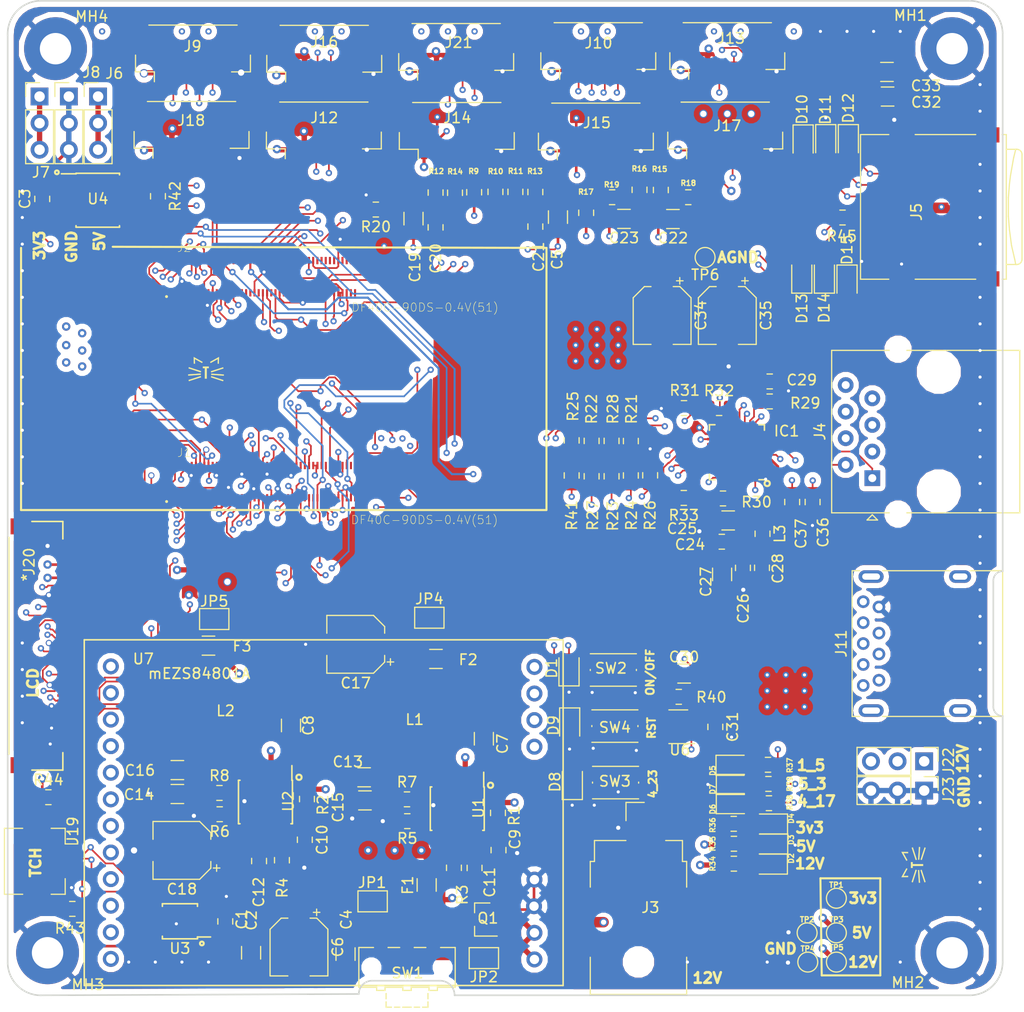
<source format=kicad_pcb>
(kicad_pcb (version 20171130) (host pcbnew "(5.0.0)")
  (layers (0 F.Cu signal) (1 In1.Cu signal hide) (2 In2.Cu signal hide) (31 B.Cu signal hide) (35 F.Paste user hide) (37 F.SilkS user) (38 B.Mask user hide) (39 F.Mask user hide) (44 Edge.Cuts user))
  (net 0 "")
  (net 1 "Net-(3v3-Pad2)")
  (net 2 3V3DC)
  (net 3 5VDC)
  (net 4 "Net-(5.1v1-Pad2)")
  (net 5 GND)
  (net 6 12VDC)
  (net 7 "Net-(C21-Pad1)")
  (net 8 /AUDIO4)
  (net 9 "Net-(C7-Pad1)")
  (net 10 "Net-(C7-Pad2)")
  (net 11 "Net-(C8-Pad2)")
  (net 12 "Net-(C8-Pad1)")
  (net 13 "Net-(C9-Pad1)")
  (net 14 "Net-(C10-Pad1)")
  (net 15 "Net-(C11-Pad1)")
  (net 16 "Net-(C11-Pad2)")
  (net 17 "Net-(C12-Pad2)")
  (net 18 "Net-(C12-Pad1)")
  (net 19 /AUDIO5)
  (net 20 "Net-(C19-Pad1)")
  (net 21 AGND)
  (net 22 /AUDIO0)
  (net 23 "Net-(C22-Pad1)")
  (net 24 "Net-(C23-Pad1)")
  (net 25 /AUDIO1)
  (net 26 "Net-(C24-Pad1)")
  (net 27 "Net-(C26-Pad1)")
  (net 28 "Net-(C29-Pad1)")
  (net 29 "Net-(C30-Pad2)")
  (net 30 /SOM_BREAKOUT/RESET0)
  (net 31 /ONOFF)
  (net 32 "Net-(D2-Pad2)")
  (net 33 "Net-(D3-Pad2)")
  (net 34 "Net-(D4-Pad2)")
  (net 35 "Net-(D5-Pad2)")
  (net 36 "Net-(D6-Pad2)")
  (net 37 "Net-(D7-Pad2)")
  (net 38 /SOM_BREAKOUT/GPIO4_23)
  (net 39 /SOM_BREAKOUT/SD1_CMD)
  (net 40 /SOM_BREAKOUT/SD1_DATA3)
  (net 41 /SOM_BREAKOUT/SD1_DATA2)
  (net 42 "Net-(D13-Pad2)")
  (net 43 /SOM_BREAKOUT/SD1_DATA0)
  (net 44 /SOM_BREAKOUT/SD1_DATA1)
  (net 45 /Voltage_Regulation/V_IN)
  (net 46 /ETHERNET_PHY/E27)
  (net 47 /ETHERNET_PHY/E23)
  (net 48 /CONNECTORS/E_CONN5)
  (net 49 /CONNECTORS/E_CONN2)
  (net 50 /CONNECTORS/E_CONN1)
  (net 51 /CONNECTORS/E_CONN0)
  (net 52 "Net-(IC1-Pad8)")
  (net 53 /ETHERNET_PHY/E28)
  (net 54 /ETHERNET_PHY/E29)
  (net 55 "Net-(IC1-Pad13)")
  (net 56 "Net-(IC1-Pad14)")
  (net 57 /ETHERNET_PHY/E21)
  (net 58 /ETHERNET_PHY/E20)
  (net 59 /ETHERNET_PHY/E24)
  (net 60 "Net-(IC1-Pad19)")
  (net 61 /ETHERNET_PHY/E25)
  (net 62 "Net-(IC1-Pad21)")
  (net 63 "Net-(IC1-Pad22)")
  (net 64 /ETHERNET_PHY/E26)
  (net 65 /ETHERNET_PHY/E22)
  (net 66 "Net-(IC1-Pad26)")
  (net 67 "Net-(IC1-Pad27)")
  (net 68 "Net-(IC1-Pad28)")
  (net 69 "Net-(IC1-Pad29)")
  (net 70 "Net-(IC1-Pad30)")
  (net 71 "Net-(IC1-Pad31)")
  (net 72 /ETHERNET_PHY/E210)
  (net 73 /CONNECTORS/E15)
  (net 74 /CONNECTORS/E12)
  (net 75 "Net-(J1-Pad5)")
  (net 76 "Net-(J1-Pad7)")
  (net 77 /CONNECTORS/E11)
  (net 78 /CONNECTORS/E10)
  (net 79 /CONNECTORS/LCD6)
  (net 80 /CONNECTORS/LCD4)
  (net 81 /CONNECTORS/LCD0)
  (net 82 /SOM_BREAKOUT/GPIO5_5)
  (net 83 /CONNECTORS/UART22)
  (net 84 /CONNECTORS/UART20)
  (net 85 /SOM_BREAKOUT/GPIO5_3)
  (net 86 /CONNECTORS/UART23)
  (net 87 /CONNECTORS/UART21)
  (net 88 /I2C21)
  (net 89 /CONNECTORS/LCD8)
  (net 90 /CONNECTORS/LCD13)
  (net 91 /SOM_BREAKOUT/SD1_CLK)
  (net 92 /SOM_BREAKOUT/GPIO4_24)
  (net 93 /CONNECTORS/SDCARD6)
  (net 94 /CONNECTORS/LCD2)
  (net 95 /CONNECTORS/LCD17)
  (net 96 /CONNECTORS/LCD16)
  (net 97 /CONNECTORS/LCD15)
  (net 98 /CAN_CPU0)
  (net 99 /CAN_CPU1)
  (net 100 /CONNECTORS/LCD9)
  (net 101 /CONNECTORS/LCD11)
  (net 102 /CONNECTORS/LCD10)
  (net 103 /SOM_BREAKOUT/LCD_DATA17)
  (net 104 /CONNECTORS/LCD1)
  (net 105 /SOM_BREAKOUT/LCD_DATA16)
  (net 106 /CONNECTORS/LCD3)
  (net 107 /CONNECTORS/LCD5)
  (net 108 /CONNECTORS/LCD12)
  (net 109 /SOM_BREAKOUT/LCD_DATA1)
  (net 110 /CONNECTORS/LCD14)
  (net 111 /CONNECTORS/LCD18)
  (net 112 /CONNECTORS/LCD20)
  (net 113 /CONNECTORS/LCD7)
  (net 114 /CONNECTORS/LCD19)
  (net 115 /SOM_BREAKOUT/LCD_VSYNC)
  (net 116 /SOM_BREAKOUT/LCD_HSYNC)
  (net 117 /LCD_T)
  (net 118 /SOM_BREAKOUT/NAND_CE1_B)
  (net 119 /CONNECTORS/GPIO_EXT21)
  (net 120 /SOM_BREAKOUT/GPIO4_18)
  (net 121 /SOM_BREAKOUT/GPIO4_17)
  (net 122 /SOM_BREAKOUT/GPIO4_21)
  (net 123 /SOM_BREAKOUT/GPIO4_20)
  (net 124 /SOM_BREAKOUT/GPIO4_22)
  (net 125 "Net-(J2-Pad90)")
  (net 126 "Net-(J2-Pad88)")
  (net 127 "Net-(J2-Pad86)")
  (net 128 "Net-(J2-Pad84)")
  (net 129 /SOM_BREAKOUT/ETH1_TDATA1)
  (net 130 /SOM_BREAKOUT/ETH1_TDATA0)
  (net 131 /SOM_BREAKOUT/ETH1_RX_EN)
  (net 132 /SOM_BREAKOUT/ETH1_TX_EN)
  (net 133 /SOM_BREAKOUT/ETH1_RDATA1)
  (net 134 /I2C20)
  (net 135 /SOM_BREAKOUT/ETH1_RDATA0)
  (net 136 /SOM_BREAKOUT/GPIO5_1)
  (net 137 /SOM_BREAKOUT/ETH1_TX_CLK)
  (net 138 /SOM_BREAKOUT/GPIO1_0)
  (net 139 /SOM_BREAKOUT/DEBUG_UART_TX)
  (net 140 "Net-(J2-Pad54)")
  (net 141 /SOM_BREAKOUT/GPIO1_4)
  (net 142 /SOM_BREAKOUT/GPIO1_2)
  (net 143 /SOM_BREAKOUT/GPIO1_1)
  (net 144 /SOM_BREAKOUT/GPIO1_9)
  (net 145 /CONNECTORS/USB0)
  (net 146 "Net-(J2-Pad38)")
  (net 147 "Net-(J2-Pad36)")
  (net 148 /AUDIO3)
  (net 149 /AUDIO2)
  (net 150 /CONNECTORS/I2C11)
  (net 151 /CONNECTORS/I2C10)
  (net 152 /SOM_BREAKOUT/OSC_32K)
  (net 153 "Net-(J2-Pad30)")
  (net 154 "Net-(J2-Pad32)")
  (net 155 "Net-(J2-Pad89)")
  (net 156 /SOM_BREAKOUT/ETH1_RX_ER)
  (net 157 "Net-(J2-Pad73)")
  (net 158 "Net-(J2-Pad71)")
  (net 159 "Net-(J2-Pad69)")
  (net 160 "Net-(J2-Pad67)")
  (net 161 "Net-(J2-Pad63)")
  (net 162 "Net-(J2-Pad61)")
  (net 163 /SOM_BREAKOUT/DEBUG_UART_RX)
  (net 164 /SOM_BREAKOUT/DEBUG_UART_CTS_B)
  (net 165 /SOM_BREAKOUT/USB_OTG1_CHD_B)
  (net 166 /SOM_BREAKOUT/DEBUG_UART_RTS_B)
  (net 167 /SOM_BREAKOUT/GPIO5_9)
  (net 168 /SOM_BREAKOUT/POR)
  (net 169 /SOM_BREAKOUT/PMIC_ON_REQ)
  (net 170 /SOM_BREAKOUT/GPIO5_8)
  (net 171 /SOM_BREAKOUT/GPIO5_7)
  (net 172 /SOM_BREAKOUT/PMIC_STBY_REQ)
  (net 173 /SOM_BREAKOUT/BOOT0)
  (net 174 /SOM_BREAKOUT/BOOT1)
  (net 175 /SOM_BREAKOUT/GPIO1_5)
  (net 176 /SOM_BREAKOUT/USB_OTG2_VBUS)
  (net 177 /SOM_BREAKOUT/CCM_CLK1_P)
  (net 178 /SOM_BREAKOUT/CCM_CLK1_N)
  (net 179 /SOM_BREAKOUT/USB_OTG2_DP)
  (net 180 /SOM_BREAKOUT/USB_OTG2_DN)
  (net 181 /CONNECTORS/USB2)
  (net 182 /CONNECTORS/USB1)
  (net 183 /CONNECTORS/12VDC)
  (net 184 /CONNECTORS/E_CONN3)
  (net 185 /CONNECTORS/E_CONN4)
  (net 186 /CONNECTORS/E_CONN6)
  (net 187 /CONNECTORS/E_CONN7)
  (net 188 /MIC_IN1)
  (net 189 /MIC_IN0)
  (net 190 /HP_OUT0)
  (net 191 /HP_OUT1)
  (net 192 /CAN_OUT1)
  (net 193 /CAN_OUT0)
  (net 194 "Net-(J19-Pad1)")
  (net 195 "Net-(JP2-Pad1)")
  (net 196 "Net-(R1-Pad1)")
  (net 197 "Net-(R2-Pad1)")
  (net 198 "Net-(R5-Pad1)")
  (net 199 "Net-(R6-Pad1)")
  (net 200 "Net-(U3-Pad1)")
  (net 201 "Net-(U4-Pad5)")
  (net 202 "Net-(U4-Pad8)")
  (net 203 "Net-(U6-Pad3)")
  (net 204 "Net-(U7-Pad1)")
  (net 205 "Net-(U7-Pad2)")
  (net 206 "Net-(U7-Pad3)")
  (net 207 "Net-(U7-Pad4)")
  (net 208 /CONNECTORS/E13)
  (net 209 /CONNECTORS/E14)
  (net 210 /CONNECTORS/E16)
  (net 211 /CONNECTORS/E17)
  (net 212 "Net-(U7-Pad17)")
  (net 213 "Net-(U7-Pad18)")
  (net 214 "Net-(U7-Pad19)")
  (net 215 "Net-(U7-Pad20)")
  (net 216 /CONNECTORS/GPIO_EXT11)
  (net 217 "Net-(J11-Pad5)")
  (net 218 "Net-(J11-Pad6)")
  (module XF2M-4015-1A:ARJ11G-MBSD-LU2-ND (layer F.Cu) (at 218.313 75.692 90)
    (fp_text reference J4 (at 4.445 -5 90) (layer F.SilkS))
    (fp_text value RJ45)
    (pad "" np_thru_hole circle (at 10.16 6.35 90) (size 3.2 3.2) (drill 3.2) (layers *.Cu *.Mask))
    (pad "" np_thru_hole circle (at -1.27 6.35 90) (size 3.2 3.2) (drill 3.2) (layers *.Cu *.Mask))
    (pad 1 thru_hole rect (at 0 0 90) (size 1.5 1.5) (drill 0.76) (layers *.Cu *.Mask) (net 51 /CONNECTORS/E_CONN0))
    (pad 2 thru_hole circle (at 1.27 -2.54 90) (size 1.5 1.5) (drill 0.76) (layers *.Cu *.Mask) (net 50 /CONNECTORS/E_CONN1))
    (pad 3 thru_hole circle (at 2.54 0 90) (size 1.5 1.5) (drill 0.76) (layers *.Cu *.Mask) (net 49 /CONNECTORS/E_CONN2))
    (pad 4 thru_hole circle (at 3.81 -2.54 90) (size 1.5 1.5) (drill 0.76) (layers *.Cu *.Mask) (net 184 /CONNECTORS/E_CONN3))
    (pad 5 thru_hole circle (at 5.08 0 90) (size 1.5 1.5) (drill 0.76) (layers *.Cu *.Mask) (net 185 /CONNECTORS/E_CONN4))
    (pad 6 thru_hole circle (at 6.35 -2.54 90) (size 1.5 1.5) (drill 0.76) (layers *.Cu *.Mask) (net 48 /CONNECTORS/E_CONN5))
    (pad 7 thru_hole circle (at 7.62 0 90) (size 1.5 1.5) (drill 0.76) (layers *.Cu *.Mask) (net 186 /CONNECTORS/E_CONN6))
    (pad 8 thru_hole circle (at 8.89 -2.54 90) (size 1.5 1.5) (drill 0.76) (layers *.Cu *.Mask) (net 187 /CONNECTORS/E_CONN7))
    (pad "" np_thru_hole circle (at -3.43 2.46 90) (size 1.6 1.6) (drill 1.6) (layers *.Cu *.Mask))
    (pad "" np_thru_hole circle (at 12.32 2.46 90) (size 1.6 1.6) (drill 1.6) (layers *.Cu *.Mask))
  )
  (module "PoESpeak:LOGO (2)" (layer F.Cu) (at 154.686 65.278)
    (fp_text reference G*** hide)
    (fp_text value LOGO hide)
  )
  (module Diode_SMD:D_0805_2012Metric (layer F.Cu) (at 215.9 57.023 270)
    (fp_text reference D15 (at -3.1369 0 270) (layer F.SilkS))
    (fp_text value D_TVS)
    (pad 2 smd roundrect (at 0.9375 0 270) (size 0.975 1.4) (layers F.Cu F.Paste F.Mask) (net 44 /SOM_BREAKOUT/SD1_DATA1))
    (pad 1 smd roundrect (at -0.9375 0 270) (size 0.975 1.4) (layers F.Cu F.Paste F.Mask) (net 5 GND))
  )
  (module Connector_Card:microSD_HC_Wuerth_693072010801 (layer F.Cu) (at 225.298 49.784 270)
    (fp_text reference J5 (at 0.4826 2.7686 270) (layer F.SilkS))
    (fp_text value Micro_SD_Card)
    (pad 9 smd rect (at 6.875 -4.15 270) (size 1.45 2) (layers F.Cu F.Paste F.Mask) (net 5 GND))
    (pad 9 smd rect (at -6.875 -4.15 270) (size 1.45 2) (layers F.Cu F.Paste F.Mask) (net 5 GND))
    (pad 9 smd rect (at -6.875 4.15 270) (size 1.45 2) (layers F.Cu F.Paste F.Mask) (net 5 GND))
    (pad 9 smd rect (at 6.875 4.15 270) (size 1.45 2) (layers F.Cu F.Paste F.Mask) (net 5 GND))
    (pad 8 smd rect (at 4.5 -1.55 270) (size 0.8 1.5) (layers F.Cu F.Paste F.Mask) (net 44 /SOM_BREAKOUT/SD1_DATA1))
    (pad 7 smd rect (at 3.4 -1.55 270) (size 0.8 1.5) (layers F.Cu F.Paste F.Mask) (net 43 /SOM_BREAKOUT/SD1_DATA0))
    (pad 6 smd rect (at 2.3 -1.55 270) (size 0.8 1.5) (layers F.Cu F.Paste F.Mask) (net 5 GND))
    (pad 5 smd rect (at 1.2 -1.55 270) (size 0.8 1.5) (layers F.Cu F.Paste F.Mask) (net 42 "Net-(D13-Pad2)"))
    (pad 4 smd rect (at 0.1 -1.55 270) (size 0.8 1.5) (layers F.Cu F.Paste F.Mask) (net 2 3V3DC))
    (pad 3 smd rect (at -1 -1.55 270) (size 0.8 1.5) (layers F.Cu F.Paste F.Mask) (net 39 /SOM_BREAKOUT/SD1_CMD))
    (pad 2 smd rect (at -2.1 -1.55 270) (size 0.8 1.5) (layers F.Cu F.Paste F.Mask) (net 40 /SOM_BREAKOUT/SD1_DATA3))
    (pad 1 smd rect (at -3.2 -1.55 270) (size 0.8 1.5) (layers F.Cu F.Paste F.Mask) (net 41 /SOM_BREAKOUT/SD1_DATA2))
  )
  (module Capacitor_SMD:C_1206_3216Metric (layer F.Cu) (at 174.5107 50.9046 270)
    (fp_text reference C19 (at 4.6452 -0.1397 270) (layer F.SilkS))
    (fp_text value 10uF)
    (pad 2 smd roundrect (at 1.4 0 270) (size 1.25 1.75) (layers F.Cu F.Paste F.Mask) (roundrect_rratio 0.2) (net 19 /AUDIO5))
    (pad 1 smd roundrect (at -1.4 0 270) (size 1.25 1.75) (layers F.Cu F.Paste F.Mask) (roundrect_rratio 0.2) (net 20 "Net-(C19-Pad1)"))
  )
  (module XF2M-4015-1A:XF2M-4015-1A (layer F.Cu) (at 143.3576 91.706502 90)
    (fp_text reference J20 (at 8.038902 -5.5372 90) (layer F.SilkS))
    (fp_text value Conn_01x40_Female hide)
    (fp_text user * (at 6.514902 -5.715 90) (layer F.SilkS))
    (pad 1 smd rect (at 9.750001 -2.4511 180) (size 0.8128 0.254) (layers F.Cu F.Paste F.Mask) (net 5 GND))
    (pad 2 smd rect (at 9.250002 -2.4511 180) (size 0.8128 0.254) (layers F.Cu F.Paste F.Mask) (net 5 GND))
    (pad 3 smd rect (at 8.75 -2.4511 180) (size 0.8128 0.254) (layers F.Cu F.Paste F.Mask) (net 112 /CONNECTORS/LCD20))
    (pad 4 smd rect (at 8.250001 -2.4511 180) (size 0.8128 0.254) (layers F.Cu F.Paste F.Mask) (net 3 5VDC))
    (pad 5 smd rect (at 7.75 -2.4511 180) (size 0.8128 0.254) (layers F.Cu F.Paste F.Mask) (net 3 5VDC))
    (pad 6 smd rect (at 7.250001 -2.4511 180) (size 0.8128 0.254) (layers F.Cu F.Paste F.Mask) (net 3 5VDC))
    (pad 7 smd rect (at 6.750002 -2.4511 180) (size 0.8128 0.254) (layers F.Cu F.Paste F.Mask) (net 2 3V3DC))
    (pad 8 smd rect (at 6.25 -2.4511 180) (size 0.8128 0.254) (layers F.Cu F.Paste F.Mask) (net 2 3V3DC))
    (pad 9 smd rect (at 5.750001 -2.4511 180) (size 0.8128 0.254) (layers F.Cu F.Paste F.Mask) (net 114 /CONNECTORS/LCD19))
    (pad 10 smd rect (at 5.250002 -2.4511 180) (size 0.8128 0.254) (layers F.Cu F.Paste F.Mask) (net 5 GND))
    (pad 11 smd rect (at 4.750001 -2.4511 180) (size 0.8128 0.254) (layers F.Cu F.Paste F.Mask) (net 5 GND))
    (pad 12 smd rect (at 4.250002 -2.4511 180) (size 0.8128 0.254) (layers F.Cu F.Paste F.Mask) (net 5 GND))
    (pad 13 smd rect (at 3.75 -2.4511 180) (size 0.8128 0.254) (layers F.Cu F.Paste F.Mask) (net 111 /CONNECTORS/LCD18))
    (pad 14 smd rect (at 3.250001 -2.4511 180) (size 0.8128 0.254) (layers F.Cu F.Paste F.Mask) (net 95 /CONNECTORS/LCD17))
    (pad 15 smd rect (at 2.750002 -2.4511 180) (size 0.8128 0.254) (layers F.Cu F.Paste F.Mask) (net 96 /CONNECTORS/LCD16))
    (pad 16 smd rect (at 2.250001 -2.4511 180) (size 0.8128 0.254) (layers F.Cu F.Paste F.Mask) (net 5 GND))
    (pad 17 smd rect (at 1.750002 -2.4511 180) (size 0.8128 0.254) (layers F.Cu F.Paste F.Mask) (net 97 /CONNECTORS/LCD15))
    (pad 18 smd rect (at 1.25 -2.4511 180) (size 0.8128 0.254) (layers F.Cu F.Paste F.Mask) (net 110 /CONNECTORS/LCD14))
    (pad 19 smd rect (at 0.750001 -2.4511 180) (size 0.8128 0.254) (layers F.Cu F.Paste F.Mask) (net 90 /CONNECTORS/LCD13))
    (pad 20 smd rect (at 0.250002 -2.4511 180) (size 0.8128 0.254) (layers F.Cu F.Paste F.Mask) (net 5 GND))
    (pad 21 smd rect (at -0.25 -2.4511 180) (size 0.8128 0.254) (layers F.Cu F.Paste F.Mask) (net 108 /CONNECTORS/LCD12))
    (pad 22 smd rect (at -0.749998 -2.4511 180) (size 0.8128 0.254) (layers F.Cu F.Paste F.Mask) (net 101 /CONNECTORS/LCD11))
    (pad 23 smd rect (at -1.25 -2.4511 180) (size 0.8128 0.254) (layers F.Cu F.Paste F.Mask) (net 102 /CONNECTORS/LCD10))
    (pad 24 smd rect (at -1.749999 -2.4511 180) (size 0.8128 0.254) (layers F.Cu F.Paste F.Mask) (net 5 GND))
    (pad 25 smd rect (at -2.249998 -2.4511 180) (size 0.8128 0.254) (layers F.Cu F.Paste F.Mask) (net 100 /CONNECTORS/LCD9))
    (pad 26 smd rect (at -2.75 -2.4511 180) (size 0.8128 0.254) (layers F.Cu F.Paste F.Mask) (net 89 /CONNECTORS/LCD8))
    (pad 27 smd rect (at -3.249999 -2.4511 180) (size 0.8128 0.254) (layers F.Cu F.Paste F.Mask) (net 113 /CONNECTORS/LCD7))
    (pad 28 smd rect (at -3.75 -2.4511 180) (size 0.8128 0.254) (layers F.Cu F.Paste F.Mask) (net 5 GND))
    (pad 29 smd rect (at -4.249999 -2.4511 180) (size 0.8128 0.254) (layers F.Cu F.Paste F.Mask) (net 79 /CONNECTORS/LCD6))
    (pad 30 smd rect (at -4.749998 -2.4511 180) (size 0.8128 0.254) (layers F.Cu F.Paste F.Mask) (net 107 /CONNECTORS/LCD5))
    (pad 31 smd rect (at -5.25 -2.4511 180) (size 0.8128 0.254) (layers F.Cu F.Paste F.Mask) (net 80 /CONNECTORS/LCD4))
    (pad 32 smd rect (at -5.749999 -2.4511 180) (size 0.8128 0.254) (layers F.Cu F.Paste F.Mask) (net 5 GND))
    (pad 33 smd rect (at -6.25 -2.4511 180) (size 0.8128 0.254) (layers F.Cu F.Paste F.Mask) (net 106 /CONNECTORS/LCD3))
    (pad 34 smd rect (at -6.749999 -2.4511 180) (size 0.8128 0.254) (layers F.Cu F.Paste F.Mask) (net 94 /CONNECTORS/LCD2))
    (pad 35 smd rect (at -7.249998 -2.4511 180) (size 0.8128 0.254) (layers F.Cu F.Paste F.Mask) (net 104 /CONNECTORS/LCD1))
    (pad 36 smd rect (at -7.75 -2.4511 180) (size 0.8128 0.254) (layers F.Cu F.Paste F.Mask) (net 5 GND))
    (pad 37 smd rect (at -8.249999 -2.4511 180) (size 0.8128 0.254) (layers F.Cu F.Paste F.Mask) (net 5 GND))
    (pad 38 smd rect (at -8.75 -2.4511 180) (size 0.8128 0.254) (layers F.Cu F.Paste F.Mask) (net 81 /CONNECTORS/LCD0))
    (pad 39 smd rect (at -9.249999 -2.4511 180) (size 0.8128 0.254) (layers F.Cu F.Paste F.Mask) (net 5 GND))
    (pad 40 smd rect (at -9.749998 -2.4511 180) (size 0.8128 0.254) (layers F.Cu F.Paste F.Mask) (net 5 GND))
    (pad 41 smd rect (at -11.4046 -6.4643 90) (size 1.524 1.7018) (layers F.Cu F.Paste F.Mask))
    (pad 42 smd rect (at 11.4046 -6.4643 90) (size 1.524 1.7018) (layers F.Cu F.Paste F.Mask))
  )
  (module Resistor_SMD:R_0805_2012Metric (layer F.Cu) (at 203.68768 69.00164)
    (fp_text reference R32 (at 0 -1.65) (layer F.SilkS))
    (fp_text value 10K)
    (pad 1 smd roundrect (at -0.9375 0) (size 0.975 1.4) (layers F.Cu F.Paste F.Mask) (net 2 3V3DC))
    (pad 2 smd roundrect (at 0.9375 0) (size 0.975 1.4) (layers F.Cu F.Paste F.Mask) (net 56 "Net-(IC1-Pad14)"))
  )
  (module Resistor_SMD:R_0805_2012Metric (layer F.Cu) (at 208.51368 68.36664)
    (fp_text reference R29 (at 3.39852 0.16256) (layer F.SilkS))
    (fp_text value 6.49K)
    (pad 2 smd roundrect (at 0.9375 0) (size 0.975 1.4) (layers F.Cu F.Paste F.Mask) (net 5 GND))
    (pad 1 smd roundrect (at -0.9375 0) (size 0.975 1.4) (layers F.Cu F.Paste F.Mask) (net 28 "Net-(C29-Pad1)"))
  )
  (module Capacitor_SMD:C_0805_2012Metric (layer F.Cu) (at 208.51876 66.45656)
    (fp_text reference C29 (at 3.06324 -0.13716) (layer F.SilkS))
    (fp_text value 1nF)
    (pad 2 smd roundrect (at 0.9375 0) (size 0.975 1.4) (layers F.Cu F.Paste F.Mask) (net 5 GND))
    (pad 1 smd roundrect (at -0.9375 0) (size 0.975 1.4) (layers F.Cu F.Paste F.Mask) (net 28 "Net-(C29-Pad1)"))
  )
  (module Resistor_SMD:R_0805_2012Metric (layer F.Cu) (at 200.33488 69.00164 180)
    (fp_text reference R31 (at -0.07112 1.69164 180) (layer F.SilkS))
    (fp_text value 10K)
    (pad 2 smd roundrect (at 0.9375 0 180) (size 0.975 1.4) (layers F.Cu F.Paste F.Mask) (net 5 GND))
    (pad 1 smd roundrect (at -0.9375 0 180) (size 0.975 1.4) (layers F.Cu F.Paste F.Mask) (net 58 /ETHERNET_PHY/E20))
  )
  (module Resistor_SMD:R_0805_2012Metric (layer F.Cu) (at 204.05852 77.63256)
    (fp_text reference R30 (at 3.20548 0.34544) (layer F.SilkS))
    (fp_text value 10K)
    (pad 2 smd roundrect (at 0.9375 0) (size 0.975 1.4) (layers F.Cu F.Paste F.Mask) (net 68 "Net-(IC1-Pad28)"))
    (pad 1 smd roundrect (at -0.9375 0) (size 0.975 1.4) (layers F.Cu F.Paste F.Mask) (net 2 3V3DC))
  )
  (module Capacitor_SMD:C_0805_2012Metric (layer F.Cu) (at 205.96352 84.26704 270)
    (fp_text reference C26 (at 3.87096 -0.03048 270) (layer F.SilkS))
    (fp_text value 100nF)
    (pad 1 smd roundrect (at -0.9375 0 270) (size 0.975 1.4) (layers F.Cu F.Paste F.Mask) (net 27 "Net-(C26-Pad1)"))
    (pad 2 smd roundrect (at 0.9375 0 270) (size 0.975 1.4) (layers F.Cu F.Paste F.Mask) (net 5 GND))
  )
  (module Capacitor_SMD:C_0805_2012Metric (layer F.Cu) (at 156.5402 118.0361 90)
    (fp_text reference C1 (at 0.2055 1.5748 90) (layer F.SilkS))
    (fp_text value 10uF)
    (pad 1 smd roundrect (at -0.9375 0 90) (size 0.975 1.4) (layers F.Cu F.Paste F.Mask) (net 2 3V3DC))
    (pad 2 smd roundrect (at 0.9375 0 90) (size 0.975 1.4) (layers F.Cu F.Paste F.Mask) (net 5 GND))
  )
  (module Capacitor_SMD:C_1206_3216Metric (layer F.Cu) (at 159.004 121.028 270)
    (fp_text reference C2 (at -3.0958 -0.0254 270) (layer F.SilkS))
    (fp_text value 0.1uF)
    (pad 2 smd roundrect (at 1.4 0 270) (size 1.25 1.75) (layers F.Cu F.Paste F.Mask) (roundrect_rratio 0.2) (net 5 GND))
    (pad 1 smd roundrect (at -1.4 0 270) (size 1.25 1.75) (layers F.Cu F.Paste F.Mask) (roundrect_rratio 0.2) (net 6 12VDC))
  )
  (module Capacitor_SMD:C_0805_2012Metric (layer F.Cu) (at 139.065 49.022 90)
    (fp_text reference C3 (at 0 -1.65 90) (layer F.SilkS))
    (fp_text value 100nF)
    (pad 2 smd roundrect (at 0.9375 0 90) (size 0.975 1.4) (layers F.Cu F.Paste F.Mask) (net 5 GND))
    (pad 1 smd roundrect (at -0.9375 0 90) (size 0.975 1.4) (layers F.Cu F.Paste F.Mask) (net 2 3V3DC))
  )
  (module Capacitor_SMD:C_1206_3216Metric (layer F.Cu) (at 168.021 121.155 270)
    (fp_text reference C4 (at -3.299 -0.0762 270) (layer F.SilkS))
    (fp_text value 10uF)
    (pad 1 smd roundrect (at -1.4 0 270) (size 1.25 1.75) (layers F.Cu F.Paste F.Mask) (roundrect_rratio 0.2) (net 6 12VDC))
    (pad 2 smd roundrect (at 1.4 0 270) (size 1.25 1.75) (layers F.Cu F.Paste F.Mask) (roundrect_rratio 0.2) (net 5 GND))
  )
  (module Capacitor_SMD:C_1206_3216Metric (layer F.Cu) (at 188.3029 50.7589 270)
    (fp_text reference C5 (at 4.0543 0.0762 270) (layer F.SilkS))
    (fp_text value 10uF)
    (pad 1 smd roundrect (at -1.4 0 270) (size 1.25 1.75) (layers F.Cu F.Paste F.Mask) (roundrect_rratio 0.2) (net 7 "Net-(C21-Pad1)"))
    (pad 2 smd roundrect (at 1.4 0 270) (size 1.25 1.75) (layers F.Cu F.Paste F.Mask) (roundrect_rratio 0.2) (net 8 /AUDIO4))
  )
  (module Capacitor_SMD:C_1206_3216Metric (layer F.Cu) (at 181.229 100.587 90)
    (fp_text reference C7 (at -0.4826 1.778 90) (layer F.SilkS))
    (fp_text value 10nF)
    (pad 1 smd roundrect (at -1.4 0 90) (size 1.25 1.75) (layers F.Cu F.Paste F.Mask) (roundrect_rratio 0.2) (net 9 "Net-(C7-Pad1)"))
    (pad 2 smd roundrect (at 1.4 0 90) (size 1.25 1.75) (layers F.Cu F.Paste F.Mask) (roundrect_rratio 0.2) (net 10 "Net-(C7-Pad2)"))
  )
  (module Capacitor_SMD:C_1206_3216Metric (layer F.Cu) (at 162.814 99.317 90)
    (fp_text reference C8 (at 0.003 1.651 90) (layer F.SilkS))
    (fp_text value 10nF)
    (pad 2 smd roundrect (at 1.4 0 90) (size 1.25 1.75) (layers F.Cu F.Paste F.Mask) (roundrect_rratio 0.2) (net 11 "Net-(C8-Pad2)"))
    (pad 1 smd roundrect (at -1.4 0 90) (size 1.25 1.75) (layers F.Cu F.Paste F.Mask) (roundrect_rratio 0.2) (net 12 "Net-(C8-Pad1)"))
  )
  (module Capacitor_SMD:C_0805_2012Metric (layer F.Cu) (at 182.626 111.2243 270)
    (fp_text reference C9 (at -1.0391 -1.5748 270) (layer F.SilkS))
    (fp_text value .1uF)
    (pad 2 smd roundrect (at 0.9375 0 270) (size 0.975 1.4) (layers F.Cu F.Paste F.Mask) (net 5 GND))
    (pad 1 smd roundrect (at -0.9375 0 270) (size 0.975 1.4) (layers F.Cu F.Paste F.Mask) (net 13 "Net-(C9-Pad1)"))
  )
  (module Capacitor_SMD:C_0805_2012Metric (layer F.Cu) (at 164.1348 110.236 270)
    (fp_text reference C10 (at 0 -1.65 270) (layer F.SilkS))
    (fp_text value .1uF)
    (pad 1 smd roundrect (at -0.9375 0 270) (size 0.975 1.4) (layers F.Cu F.Paste F.Mask) (net 14 "Net-(C10-Pad1)"))
    (pad 2 smd roundrect (at 0.9375 0 270) (size 0.975 1.4) (layers F.Cu F.Paste F.Mask) (net 5 GND))
  )
  (module Capacitor_SMD:C_0805_2012Metric (layer F.Cu) (at 178.3715 112.9157 270)
    (fp_text reference C11 (at 1.3843 -3.4163 270) (layer F.SilkS))
    (fp_text value 3.9nF)
    (pad 1 smd roundrect (at -0.9375 0 270) (size 0.975 1.4) (layers F.Cu F.Paste F.Mask) (net 15 "Net-(C11-Pad1)"))
    (pad 2 smd roundrect (at 0.9375 0 270) (size 0.975 1.4) (layers F.Cu F.Paste F.Mask) (net 16 "Net-(C11-Pad2)"))
  )
  (module Capacitor_SMD:C_0805_2012Metric (layer F.Cu) (at 159.766 112.268 270)
    (fp_text reference C12 (at 2.9718 0.0254 270) (layer F.SilkS))
    (fp_text value 3.9nF)
    (pad 2 smd roundrect (at 0.9375 0 270) (size 0.975 1.4) (layers F.Cu F.Paste F.Mask) (net 17 "Net-(C12-Pad2)"))
    (pad 1 smd roundrect (at -0.9375 0 270) (size 0.975 1.4) (layers F.Cu F.Paste F.Mask) (net 18 "Net-(C12-Pad1)"))
  )
  (module Capacitor_SMD:C_1206_3216Metric (layer F.Cu) (at 169.796 104.267 180)
    (fp_text reference C13 (at 1.5524 1.4732) (layer F.SilkS))
    (fp_text value 0.1uF)
    (pad 1 smd roundrect (at -1.4 0 180) (size 1.25 1.75) (layers F.Cu F.Paste F.Mask) (roundrect_rratio 0.2) (net 1 "Net-(3v3-Pad2)"))
    (pad 2 smd roundrect (at 1.4 0 180) (size 1.25 1.75) (layers F.Cu F.Paste F.Mask) (roundrect_rratio 0.2) (net 5 GND))
  )
  (module Capacitor_SMD:C_1206_3216Metric (layer F.Cu) (at 151.9652 105.8672 180)
    (fp_text reference C14 (at 3.6546 -0.0508 180) (layer F.SilkS))
    (fp_text value 0.1uF)
    (pad 1 smd roundrect (at -1.4 0 180) (size 1.25 1.75) (layers F.Cu F.Paste F.Mask) (roundrect_rratio 0.2) (net 4 "Net-(5.1v1-Pad2)"))
    (pad 2 smd roundrect (at 1.4 0 180) (size 1.25 1.75) (layers F.Cu F.Paste F.Mask) (roundrect_rratio 0.2) (net 5 GND))
  )
  (module Capacitor_SMD:C_1206_3216Metric (layer F.Cu) (at 169.8752 106.4768 180)
    (fp_text reference C15 (at 2.5654 -0.6604 270) (layer F.SilkS))
    (fp_text value 22uF)
    (pad 2 smd roundrect (at 1.4 0 180) (size 1.25 1.75) (layers F.Cu F.Paste F.Mask) (roundrect_rratio 0.2) (net 5 GND))
    (pad 1 smd roundrect (at -1.4 0 180) (size 1.25 1.75) (layers F.Cu F.Paste F.Mask) (roundrect_rratio 0.2) (net 1 "Net-(3v3-Pad2)"))
  )
  (module Capacitor_SMD:C_1206_3216Metric (layer F.Cu) (at 151.9652 103.5812 180)
    (fp_text reference C16 (at 3.5784 -0.0254 180) (layer F.SilkS))
    (fp_text value 22uF)
    (pad 1 smd roundrect (at -1.4 0 180) (size 1.25 1.75) (layers F.Cu F.Paste F.Mask) (roundrect_rratio 0.2) (net 4 "Net-(5.1v1-Pad2)"))
    (pad 2 smd roundrect (at 1.4 0 180) (size 1.25 1.75) (layers F.Cu F.Paste F.Mask) (roundrect_rratio 0.2) (net 5 GND))
  )
  (module Capacitor_SMD:C_0805_2012Metric (layer F.Cu) (at 176.6189 51.7398 270)
    (fp_text reference C20 (at 2.9718 -0.0127 270) (layer F.SilkS))
    (fp_text value 200pF)
    (pad 2 smd roundrect (at 0.9375 0 270) (size 0.975 1.4) (layers F.Cu F.Paste F.Mask) (net 21 AGND))
    (pad 1 smd roundrect (at -0.9375 0 270) (size 0.975 1.4) (layers F.Cu F.Paste F.Mask) (net 20 "Net-(C19-Pad1)"))
  )
  (module Capacitor_SMD:C_0805_2012Metric (layer F.Cu) (at 186.1439 51.6659 270)
    (fp_text reference C21 (at 2.8933 -0.3175 270) (layer F.SilkS))
    (fp_text value 200pF)
    (pad 1 smd roundrect (at -0.9375 0 270) (size 0.975 1.4) (layers F.Cu F.Paste F.Mask) (net 7 "Net-(C21-Pad1)"))
    (pad 2 smd roundrect (at 0.9375 0 270) (size 0.975 1.4) (layers F.Cu F.Paste F.Mask) (net 21 AGND))
  )
  (module Capacitor_SMD:C_1206_3216Metric (layer F.Cu) (at 199.2787 50.94224 180)
    (fp_text reference C22 (at 0 -1.82 180) (layer F.SilkS))
    (fp_text value 10uF)
    (pad 2 smd roundrect (at 1.4 0 180) (size 1.25 1.75) (layers F.Cu F.Paste F.Mask) (roundrect_rratio 0.2) (net 22 /AUDIO0))
    (pad 1 smd roundrect (at -1.4 0 180) (size 1.25 1.75) (layers F.Cu F.Paste F.Mask) (roundrect_rratio 0.2) (net 23 "Net-(C22-Pad1)"))
  )
  (module Capacitor_SMD:C_1206_3216Metric (layer F.Cu) (at 194.60464 50.92954 180)
    (fp_text reference C23 (at 0 -1.82 180) (layer F.SilkS))
    (fp_text value 10uF)
    (pad 1 smd roundrect (at -1.4 0 180) (size 1.25 1.75) (layers F.Cu F.Paste F.Mask) (roundrect_rratio 0.2) (net 24 "Net-(C23-Pad1)"))
    (pad 2 smd roundrect (at 1.4 0 180) (size 1.25 1.75) (layers F.Cu F.Paste F.Mask) (roundrect_rratio 0.2) (net 25 /AUDIO1))
  )
  (module Capacitor_SMD:C_0805_2012Metric (layer F.Cu) (at 203.94446 81.76768 180)
    (fp_text reference C24 (at 3.03046 -0.27432 180) (layer F.SilkS))
    (fp_text value 100nF)
    (pad 1 smd roundrect (at -0.9375 0 180) (size 0.975 1.4) (layers F.Cu F.Paste F.Mask) (net 26 "Net-(C24-Pad1)"))
    (pad 2 smd roundrect (at 0.9375 0 180) (size 0.975 1.4) (layers F.Cu F.Paste F.Mask) (net 5 GND))
  )
  (module Capacitor_SMD:C_1206_3216Metric (layer F.Cu) (at 204.55336 79.73568 180)
    (fp_text reference C25 (at 4.40136 -0.78232) (layer F.SilkS))
    (fp_text value 2.2uF)
    (pad 1 smd roundrect (at -1.4 0 180) (size 1.25 1.75) (layers F.Cu F.Paste F.Mask) (roundrect_rratio 0.2) (net 26 "Net-(C24-Pad1)"))
    (pad 2 smd roundrect (at 1.4 0 180) (size 1.25 1.75) (layers F.Cu F.Paste F.Mask) (roundrect_rratio 0.2) (net 5 GND))
  )
  (module Capacitor_SMD:C_1206_3216Metric (layer F.Cu) (at 203.97216 84.88888 270)
    (fp_text reference C27 (at 0.70912 1.53416 270) (layer F.SilkS))
    (fp_text value 2.2uF)
    (pad 2 smd roundrect (at 1.4 0 270) (size 1.25 1.75) (layers F.Cu F.Paste F.Mask) (roundrect_rratio 0.2) (net 5 GND))
    (pad 1 smd roundrect (at -1.4 0 270) (size 1.25 1.75) (layers F.Cu F.Paste F.Mask) (roundrect_rratio 0.2) (net 27 "Net-(C26-Pad1)"))
  )
  (module Capacitor_SMD:C_0805_2012Metric (layer F.Cu) (at 207.78216 84.25688 270)
    (fp_text reference C28 (at 0.07112 -1.51384 270) (layer F.SilkS))
    (fp_text value 100nF)
    (pad 2 smd roundrect (at 0.9375 0 270) (size 0.975 1.4) (layers F.Cu F.Paste F.Mask) (net 5 GND))
    (pad 1 smd roundrect (at -0.9375 0 270) (size 0.975 1.4) (layers F.Cu F.Paste F.Mask) (net 2 3V3DC))
  )
  (module Capacitor_SMD:C_1206_3216Metric (layer F.Cu) (at 200.3455 94.361 180)
    (fp_text reference C30 (at 0.003 1.5875 180) (layer F.SilkS))
    (fp_text value 10uF)
    (pad 2 smd roundrect (at 1.4 0 180) (size 1.25 1.75) (layers F.Cu F.Paste F.Mask) (roundrect_rratio 0.2) (net 29 "Net-(C30-Pad2)"))
    (pad 1 smd roundrect (at -1.4 0 180) (size 1.25 1.75) (layers F.Cu F.Paste F.Mask) (roundrect_rratio 0.2) (net 30 /SOM_BREAKOUT/RESET0))
  )
  (module Capacitor_SMD:C_0805_2012Metric (layer F.Cu) (at 203.327 99.456 270)
    (fp_text reference C31 (at 0 -1.65 270) (layer F.SilkS))
    (fp_text value 1uF)
    (pad 1 smd roundrect (at -0.9375 0 270) (size 0.975 1.4) (layers F.Cu F.Paste F.Mask) (net 2 3V3DC))
    (pad 2 smd roundrect (at 0.9375 0 270) (size 0.975 1.4) (layers F.Cu F.Paste F.Mask) (net 5 GND))
  )
  (module Capacitor_SMD:C_1206_3216Metric (layer F.Cu) (at 219.7735 39.243 180)
    (fp_text reference C32 (at -3.6957 -0.5461 180) (layer F.SilkS))
    (fp_text value 0.1uF)
    (pad 2 smd roundrect (at 1.4 0 180) (size 1.25 1.75) (layers F.Cu F.Paste F.Mask) (roundrect_rratio 0.2) (net 5 GND))
    (pad 1 smd roundrect (at -1.4 0 180) (size 1.25 1.75) (layers F.Cu F.Paste F.Mask) (roundrect_rratio 0.2) (net 2 3V3DC))
  )
  (module Capacitor_SMD:C_1206_3216Metric (layer F.Cu) (at 219.713 36.8935 180)
    (fp_text reference C33 (at -3.7308 -1.3208 180) (layer F.SilkS))
    (fp_text value 22uF)
    (pad 1 smd roundrect (at -1.4 0 180) (size 1.25 1.75) (layers F.Cu F.Paste F.Mask) (roundrect_rratio 0.2) (net 2 3V3DC))
    (pad 2 smd roundrect (at 1.4 0 180) (size 1.25 1.75) (layers F.Cu F.Paste F.Mask) (roundrect_rratio 0.2) (net 5 GND))
  )
  (module Diode_SMD:D_0805_2012Metric (layer F.Cu) (at 189.357 93.853 90)
    (fp_text reference D1 (at 0 -1.65 90) (layer F.SilkS))
    (fp_text value D_TVS)
    (pad 1 smd roundrect (at -0.9375 0 90) (size 0.975 1.4) (layers F.Cu F.Paste F.Mask) (net 5 GND))
    (pad 2 smd roundrect (at 0.9375 0 90) (size 0.975 1.4) (layers F.Cu F.Paste F.Mask) (net 31 /ONOFF))
  )
  (module LED_SMD:LED_0805_2012Metric (layer F.Cu) (at 208.52252 112.55756 180)
    (fp_text reference D2 (at -2.04348 0.54356 270) (layer F.SilkS) (effects (font (size 0.5 0.5) (thickness 0.125))))
    (fp_text value LED)
    (pad 1 smd roundrect (at -0.9375 0 180) (size 0.975 1.4) (layers F.Cu F.Paste F.Mask) (net 5 GND))
    (pad 2 smd roundrect (at 0.9375 0 180) (size 0.975 1.4) (layers F.Cu F.Paste F.Mask) (net 32 "Net-(D2-Pad2)"))
  )
  (module LED_SMD:LED_0805_2012Metric (layer F.Cu) (at 208.553 110.6424 180)
    (fp_text reference D3 (at -2.013 0.4064 270) (layer F.SilkS) (effects (font (size 0.5 0.5) (thickness 0.125))))
    (fp_text value LED)
    (pad 1 smd roundrect (at -0.9375 0 180) (size 0.975 1.4) (layers F.Cu F.Paste F.Mask) (net 5 GND))
    (pad 2 smd roundrect (at 0.9375 0 180) (size 0.975 1.4) (layers F.Cu F.Paste F.Mask) (net 33 "Net-(D3-Pad2)"))
  )
  (module LED_SMD:LED_0805_2012Metric (layer F.Cu) (at 208.5363 108.7374 180)
    (fp_text reference D4 (at -2.0297 0.5334 270) (layer F.SilkS) (effects (font (size 0.5 0.5) (thickness 0.125))))
    (fp_text value LED)
    (pad 2 smd roundrect (at 0.9375 0 180) (size 0.975 1.4) (layers F.Cu F.Paste F.Mask) (net 34 "Net-(D4-Pad2)"))
    (pad 1 smd roundrect (at -0.9375 0 180) (size 0.975 1.4) (layers F.Cu F.Paste F.Mask) (net 5 GND))
  )
  (module LED_SMD:LED_0805_2012Metric (layer F.Cu) (at 205.0773 103.124)
    (fp_text reference D5 (at -2.0043 0.508 90) (layer F.SilkS) (effects (font (size 0.5 0.5) (thickness 0.125))))
    (fp_text value LED)
    (pad 2 smd roundrect (at 0.9375 0) (size 0.975 1.4) (layers F.Cu F.Paste F.Mask) (net 35 "Net-(D5-Pad2)"))
    (pad 1 smd roundrect (at -0.9375 0) (size 0.975 1.4) (layers F.Cu F.Paste F.Mask) (net 5 GND))
  )
  (module LED_SMD:LED_0805_2012Metric (layer F.Cu) (at 205.105 106.7816)
    (fp_text reference D6 (at -2.032 0.5334 90) (layer F.SilkS) (effects (font (size 0.5 0.5) (thickness 0.125))))
    (fp_text value LED)
    (pad 1 smd roundrect (at -0.9375 0) (size 0.975 1.4) (layers F.Cu F.Paste F.Mask) (net 5 GND))
    (pad 2 smd roundrect (at 0.9375 0) (size 0.975 1.4) (layers F.Cu F.Paste F.Mask) (net 36 "Net-(D6-Pad2)"))
  )
  (module LED_SMD:LED_0805_2012Metric (layer F.Cu) (at 205.1073 104.9528)
    (fp_text reference D7 (at -2.0343 0.4572 90) (layer F.SilkS) (effects (font (size 0.5 0.5) (thickness 0.125))))
    (fp_text value LED)
    (pad 2 smd roundrect (at 0.9375 0) (size 0.975 1.4) (layers F.Cu F.Paste F.Mask) (net 37 "Net-(D7-Pad2)"))
    (pad 1 smd roundrect (at -0.9375 0) (size 0.975 1.4) (layers F.Cu F.Paste F.Mask) (net 5 GND))
  )
  (module Diode_SMD:D_0805_2012Metric (layer F.Cu) (at 189.6745 104.7115 90)
    (fp_text reference D8 (at 0 -1.65 90) (layer F.SilkS))
    (fp_text value D_TVS)
    (pad 2 smd roundrect (at 0.9375 0 90) (size 0.975 1.4) (layers F.Cu F.Paste F.Mask) (net 38 /SOM_BREAKOUT/GPIO4_23))
    (pad 1 smd roundrect (at -0.9375 0 90) (size 0.975 1.4) (layers F.Cu F.Paste F.Mask) (net 5 GND))
  )
  (module Diode_SMD:D_0805_2012Metric (layer F.Cu) (at 189.4205 99.329 270)
    (fp_text reference D9 (at -0.015 1.5621 270) (layer F.SilkS))
    (fp_text value D_TVS)
    (pad 2 smd roundrect (at 0.9375 0 270) (size 0.975 1.4) (layers F.Cu F.Paste F.Mask) (net 5 GND))
    (pad 1 smd roundrect (at -0.9375 0 270) (size 0.975 1.4) (layers F.Cu F.Paste F.Mask) (net 29 "Net-(C30-Pad2)"))
  )
  (module Diode_SMD:D_0805_2012Metric (layer F.Cu) (at 211.709 43.6395 270)
    (fp_text reference D10 (at -3.1773 0.1016 270) (layer F.SilkS))
    (fp_text value D_TVS)
    (pad 1 smd roundrect (at -0.9375 0 270) (size 0.975 1.4) (layers F.Cu F.Paste F.Mask) (net 5 GND))
    (pad 2 smd roundrect (at 0.9375 0 270) (size 0.975 1.4) (layers F.Cu F.Paste F.Mask) (net 39 /SOM_BREAKOUT/SD1_CMD))
  )
  (module Diode_SMD:D_0805_2012Metric (layer F.Cu) (at 213.868 43.6095 270)
    (fp_text reference D11 (at -3.1265 0.0381 270) (layer F.SilkS))
    (fp_text value D_TVS)
    (pad 2 smd roundrect (at 0.9375 0 270) (size 0.975 1.4) (layers F.Cu F.Paste F.Mask) (net 40 /SOM_BREAKOUT/SD1_DATA3))
    (pad 1 smd roundrect (at -0.9375 0 270) (size 0.975 1.4) (layers F.Cu F.Paste F.Mask) (net 5 GND))
  )
  (module Diode_SMD:D_0805_2012Metric (layer F.Cu) (at 216.027 43.6095 270)
    (fp_text reference D12 (at -3.2535 0 270) (layer F.SilkS))
    (fp_text value D_TVS)
    (pad 1 smd roundrect (at -0.9375 0 270) (size 0.975 1.4) (layers F.Cu F.Paste F.Mask) (net 5 GND))
    (pad 2 smd roundrect (at 0.9375 0 270) (size 0.975 1.4) (layers F.Cu F.Paste F.Mask) (net 41 /SOM_BREAKOUT/SD1_DATA2))
  )
  (module Diode_SMD:D_0805_2012Metric (layer F.Cu) (at 211.582 56.3395 90)
    (fp_text reference D13 (at -3.1519 0.0127 90) (layer F.SilkS))
    (fp_text value D_TVS)
    (pad 1 smd roundrect (at -0.9375 0 90) (size 0.975 1.4) (layers F.Cu F.Paste F.Mask) (net 5 GND))
    (pad 2 smd roundrect (at 0.9375 0 90) (size 0.975 1.4) (layers F.Cu F.Paste F.Mask) (net 42 "Net-(D13-Pad2)"))
  )
  (module Diode_SMD:D_0805_2012Metric (layer F.Cu) (at 213.741 56.3395 90)
    (fp_text reference D14 (at -3.1011 -0.0254 90) (layer F.SilkS))
    (fp_text value D_TVS)
    (pad 1 smd roundrect (at -0.9375 0 90) (size 0.975 1.4) (layers F.Cu F.Paste F.Mask) (net 5 GND))
    (pad 2 smd roundrect (at 0.9375 0 90) (size 0.975 1.4) (layers F.Cu F.Paste F.Mask) (net 43 /SOM_BREAKOUT/SD1_DATA0))
  )
  (module Fuse:Fuse_1206_3216Metric (layer F.Cu) (at 175.768 114.554 270)
    (fp_text reference F1 (at 0.0254 1.8034 270) (layer F.SilkS))
    (fp_text value Fuse)
    (pad 1 smd roundrect (at -1.4 0 270) (size 1.25 1.75) (layers F.Cu F.Paste F.Mask) (roundrect_rratio 0.2) (net 45 /Voltage_Regulation/V_IN))
    (pad 2 smd roundrect (at 1.4 0 270) (size 1.25 1.75) (layers F.Cu F.Paste F.Mask) (roundrect_rratio 0.2) (net 6 12VDC))
  )
  (module Fuse:Fuse_1206_3216Metric (layer F.Cu) (at 176.654 92.964)
    (fp_text reference F2 (at 3.0764 0.0762) (layer F.SilkS))
    (fp_text value Fuse)
    (pad 2 smd roundrect (at 1.4 0) (size 1.25 1.75) (layers F.Cu F.Paste F.Mask) (roundrect_rratio 0.2) (net 2 3V3DC))
    (pad 1 smd roundrect (at -1.4 0) (size 1.25 1.75) (layers F.Cu F.Paste F.Mask) (roundrect_rratio 0.2) (net 1 "Net-(3v3-Pad2)"))
  )
  (module Fuse:Fuse_1206_3216Metric (layer F.Cu) (at 154.937 91.694)
    (fp_text reference F3 (at 3.2034 0.0508) (layer F.SilkS))
    (fp_text value Fuse)
    (pad 1 smd roundrect (at -1.4 0) (size 1.25 1.75) (layers F.Cu F.Paste F.Mask) (roundrect_rratio 0.2) (net 4 "Net-(5.1v1-Pad2)"))
    (pad 2 smd roundrect (at 1.4 0) (size 1.25 1.75) (layers F.Cu F.Paste F.Mask) (roundrect_rratio 0.2) (net 3 5VDC))
  )
  (module Package_DFN_QFN:QFN-32-1EP_5x5mm_P0.5mm_EP3.6x3.6mm (layer F.Cu) (at 205.38948 73.21804 180)
    (fp_text reference IC1 (at -4.74472 2.02184 180) (layer F.SilkS))
    (fp_text value KSZ8051RNL)
    (pad 1 smd rect (at -2.4375 -1.75 180) (size 0.825 0.25) (layers F.Cu F.Paste F.Mask) (net 5 GND))
    (pad 9 smd rect (at -1.75 2.4375 270) (size 0.825 0.25) (layers F.Cu F.Paste F.Mask) (net 46 /ETHERNET_PHY/E27))
    (pad 17 smd rect (at 2.4375 1.75 180) (size 0.825 0.25) (layers F.Cu F.Paste F.Mask) (net 2 3V3DC))
    (pad 25 smd rect (at 1.75 -2.4375 270) (size 0.825 0.25) (layers F.Cu F.Paste F.Mask) (net 47 /ETHERNET_PHY/E23))
    (pad 33 smd rect (at 0 0 180) (size 3.6 3.6) (layers F.Cu F.Mask) (net 5 GND))
    (pad 2 smd rect (at -2.4375 -1.25 180) (size 0.825 0.25) (layers F.Cu F.Paste F.Mask) (net 26 "Net-(C24-Pad1)"))
    (pad 3 smd rect (at -2.4375 -0.75 180) (size 0.825 0.25) (layers F.Cu F.Paste F.Mask) (net 27 "Net-(C26-Pad1)"))
    (pad 4 smd rect (at -2.4375 -0.25 180) (size 0.825 0.25) (layers F.Cu F.Paste F.Mask) (net 187 /CONNECTORS/E_CONN7))
    (pad 5 smd rect (at -2.4375 0.25 180) (size 0.825 0.25) (layers F.Cu F.Paste F.Mask) (net 186 /CONNECTORS/E_CONN6))
    (pad 6 smd rect (at -2.4375 0.75 180) (size 0.825 0.25) (layers F.Cu F.Paste F.Mask) (net 50 /CONNECTORS/E_CONN1))
    (pad 7 smd rect (at -2.4375 1.25 180) (size 0.825 0.25) (layers F.Cu F.Paste F.Mask) (net 51 /CONNECTORS/E_CONN0))
    (pad 8 smd rect (at -2.4375 1.75 180) (size 0.825 0.25) (layers F.Cu F.Paste F.Mask) (net 52 "Net-(IC1-Pad8)"))
    (pad 10 smd rect (at -1.25 2.4375 270) (size 0.825 0.25) (layers F.Cu F.Paste F.Mask) (net 28 "Net-(C29-Pad1)"))
    (pad 11 smd rect (at -0.75 2.4375 270) (size 0.825 0.25) (layers F.Cu F.Paste F.Mask) (net 53 /ETHERNET_PHY/E28))
    (pad 12 smd rect (at -0.25 2.4375 270) (size 0.825 0.25) (layers F.Cu F.Paste F.Mask) (net 54 /ETHERNET_PHY/E29))
    (pad 13 smd rect (at 0.25 2.4375 270) (size 0.825 0.25) (layers F.Cu F.Paste F.Mask) (net 55 "Net-(IC1-Pad13)"))
    (pad 14 smd rect (at 0.75 2.4375 270) (size 0.825 0.25) (layers F.Cu F.Paste F.Mask) (net 56 "Net-(IC1-Pad14)"))
    (pad 15 smd rect (at 1.25 2.4375 270) (size 0.825 0.25) (layers F.Cu F.Paste F.Mask) (net 57 /ETHERNET_PHY/E21))
    (pad 16 smd rect (at 1.75 2.4375 270) (size 0.825 0.25) (layers F.Cu F.Paste F.Mask) (net 58 /ETHERNET_PHY/E20))
    (pad 18 smd rect (at 2.4375 1.25 180) (size 0.825 0.25) (layers F.Cu F.Paste F.Mask) (net 59 /ETHERNET_PHY/E24))
    (pad 19 smd rect (at 2.4375 0.75 180) (size 0.825 0.25) (layers F.Cu F.Paste F.Mask) (net 60 "Net-(IC1-Pad19)"))
    (pad 20 smd rect (at 2.4375 0.25 180) (size 0.825 0.25) (layers F.Cu F.Paste F.Mask) (net 61 /ETHERNET_PHY/E25))
    (pad 21 smd rect (at 2.4375 -0.25 180) (size 0.825 0.25) (layers F.Cu F.Paste F.Mask) (net 62 "Net-(IC1-Pad21)"))
    (pad 22 smd rect (at 2.4375 -0.75 180) (size 0.825 0.25) (layers F.Cu F.Paste F.Mask) (net 63 "Net-(IC1-Pad22)"))
    (pad 23 smd rect (at 2.4375 -1.25 180) (size 0.825 0.25) (layers F.Cu F.Paste F.Mask) (net 64 /ETHERNET_PHY/E26))
    (pad 24 smd rect (at 2.4375 -1.75 180) (size 0.825 0.25) (layers F.Cu F.Paste F.Mask) (net 65 /ETHERNET_PHY/E22))
    (pad 26 smd rect (at 1.25 -2.4375 270) (size 0.825 0.25) (layers F.Cu F.Paste F.Mask) (net 66 "Net-(IC1-Pad26)"))
    (pad 27 smd rect (at 0.75 -2.4375 270) (size 0.825 0.25) (layers F.Cu F.Paste F.Mask) (net 67 "Net-(IC1-Pad27)"))
    (pad 28 smd rect (at 0.25 -2.4375 270) (size 0.825 0.25) (layers F.Cu F.Paste F.Mask) (net 68 "Net-(IC1-Pad28)"))
    (pad 29 smd rect (at -0.25 -2.4375 270) (size 0.825 0.25) (layers F.Cu F.Paste F.Mask) (net 69 "Net-(IC1-Pad29)"))
    (pad 30 smd rect (at -0.75 -2.4375 270) (size 0.825 0.25) (layers F.Cu F.Paste F.Mask) (net 70 "Net-(IC1-Pad30)"))
    (pad 31 smd rect (at -1.25 -2.4375 270) (size 0.825 0.25) (layers F.Cu F.Paste F.Mask) (net 71 "Net-(IC1-Pad31)"))
    (pad 32 smd rect (at -1.75 -2.4375 270) (size 0.825 0.25) (layers F.Cu F.Paste F.Mask) (net 72 /ETHERNET_PHY/E210))
  )
  (module "DF40C-90DS-0.4V_51_:HIROSE_DF40C-90DS-0.4V(51)" (layer F.Cu) (at 160.138513 76.028792)
    (fp_text reference J1 (at -7.51357 -2.76371) (layer F.SilkS) (effects (font (size 0.801654 0.801654) (thickness 0.05))))
    (fp_text value "DF40C-90DS-0.4V(51)" (at 15.426287 3.651008) (layer F.SilkS) (effects (font (size 0.800646 0.800646) (thickness 0.05))))
    (pad 90 smd rect (at 8.8 -1.54 270) (size 0.7 0.2) (layers F.Cu F.Paste F.Mask) (net 38 /SOM_BREAKOUT/GPIO4_23))
    (pad 88 smd rect (at 8.4 -1.54 270) (size 0.7 0.2) (layers F.Cu F.Paste F.Mask) (net 124 /SOM_BREAKOUT/GPIO4_22))
    (pad 86 smd rect (at 8 -1.54 270) (size 0.7 0.2) (layers F.Cu F.Paste F.Mask) (net 123 /SOM_BREAKOUT/GPIO4_20))
    (pad 84 smd rect (at 7.6 -1.54 270) (size 0.7 0.2) (layers F.Cu F.Paste F.Mask) (net 5 GND))
    (pad 82 smd rect (at 7.2 -1.54 270) (size 0.7 0.2) (layers F.Cu F.Paste F.Mask) (net 39 /SOM_BREAKOUT/SD1_CMD))
    (pad 80 smd rect (at 6.8 -1.54 270) (size 0.7 0.2) (layers F.Cu F.Paste F.Mask) (net 122 /SOM_BREAKOUT/GPIO4_21))
    (pad 78 smd rect (at 6.4 -1.54 270) (size 0.7 0.2) (layers F.Cu F.Paste F.Mask) (net 41 /SOM_BREAKOUT/SD1_DATA2))
    (pad 76 smd rect (at 6 -1.54 270) (size 0.7 0.2) (layers F.Cu F.Paste F.Mask) (net 121 /SOM_BREAKOUT/GPIO4_17))
    (pad 74 smd rect (at 5.6 -1.54 270) (size 0.7 0.2) (layers F.Cu F.Paste F.Mask) (net 44 /SOM_BREAKOUT/SD1_DATA1))
    (pad 72 smd rect (at 5.2 -1.54 270) (size 0.7 0.2) (layers F.Cu F.Paste F.Mask) (net 5 GND))
    (pad 70 smd rect (at 4.8 -1.54 270) (size 0.7 0.2) (layers F.Cu F.Paste F.Mask) (net 5 GND))
    (pad 68 smd rect (at 4.4 -1.54 270) (size 0.7 0.2) (layers F.Cu F.Paste F.Mask) (net 43 /SOM_BREAKOUT/SD1_DATA0))
    (pad 66 smd rect (at 4 -1.54 270) (size 0.7 0.2) (layers F.Cu F.Paste F.Mask) (net 40 /SOM_BREAKOUT/SD1_DATA3))
    (pad 64 smd rect (at 3.6 -1.54 270) (size 0.7 0.2) (layers F.Cu F.Paste F.Mask) (net 120 /SOM_BREAKOUT/GPIO4_18))
    (pad 62 smd rect (at 3.2 -1.54 270) (size 0.7 0.2) (layers F.Cu F.Paste F.Mask) (net 119 /CONNECTORS/GPIO_EXT21))
    (pad 60 smd rect (at 2.8 -1.54 270) (size 0.7 0.2) (layers F.Cu F.Paste F.Mask) (net 5 GND))
    (pad 58 smd rect (at 2.4 -1.54 270) (size 0.7 0.2) (layers F.Cu F.Paste F.Mask) (net 118 /SOM_BREAKOUT/NAND_CE1_B))
    (pad 56 smd rect (at 2 -1.54 270) (size 0.7 0.2) (layers F.Cu F.Paste F.Mask) (net 117 /LCD_T))
    (pad 54 smd rect (at 1.6 -1.54 270) (size 0.7 0.2) (layers F.Cu F.Paste F.Mask) (net 116 /SOM_BREAKOUT/LCD_HSYNC))
    (pad 52 smd rect (at 1.2 -1.54 270) (size 0.7 0.2) (layers F.Cu F.Paste F.Mask) (net 115 /SOM_BREAKOUT/LCD_VSYNC))
    (pad 50 smd rect (at 0.8 -1.54 270) (size 0.7 0.2) (layers F.Cu F.Paste F.Mask) (net 114 /CONNECTORS/LCD19))
    (pad 48 smd rect (at 0.4 -1.54 270) (size 0.7 0.2) (layers F.Cu F.Paste F.Mask) (net 5 GND))
    (pad 46 smd rect (at 0 -1.54 270) (size 0.7 0.2) (layers F.Cu F.Paste F.Mask) (net 113 /CONNECTORS/LCD7))
    (pad 44 smd rect (at -0.4 -1.54 270) (size 0.7 0.2) (layers F.Cu F.Paste F.Mask) (net 112 /CONNECTORS/LCD20))
    (pad 42 smd rect (at -0.8 -1.54 270) (size 0.7 0.2) (layers F.Cu F.Paste F.Mask) (net 111 /CONNECTORS/LCD18))
    (pad 40 smd rect (at -1.2 -1.54 270) (size 0.7 0.2) (layers F.Cu F.Paste F.Mask) (net 110 /CONNECTORS/LCD14))
    (pad 38 smd rect (at -1.6 -1.54 270) (size 0.7 0.2) (layers F.Cu F.Paste F.Mask) (net 109 /SOM_BREAKOUT/LCD_DATA1))
    (pad 36 smd rect (at -2 -1.54 270) (size 0.7 0.2) (layers F.Cu F.Paste F.Mask) (net 5 GND))
    (pad 34 smd rect (at -2.4 -1.54 270) (size 0.7 0.2) (layers F.Cu F.Paste F.Mask) (net 108 /CONNECTORS/LCD12))
    (pad 2 smd rect (at -8.8 -1.54 270) (size 0.7 0.2) (layers F.Cu F.Paste F.Mask) (net 107 /CONNECTORS/LCD5))
    (pad 4 smd rect (at -8.4 -1.54 270) (size 0.7 0.2) (layers F.Cu F.Paste F.Mask) (net 106 /CONNECTORS/LCD3))
    (pad 6 smd rect (at -8 -1.54 270) (size 0.7 0.2) (layers F.Cu F.Paste F.Mask) (net 105 /SOM_BREAKOUT/LCD_DATA16))
    (pad 8 smd rect (at -7.6 -1.54 270) (size 0.7 0.2) (layers F.Cu F.Paste F.Mask) (net 104 /CONNECTORS/LCD1))
    (pad 10 smd rect (at -7.2 -1.54 270) (size 0.7 0.2) (layers F.Cu F.Paste F.Mask) (net 103 /SOM_BREAKOUT/LCD_DATA17))
    (pad 12 smd rect (at -6.8 -1.54 270) (size 0.7 0.2) (layers F.Cu F.Paste F.Mask) (net 5 GND))
    (pad 14 smd rect (at -6.4 -1.54 270) (size 0.7 0.2) (layers F.Cu F.Paste F.Mask) (net 102 /CONNECTORS/LCD10))
    (pad 16 smd rect (at -6 -1.54 270) (size 0.7 0.2) (layers F.Cu F.Paste F.Mask) (net 101 /CONNECTORS/LCD11))
    (pad 18 smd rect (at -5.6 -1.54 270) (size 0.7 0.2) (layers F.Cu F.Paste F.Mask) (net 100 /CONNECTORS/LCD9))
    (pad 20 smd rect (at -5.2 -1.54 270) (size 0.7 0.2) (layers F.Cu F.Paste F.Mask) (net 99 /CAN_CPU1))
    (pad 22 smd rect (at -4.8 -1.54 270) (size 0.7 0.2) (layers F.Cu F.Paste F.Mask) (net 98 /CAN_CPU0))
    (pad 24 smd rect (at -4.4 -1.54 270) (size 0.7 0.2) (layers F.Cu F.Paste F.Mask) (net 5 GND))
    (pad 26 smd rect (at -4 -1.54 270) (size 0.7 0.2) (layers F.Cu F.Paste F.Mask) (net 97 /CONNECTORS/LCD15))
    (pad 28 smd rect (at -3.6 -1.54 270) (size 0.7 0.2) (layers F.Cu F.Paste F.Mask) (net 96 /CONNECTORS/LCD16))
    (pad 30 smd rect (at -3.2 -1.54 270) (size 0.7 0.2) (layers F.Cu F.Paste F.Mask) (net 95 /CONNECTORS/LCD17))
    (pad 32 smd rect (at -2.8 -1.54 270) (size 0.7 0.2) (layers F.Cu F.Paste F.Mask) (net 94 /CONNECTORS/LCD2))
    (pad 89 smd rect (at 8.8 1.54 90) (size 0.7 0.2) (layers F.Cu F.Paste F.Mask) (net 93 /CONNECTORS/SDCARD6))
    (pad 87 smd rect (at 8.4 1.54 90) (size 0.7 0.2) (layers F.Cu F.Paste F.Mask) (net 92 /SOM_BREAKOUT/GPIO4_24))
    (pad 85 smd rect (at 8 1.54 90) (size 0.7 0.2) (layers F.Cu F.Paste F.Mask) (net 5 GND))
    (pad 83 smd rect (at 7.6 1.54 90) (size 0.7 0.2) (layers F.Cu F.Paste F.Mask) (net 91 /SOM_BREAKOUT/SD1_CLK))
    (pad 81 smd rect (at 7.2 1.54 90) (size 0.7 0.2) (layers F.Cu F.Paste F.Mask) (net 5 GND))
    (pad 79 smd rect (at 6.8 1.54 90) (size 0.7 0.2) (layers F.Cu F.Paste F.Mask) (net 5 GND))
    (pad 77 smd rect (at 6.4 1.54 90) (size 0.7 0.2) (layers F.Cu F.Paste F.Mask) (net 5 GND))
    (pad 75 smd rect (at 6 1.54 90) (size 0.7 0.2) (layers F.Cu F.Paste F.Mask) (net 90 /CONNECTORS/LCD13))
    (pad 73 smd rect (at 5.6 1.54 90) (size 0.7 0.2) (layers F.Cu F.Paste F.Mask) (net 89 /CONNECTORS/LCD8))
    (pad 71 smd rect (at 5.2 1.54 90) (size 0.7 0.2) (layers F.Cu F.Paste F.Mask) (net 88 /I2C21))
    (pad 69 smd rect (at 4.8 1.54 90) (size 0.7 0.2) (layers F.Cu F.Paste F.Mask) (net 87 /CONNECTORS/UART21))
    (pad 67 smd rect (at 4.4 1.54 90) (size 0.7 0.2) (layers F.Cu F.Paste F.Mask) (net 86 /CONNECTORS/UART23))
    (pad 65 smd rect (at 4 1.54 90) (size 0.7 0.2) (layers F.Cu F.Paste F.Mask) (net 5 GND))
    (pad 63 smd rect (at 3.6 1.54 90) (size 0.7 0.2) (layers F.Cu F.Paste F.Mask) (net 85 /SOM_BREAKOUT/GPIO5_3))
    (pad 61 smd rect (at 3.2 1.54 90) (size 0.7 0.2) (layers F.Cu F.Paste F.Mask) (net 84 /CONNECTORS/UART20))
    (pad 59 smd rect (at 2.8 1.54 90) (size 0.7 0.2) (layers F.Cu F.Paste F.Mask) (net 83 /CONNECTORS/UART22))
    (pad 57 smd rect (at 2.4 1.54 90) (size 0.7 0.2) (layers F.Cu F.Paste F.Mask) (net 46 /ETHERNET_PHY/E27))
    (pad 55 smd rect (at 2 1.54 90) (size 0.7 0.2) (layers F.Cu F.Paste F.Mask) (net 61 /ETHERNET_PHY/E25))
    (pad 53 smd rect (at 1.6 1.54 90) (size 0.7 0.2) (layers F.Cu F.Paste F.Mask) (net 5 GND))
    (pad 51 smd rect (at 1.2 1.54 90) (size 0.7 0.2) (layers F.Cu F.Paste F.Mask) (net 82 /SOM_BREAKOUT/GPIO5_5))
    (pad 49 smd rect (at 0.8 1.54 90) (size 0.7 0.2) (layers F.Cu F.Paste F.Mask) (net 81 /CONNECTORS/LCD0))
    (pad 47 smd rect (at 0.4 1.54 90) (size 0.7 0.2) (layers F.Cu F.Paste F.Mask) (net 80 /CONNECTORS/LCD4))
    (pad 45 smd rect (at 0 1.54 90) (size 0.7 0.2) (layers F.Cu F.Paste F.Mask) (net 64 /ETHERNET_PHY/E26))
    (pad 43 smd rect (at -0.4 1.54 90) (size 0.7 0.2) (layers F.Cu F.Paste F.Mask) (net 65 /ETHERNET_PHY/E22))
    (pad 41 smd rect (at -0.8 1.54 90) (size 0.7 0.2) (layers F.Cu F.Paste F.Mask) (net 5 GND))
    (pad 39 smd rect (at -1.2 1.54 90) (size 0.7 0.2) (layers F.Cu F.Paste F.Mask) (net 57 /ETHERNET_PHY/E21))
    (pad 37 smd rect (at -1.6 1.54 90) (size 0.7 0.2) (layers F.Cu F.Paste F.Mask) (net 58 /ETHERNET_PHY/E20))
    (pad 35 smd rect (at -2 1.54 90) (size 0.7 0.2) (layers F.Cu F.Paste F.Mask) (net 47 /ETHERNET_PHY/E23))
    (pad 33 smd rect (at -2.4 1.54 90) (size 0.7 0.2) (layers F.Cu F.Paste F.Mask) (net 79 /CONNECTORS/LCD6))
    (pad 31 smd rect (at -2.8 1.54 90) (size 0.7 0.2) (layers F.Cu F.Paste F.Mask) (net 59 /ETHERNET_PHY/E24))
    (pad 29 smd rect (at -3.2 1.54 90) (size 0.7 0.2) (layers F.Cu F.Paste F.Mask) (net 5 GND))
    (pad 27 smd rect (at -3.6 1.54 90) (size 0.7 0.2) (layers F.Cu F.Paste F.Mask) (net 2 3V3DC))
    (pad 25 smd rect (at -4 1.54 90) (size 0.7 0.2) (layers F.Cu F.Paste F.Mask) (net 2 3V3DC))
    (pad 23 smd rect (at -4.4 1.54 90) (size 0.7 0.2) (layers F.Cu F.Paste F.Mask) (net 2 3V3DC))
    (pad 21 smd rect (at -4.8 1.54 90) (size 0.7 0.2) (layers F.Cu F.Paste F.Mask) (net 2 3V3DC))
    (pad 19 smd rect (at -5.2 1.54 90) (size 0.7 0.2) (layers F.Cu F.Paste F.Mask) (net 2 3V3DC))
    (pad 17 smd rect (at -5.6 1.54 90) (size 0.7 0.2) (layers F.Cu F.Paste F.Mask) (net 2 3V3DC))
    (pad 15 smd rect (at -6 1.54 90) (size 0.7 0.2) (layers F.Cu F.Paste F.Mask) (net 2 3V3DC))
    (pad 13 smd rect (at -6.4 1.54 90) (size 0.7 0.2) (layers F.Cu F.Paste F.Mask) (net 2 3V3DC))
    (pad 11 smd rect (at -6.8 1.54 90) (size 0.7 0.2) (layers F.Cu F.Paste F.Mask) (net 78 /CONNECTORS/E10))
    (pad 9 smd rect (at -7.2 1.54 90) (size 0.7 0.2) (layers F.Cu F.Paste F.Mask) (net 77 /CONNECTORS/E11))
    (pad 7 smd rect (at -7.6 1.54 90) (size 0.7 0.2) (layers F.Cu F.Paste F.Mask) (net 76 "Net-(J1-Pad7)"))
    (pad 5 smd rect (at -8 1.54 90) (size 0.7 0.2) (layers F.Cu F.Paste F.Mask) (net 75 "Net-(J1-Pad5)"))
    (pad 3 smd rect (at -8.4 1.54 90) (size 0.7 0.2) (layers F.Cu F.Paste F.Mask) (net 74 /CONNECTORS/E12))
    (pad 1 smd rect (at -8.8 1.54 90) (size 0.7 0.2) (layers F.Cu F.Paste F.Mask) (net 73 /CONNECTORS/E15))
  )
  (module "DF40C-90DS-0.4V_51_:HIROSE_DF40C-90DS-0.4V(51)" (layer F.Cu) (at 160.131233 56.450472)
    (fp_text reference J2 (at -7.51357 -2.76371) (layer F.SilkS) (effects (font (size 0.801654 0.801654) (thickness 0.05))))
    (fp_text value "DF40C-90DS-0.4V(51)" (at 15.484367 2.934728) (layer F.SilkS) (effects (font (size 0.800646 0.800646) (thickness 0.05))))
    (pad 90 smd rect (at 8.8 -1.54 270) (size 0.7 0.2) (layers F.Cu F.Paste F.Mask) (net 125 "Net-(J2-Pad90)"))
    (pad 88 smd rect (at 8.4 -1.54 270) (size 0.7 0.2) (layers F.Cu F.Paste F.Mask) (net 126 "Net-(J2-Pad88)"))
    (pad 86 smd rect (at 8 -1.54 270) (size 0.7 0.2) (layers F.Cu F.Paste F.Mask) (net 127 "Net-(J2-Pad86)"))
    (pad 84 smd rect (at 7.6 -1.54 270) (size 0.7 0.2) (layers F.Cu F.Paste F.Mask) (net 128 "Net-(J2-Pad84)"))
    (pad 82 smd rect (at 7.2 -1.54 270) (size 0.7 0.2) (layers F.Cu F.Paste F.Mask) (net 5 GND))
    (pad 80 smd rect (at 6.8 -1.54 270) (size 0.7 0.2) (layers F.Cu F.Paste F.Mask) (net 129 /SOM_BREAKOUT/ETH1_TDATA1))
    (pad 78 smd rect (at 6.4 -1.54 270) (size 0.7 0.2) (layers F.Cu F.Paste F.Mask) (net 130 /SOM_BREAKOUT/ETH1_TDATA0))
    (pad 76 smd rect (at 6 -1.54 270) (size 0.7 0.2) (layers F.Cu F.Paste F.Mask) (net 131 /SOM_BREAKOUT/ETH1_RX_EN))
    (pad 74 smd rect (at 5.6 -1.54 270) (size 0.7 0.2) (layers F.Cu F.Paste F.Mask) (net 132 /SOM_BREAKOUT/ETH1_TX_EN))
    (pad 72 smd rect (at 5.2 -1.54 270) (size 0.7 0.2) (layers F.Cu F.Paste F.Mask) (net 133 /SOM_BREAKOUT/ETH1_RDATA1))
    (pad 70 smd rect (at 4.8 -1.54 270) (size 0.7 0.2) (layers F.Cu F.Paste F.Mask) (net 5 GND))
    (pad 68 smd rect (at 4.4 -1.54 270) (size 0.7 0.2) (layers F.Cu F.Paste F.Mask) (net 134 /I2C20))
    (pad 66 smd rect (at 4 -1.54 270) (size 0.7 0.2) (layers F.Cu F.Paste F.Mask) (net 135 /SOM_BREAKOUT/ETH1_RDATA0))
    (pad 64 smd rect (at 3.6 -1.54 270) (size 0.7 0.2) (layers F.Cu F.Paste F.Mask) (net 136 /SOM_BREAKOUT/GPIO5_1))
    (pad 62 smd rect (at 3.2 -1.54 270) (size 0.7 0.2) (layers F.Cu F.Paste F.Mask) (net 137 /SOM_BREAKOUT/ETH1_TX_CLK))
    (pad 60 smd rect (at 2.8 -1.54 270) (size 0.7 0.2) (layers F.Cu F.Paste F.Mask) (net 138 /SOM_BREAKOUT/GPIO1_0))
    (pad 58 smd rect (at 2.4 -1.54 270) (size 0.7 0.2) (layers F.Cu F.Paste F.Mask) (net 5 GND))
    (pad 56 smd rect (at 2 -1.54 270) (size 0.7 0.2) (layers F.Cu F.Paste F.Mask) (net 139 /SOM_BREAKOUT/DEBUG_UART_TX))
    (pad 54 smd rect (at 1.6 -1.54 270) (size 0.7 0.2) (layers F.Cu F.Paste F.Mask) (net 140 "Net-(J2-Pad54)"))
    (pad 52 smd rect (at 1.2 -1.54 270) (size 0.7 0.2) (layers F.Cu F.Paste F.Mask) (net 141 /SOM_BREAKOUT/GPIO1_4))
    (pad 50 smd rect (at 0.8 -1.54 270) (size 0.7 0.2) (layers F.Cu F.Paste F.Mask) (net 5 GND))
    (pad 48 smd rect (at 0.4 -1.54 270) (size 0.7 0.2) (layers F.Cu F.Paste F.Mask) (net 142 /SOM_BREAKOUT/GPIO1_2))
    (pad 46 smd rect (at 0 -1.54 270) (size 0.7 0.2) (layers F.Cu F.Paste F.Mask) (net 5 GND))
    (pad 44 smd rect (at -0.4 -1.54 270) (size 0.7 0.2) (layers F.Cu F.Paste F.Mask) (net 143 /SOM_BREAKOUT/GPIO1_1))
    (pad 42 smd rect (at -0.8 -1.54 270) (size 0.7 0.2) (layers F.Cu F.Paste F.Mask) (net 144 /SOM_BREAKOUT/GPIO1_9))
    (pad 40 smd rect (at -1.2 -1.54 270) (size 0.7 0.2) (layers F.Cu F.Paste F.Mask) (net 145 /CONNECTORS/USB0))
    (pad 38 smd rect (at -1.6 -1.54 270) (size 0.7 0.2) (layers F.Cu F.Paste F.Mask) (net 146 "Net-(J2-Pad38)"))
    (pad 36 smd rect (at -2 -1.54 270) (size 0.7 0.2) (layers F.Cu F.Paste F.Mask) (net 147 "Net-(J2-Pad36)"))
    (pad 34 smd rect (at -2.4 -1.54 270) (size 0.7 0.2) (layers F.Cu F.Paste F.Mask) (net 5 GND))
    (pad 2 smd rect (at -8.8 -1.54 270) (size 0.7 0.2) (layers F.Cu F.Paste F.Mask) (net 8 /AUDIO4))
    (pad 4 smd rect (at -8.4 -1.54 270) (size 0.7 0.2) (layers F.Cu F.Paste F.Mask) (net 19 /AUDIO5))
    (pad 6 smd rect (at -8 -1.54 270) (size 0.7 0.2) (layers F.Cu F.Paste F.Mask) (net 148 /AUDIO3))
    (pad 8 smd rect (at -7.6 -1.54 270) (size 0.7 0.2) (layers F.Cu F.Paste F.Mask) (net 216 /CONNECTORS/GPIO_EXT11))
    (pad 10 smd rect (at -7.2 -1.54 270) (size 0.7 0.2) (layers F.Cu F.Paste F.Mask) (net 21 AGND))
    (pad 12 smd rect (at -6.8 -1.54 270) (size 0.7 0.2) (layers F.Cu F.Paste F.Mask) (net 22 /AUDIO0))
    (pad 14 smd rect (at -6.4 -1.54 270) (size 0.7 0.2) (layers F.Cu F.Paste F.Mask) (net 149 /AUDIO2))
    (pad 16 smd rect (at -6 -1.54 270) (size 0.7 0.2) (layers F.Cu F.Paste F.Mask) (net 25 /AUDIO1))
    (pad 18 smd rect (at -5.6 -1.54 270) (size 0.7 0.2) (layers F.Cu F.Paste F.Mask) (net 21 AGND))
    (pad 20 smd rect (at -5.2 -1.54 270) (size 0.7 0.2) (layers F.Cu F.Paste F.Mask) (net 5 GND))
    (pad 22 smd rect (at -4.8 -1.54 270) (size 0.7 0.2) (layers F.Cu F.Paste F.Mask) (net 150 /CONNECTORS/I2C11))
    (pad 24 smd rect (at -4.4 -1.54 270) (size 0.7 0.2) (layers F.Cu F.Paste F.Mask) (net 151 /CONNECTORS/I2C10))
    (pad 26 smd rect (at -4 -1.54 270) (size 0.7 0.2) (layers F.Cu F.Paste F.Mask) (net 5 GND))
    (pad 28 smd rect (at -3.6 -1.54 270) (size 0.7 0.2) (layers F.Cu F.Paste F.Mask) (net 152 /SOM_BREAKOUT/OSC_32K))
    (pad 30 smd rect (at -3.2 -1.54 270) (size 0.7 0.2) (layers F.Cu F.Paste F.Mask) (net 153 "Net-(J2-Pad30)"))
    (pad 32 smd rect (at -2.8 -1.54 270) (size 0.7 0.2) (layers F.Cu F.Paste F.Mask) (net 154 "Net-(J2-Pad32)"))
    (pad 89 smd rect (at 8.8 1.54 90) (size 0.7 0.2) (layers F.Cu F.Paste F.Mask) (net 155 "Net-(J2-Pad89)"))
    (pad 87 smd rect (at 8.4 1.54 90) (size 0.7 0.2) (layers F.Cu F.Paste F.Mask) (net 156 /SOM_BREAKOUT/ETH1_RX_ER))
    (pad 85 smd rect (at 8 1.54 90) (size 0.7 0.2) (layers F.Cu F.Paste F.Mask) (net 152 /SOM_BREAKOUT/OSC_32K))
    (pad 83 smd rect (at 7.6 1.54 90) (size 0.7 0.2) (layers F.Cu F.Paste F.Mask) (net 5 GND))
    (pad 81 smd rect (at 7.2 1.54 90) (size 0.7 0.2) (layers F.Cu F.Paste F.Mask) (net 5 GND))
    (pad 79 smd rect (at 6.8 1.54 90) (size 0.7 0.2) (layers F.Cu F.Paste F.Mask) (net 54 /ETHERNET_PHY/E29))
    (pad 77 smd rect (at 6.4 1.54 90) (size 0.7 0.2) (layers F.Cu F.Paste F.Mask) (net 5 GND))
    (pad 75 smd rect (at 6 1.54 90) (size 0.7 0.2) (layers F.Cu F.Paste F.Mask) (net 53 /ETHERNET_PHY/E28))
    (pad 73 smd rect (at 5.6 1.54 90) (size 0.7 0.2) (layers F.Cu F.Paste F.Mask) (net 157 "Net-(J2-Pad73)"))
    (pad 71 smd rect (at 5.2 1.54 90) (size 0.7 0.2) (layers F.Cu F.Paste F.Mask) (net 158 "Net-(J2-Pad71)"))
    (pad 69 smd rect (at 4.8 1.54 90) (size 0.7 0.2) (layers F.Cu F.Paste F.Mask) (net 159 "Net-(J2-Pad69)"))
    (pad 67 smd rect (at 4.4 1.54 90) (size 0.7 0.2) (layers F.Cu F.Paste F.Mask) (net 160 "Net-(J2-Pad67)"))
    (pad 65 smd rect (at 4 1.54 90) (size 0.7 0.2) (layers F.Cu F.Paste F.Mask) (net 5 GND))
    (pad 63 smd rect (at 3.6 1.54 90) (size 0.7 0.2) (layers F.Cu F.Paste F.Mask) (net 161 "Net-(J2-Pad63)"))
    (pad 61 smd rect (at 3.2 1.54 90) (size 0.7 0.2) (layers F.Cu F.Paste F.Mask) (net 162 "Net-(J2-Pad61)"))
    (pad 59 smd rect (at 2.8 1.54 90) (size 0.7 0.2) (layers F.Cu F.Paste F.Mask) (net 163 /SOM_BREAKOUT/DEBUG_UART_RX))
    (pad 57 smd rect (at 2.4 1.54 90) (size 0.7 0.2) (layers F.Cu F.Paste F.Mask) (net 164 /SOM_BREAKOUT/DEBUG_UART_CTS_B))
    (pad 55 smd rect (at 2 1.54 90) (size 0.7 0.2) (layers F.Cu F.Paste F.Mask) (net 165 /SOM_BREAKOUT/USB_OTG1_CHD_B))
    (pad 53 smd rect (at 1.6 1.54 90) (size 0.7 0.2) (layers F.Cu F.Paste F.Mask) (net 5 GND))
    (pad 51 smd rect (at 1.2 1.54 90) (size 0.7 0.2) (layers F.Cu F.Paste F.Mask) (net 166 /SOM_BREAKOUT/DEBUG_UART_RTS_B))
    (pad 49 smd rect (at 0.8 1.54 90) (size 0.7 0.2) (layers F.Cu F.Paste F.Mask) (net 167 /SOM_BREAKOUT/GPIO5_9))
    (pad 47 smd rect (at 0.4 1.54 90) (size 0.7 0.2) (layers F.Cu F.Paste F.Mask) (net 168 /SOM_BREAKOUT/POR))
    (pad 45 smd rect (at 0 1.54 90) (size 0.7 0.2) (layers F.Cu F.Paste F.Mask) (net 31 /ONOFF))
    (pad 43 smd rect (at -0.4 1.54 90) (size 0.7 0.2) (layers F.Cu F.Paste F.Mask) (net 169 /SOM_BREAKOUT/PMIC_ON_REQ))
    (pad 41 smd rect (at -0.8 1.54 90) (size 0.7 0.2) (layers F.Cu F.Paste F.Mask) (net 5 GND))
    (pad 39 smd rect (at -1.2 1.54 90) (size 0.7 0.2) (layers F.Cu F.Paste F.Mask) (net 170 /SOM_BREAKOUT/GPIO5_8))
    (pad 37 smd rect (at -1.6 1.54 90) (size 0.7 0.2) (layers F.Cu F.Paste F.Mask) (net 171 /SOM_BREAKOUT/GPIO5_7))
    (pad 35 smd rect (at -2 1.54 90) (size 0.7 0.2) (layers F.Cu F.Paste F.Mask) (net 172 /SOM_BREAKOUT/PMIC_STBY_REQ))
    (pad 33 smd rect (at -2.4 1.54 90) (size 0.7 0.2) (layers F.Cu F.Paste F.Mask) (net 173 /SOM_BREAKOUT/BOOT0))
    (pad 31 smd rect (at -2.8 1.54 90) (size 0.7 0.2) (layers F.Cu F.Paste F.Mask) (net 174 /SOM_BREAKOUT/BOOT1))
    (pad 29 smd rect (at -3.2 1.54 90) (size 0.7 0.2) (layers F.Cu F.Paste F.Mask) (net 5 GND))
    (pad 27 smd rect (at -3.6 1.54 90) (size 0.7 0.2) (layers F.Cu F.Paste F.Mask) (net 175 /SOM_BREAKOUT/GPIO1_5))
    (pad 25 smd rect (at -4 1.54 90) (size 0.7 0.2) (layers F.Cu F.Paste F.Mask) (net 30 /SOM_BREAKOUT/RESET0))
    (pad 23 smd rect (at -4.4 1.54 90) (size 0.7 0.2) (layers F.Cu F.Paste F.Mask) (net 2 3V3DC))
    (pad 21 smd rect (at -4.8 1.54 90) (size 0.7 0.2) (layers F.Cu F.Paste F.Mask) (net 72 /ETHERNET_PHY/E210))
    (pad 19 smd rect (at -5.2 1.54 90) (size 0.7 0.2) (layers F.Cu F.Paste F.Mask) (net 176 /SOM_BREAKOUT/USB_OTG2_VBUS))
    (pad 17 smd rect (at -5.6 1.54 90) (size 0.7 0.2) (layers F.Cu F.Paste F.Mask) (net 5 GND))
    (pad 15 smd rect (at -6 1.54 90) (size 0.7 0.2) (layers F.Cu F.Paste F.Mask) (net 177 /SOM_BREAKOUT/CCM_CLK1_P))
    (pad 13 smd rect (at -6.4 1.54 90) (size 0.7 0.2) (layers F.Cu F.Paste F.Mask) (net 178 /SOM_BREAKOUT/CCM_CLK1_N))
    (pad 11 smd rect (at -6.8 1.54 90) (size 0.7 0.2) (layers F.Cu F.Paste F.Mask) (net 5 GND))
    (pad 9 smd rect (at -7.2 1.54 90) (size 0.7 0.2) (layers F.Cu F.Paste F.Mask) (net 179 /SOM_BREAKOUT/USB_OTG2_DP))
    (pad 7 smd rect (at -7.6 1.54 90) (size 0.7 0.2) (layers F.Cu F.Paste F.Mask) (net 180 /SOM_BREAKOUT/USB_OTG2_DN))
    (pad 5 smd rect (at -8 1.54 90) (size 0.7 0.2) (layers F.Cu F.Paste F.Mask) (net 5 GND))
    (pad 3 smd rect (at -8.4 1.54 90) (size 0.7 0.2) (layers F.Cu F.Paste F.Mask) (net 181 /CONNECTORS/USB2))
    (pad 1 smd rect (at -8.8 1.54 90) (size 0.7 0.2) (layers F.Cu F.Paste F.Mask) (net 182 /CONNECTORS/USB1))
  )
  (module Connector_BarrelJack:BarrelJack_CUI_PJ-036AH-SMT_Horizontal (layer F.Cu) (at 195.988 114.91)
    (fp_text reference J3 (at 1.143 1.803) (layer F.SilkS))
    (fp_text value Barrel_Jack)
    (pad 1 smd rect (at 0.7 -5.8) (size 3.3 4.4) (layers F.Cu F.Paste F.Mask) (net 5 GND))
    (pad 2 smd rect (at -6.45 3.2) (size 3.9 6.2) (layers F.Cu F.Paste F.Mask) (net 183 /CONNECTORS/12VDC))
    (pad 3 smd rect (at 6.45 3.2) (size 3.9 6.2) (layers F.Cu F.Paste F.Mask))
    (pad "" np_thru_hole circle (at 0 7) (size 2 2) (drill 2) (layers *.Cu *.Mask))
  )
  (module Connector_PinHeader_2.54mm:PinHeader_1x03_P2.54mm_Vertical (layer F.Cu) (at 144.399 39.243)
    (fp_text reference J6 (at 1.5494 -2.2098) (layer F.SilkS))
    (fp_text value Conn_01x03_Female)
    (pad 3 thru_hole oval (at 0 5.08) (size 1.7 1.7) (drill 1) (layers *.Cu *.Mask) (net 3 5VDC))
    (pad 2 thru_hole oval (at 0 2.54) (size 1.7 1.7) (drill 1) (layers *.Cu *.Mask) (net 3 5VDC))
    (pad 1 thru_hole rect (at 0 0) (size 1.7 1.7) (drill 1) (layers *.Cu *.Mask) (net 3 5VDC))
  )
  (module Connector_PinHeader_2.54mm:PinHeader_1x03_P2.54mm_Vertical (layer F.Cu) (at 138.811 39.243)
    (fp_text reference J7 (at 0.127 7.239) (layer F.SilkS))
    (fp_text value Conn_01x03_Female)
    (pad 1 thru_hole rect (at 0 0) (size 1.7 1.7) (drill 1) (layers *.Cu *.Mask) (net 2 3V3DC))
    (pad 2 thru_hole oval (at 0 2.54) (size 1.7 1.7) (drill 1) (layers *.Cu *.Mask) (net 2 3V3DC))
    (pad 3 thru_hole oval (at 0 5.08) (size 1.7 1.7) (drill 1) (layers *.Cu *.Mask) (net 2 3V3DC))
  )
  (module Connector_PinHeader_2.54mm:PinHeader_1x03_P2.54mm_Vertical (layer F.Cu) (at 141.605 39.243)
    (fp_text reference J8 (at 2.159 -2.3114) (layer F.SilkS))
    (fp_text value Conn_01x03_Female)
    (pad 1 thru_hole rect (at 0 0) (size 1.7 1.7) (drill 1) (layers *.Cu *.Mask) (net 5 GND))
    (pad 2 thru_hole oval (at 0 2.54) (size 1.7 1.7) (drill 1) (layers *.Cu *.Mask) (net 5 GND))
    (pad 3 thru_hole oval (at 0 5.08) (size 1.7 1.7) (drill 1) (layers *.Cu *.Mask) (net 5 GND))
  )
  (module Connector_FFC-FPC:Hirose_FH12-6S-0.5SH_1x06-1MP_P0.50mm_Horizontal (layer F.Cu) (at 139.957 112.293 270)
    (fp_text reference J19 (at -2.946 -2.029 270) (layer F.SilkS))
    (fp_text value Conn_01x06_Female)
    (pad MP smd rect (at 3.15 1.4 270) (size 1.8 2.2) (layers F.Cu F.Paste F.Mask))
    (pad MP smd rect (at -3.15 1.4 270) (size 1.8 2.2) (layers F.Cu F.Paste F.Mask))
    (pad 1 smd rect (at -1.25 -1.85 270) (size 0.3 1.3) (layers F.Cu F.Paste F.Mask) (net 194 "Net-(J19-Pad1)"))
    (pad 2 smd rect (at -0.75 -1.85 270) (size 0.3 1.3) (layers F.Cu F.Paste F.Mask) (net 88 /I2C21))
    (pad 3 smd rect (at -0.25 -1.85 270) (size 0.3 1.3) (layers F.Cu F.Paste F.Mask) (net 134 /I2C20))
    (pad 4 smd rect (at 0.25 -1.85 270) (size 0.3 1.3) (layers F.Cu F.Paste F.Mask) (net 117 /LCD_T))
    (pad 5 smd rect (at 0.75 -1.85 270) (size 0.3 1.3) (layers F.Cu F.Paste F.Mask) (net 2 3V3DC))
    (pad 6 smd rect (at 1.25 -1.85 270) (size 0.3 1.3) (layers F.Cu F.Paste F.Mask) (net 5 GND))
  )
  (module Jumper:SolderJumper-2_P1.3mm_Open_TrianglePad1.0x1.5mm (layer F.Cu) (at 170.60816 116.11864 180)
    (fp_text reference JP1 (at 0.04716 1.79324 180) (layer F.SilkS))
    (fp_text value SolderJumper_2_Open)
    (pad 1 smd custom (at -0.725 0 180) (size 0.3 0.3) (layers F.Cu F.Mask) (net 183 /CONNECTORS/12VDC) (options (clearance outline) (anchor rect)) (primitives (gr_poly (pts (xy -0.5 -0.75) (xy 0.5 -0.75) (xy 1 0) (xy 0.5 0.75) (xy -0.5 0.75)) (width 0))))
    (pad 2 smd custom (at 0.725 0 180) (size 0.3 0.3) (layers F.Cu F.Mask) (net 6 12VDC) (options (clearance outline) (anchor rect)) (primitives (gr_poly (pts (xy -0.65 -0.75) (xy 0.5 -0.75) (xy 0.5 0.75) (xy -0.65 0.75) (xy -0.15 0)) (width 0))))
  )
  (module Jumper:SolderJumper-2_P1.3mm_Open_TrianglePad1.0x1.5mm (layer F.Cu) (at 181.229 121.539 180)
    (fp_text reference JP2 (at 0 -1.8 180) (layer F.SilkS))
    (fp_text value SolderJumper_2_Open)
    (pad 2 smd custom (at 0.725 0 180) (size 0.3 0.3) (layers F.Cu F.Mask) (net 183 /CONNECTORS/12VDC) (options (clearance outline) (anchor rect)) (primitives (gr_poly (pts (xy -0.65 -0.75) (xy 0.5 -0.75) (xy 0.5 0.75) (xy -0.65 0.75) (xy -0.15 0)) (width 0))))
    (pad 1 smd custom (at -0.725 0 180) (size 0.3 0.3) (layers F.Cu F.Mask) (net 195 "Net-(JP2-Pad1)") (options (clearance outline) (anchor rect)) (primitives (gr_poly (pts (xy -0.5 -0.75) (xy 0.5 -0.75) (xy 1 0) (xy 0.5 0.75) (xy -0.5 0.75)) (width 0))))
  )
  (module PoESpeak:Inductor_SMD (layer F.Cu) (at 171.4246 98.7552)
    (fp_text reference L1 (at 3.2004 0) (layer F.SilkS))
    (fp_text value 10uH-4A1)
    (pad 2 smd rect (at 6.223 0) (size 2.5 3.4) (layers F.Cu F.Paste F.Mask) (net 10 "Net-(C7-Pad2)"))
    (pad 1 smd rect (at 0 0) (size 2.5 3.4) (layers F.Cu F.Paste F.Mask) (net 1 "Net-(3v3-Pad2)"))
  )
  (module PoESpeak:Inductor_SMD (layer F.Cu) (at 153.416 97.8408)
    (fp_text reference L2 (at 3.1496 0.0762) (layer F.SilkS))
    (fp_text value 10uH-4A1)
    (pad 1 smd rect (at 0 0) (size 2.5 3.4) (layers F.Cu F.Paste F.Mask) (net 4 "Net-(5.1v1-Pad2)"))
    (pad 2 smd rect (at 6.223 0) (size 2.5 3.4) (layers F.Cu F.Paste F.Mask) (net 11 "Net-(C8-Pad2)"))
  )
  (module Inductor_SMD:L_0805_2012Metric (layer F.Cu) (at 207.83296 81.00568 270)
    (fp_text reference L3 (at 0 -1.65 270) (layer F.SilkS))
    (fp_text value "122R 1.3A")
    (pad 1 smd roundrect (at -0.9375 0 270) (size 0.975 1.4) (layers F.Cu F.Paste F.Mask) (net 27 "Net-(C26-Pad1)"))
    (pad 2 smd roundrect (at 0.9375 0 270) (size 0.975 1.4) (layers F.Cu F.Paste F.Mask) (net 2 3V3DC))
  )
  (module MountingHole:MountingHole_3mm_Pad (layer F.Cu) (at 225.933 34.671)
    (fp_text reference MH1 (at -3.9878 -3.175) (layer F.SilkS))
    (fp_text value MountingHole_Pad)
    (pad 1 thru_hole circle (at 0 0) (size 6 6) (drill 3) (layers *.Cu *.Mask) (net 5 GND))
  )
  (module MountingHole:MountingHole_3mm_Pad (layer F.Cu) (at 225.933 121.031)
    (fp_text reference MH2 (at -4.2164 2.8448) (layer F.SilkS))
    (fp_text value MountingHole_Pad)
    (pad 1 thru_hole circle (at 0 0) (size 6 6) (drill 3) (layers *.Cu *.Mask) (net 5 GND))
  )
  (module MountingHole:MountingHole_3mm_Pad (layer F.Cu) (at 139.573 121.031)
    (fp_text reference MH3 (at 3.8608 3.048) (layer F.SilkS))
    (fp_text value MountingHole_Pad)
    (pad 1 thru_hole circle (at 0 0) (size 6 6) (drill 3) (layers *.Cu *.Mask) (net 5 GND))
  )
  (module MountingHole:MountingHole_3mm_Pad (layer F.Cu) (at 140.335 34.671)
    (fp_text reference MH4 (at 3.4544 -3.0734) (layer F.SilkS))
    (fp_text value MountingHole_Pad)
    (pad 1 thru_hole circle (at 0 0) (size 6 6) (drill 3) (layers *.Cu *.Mask) (net 5 GND))
  )
  (module Package_TO_SOT_SMD:SOT-23 (layer F.Cu) (at 181.102 117.856 180)
    (fp_text reference Q1 (at -0.508 0.127 180) (layer F.SilkS))
    (fp_text value BS250)
    (pad 1 smd rect (at -1 -0.95 180) (size 0.9 0.8) (layers F.Cu F.Paste F.Mask) (net 195 "Net-(JP2-Pad1)"))
    (pad 2 smd rect (at -1 0.95 180) (size 0.9 0.8) (layers F.Cu F.Paste F.Mask) (net 5 GND))
    (pad 3 smd rect (at 1 0 180) (size 0.9 0.8) (layers F.Cu F.Paste F.Mask) (net 183 /CONNECTORS/12VDC))
  )
  (module Resistor_SMD:R_0805_2012Metric (layer F.Cu) (at 182.5752 107.6729 90)
    (fp_text reference R1 (at -0.2517 1.5494 90) (layer F.SilkS))
    (fp_text value R100K)
    (pad 1 smd roundrect (at -0.9375 0 90) (size 0.975 1.4) (layers F.Cu F.Paste F.Mask) (net 196 "Net-(R1-Pad1)"))
    (pad 2 smd roundrect (at 0.9375 0 90) (size 0.975 1.4) (layers F.Cu F.Paste F.Mask) (net 45 /Voltage_Regulation/V_IN))
  )
  (module Resistor_SMD:R_0805_2012Metric (layer F.Cu) (at 164.338 106.3475 90)
    (fp_text reference R2 (at -0.5611 1.524 90) (layer F.SilkS))
    (fp_text value R100K)
    (pad 1 smd roundrect (at -0.9375 0 90) (size 0.975 1.4) (layers F.Cu F.Paste F.Mask) (net 197 "Net-(R2-Pad1)"))
    (pad 2 smd roundrect (at 0.9375 0 90) (size 0.975 1.4) (layers F.Cu F.Paste F.Mask) (net 45 /Voltage_Regulation/V_IN))
  )
  (module Resistor_SMD:R_0805_2012Metric (layer F.Cu) (at 180.34 112.9284 90)
    (fp_text reference R3 (at -2.5654 -1.1684 90) (layer F.SilkS))
    (fp_text value 6.8k)
    (pad 1 smd roundrect (at -0.9375 0 90) (size 0.975 1.4) (layers F.Cu F.Paste F.Mask) (net 16 "Net-(C11-Pad2)"))
    (pad 2 smd roundrect (at 0.9375 0 90) (size 0.975 1.4) (layers F.Cu F.Paste F.Mask) (net 5 GND))
  )
  (module Resistor_SMD:R_0805_2012Metric (layer F.Cu) (at 161.9504 112.1895 90)
    (fp_text reference R4 (at -2.6439 0.0254 90) (layer F.SilkS))
    (fp_text value 6.8k)
    (pad 1 smd roundrect (at -0.9375 0 90) (size 0.975 1.4) (layers F.Cu F.Paste F.Mask) (net 17 "Net-(C12-Pad2)"))
    (pad 2 smd roundrect (at 0.9375 0 90) (size 0.975 1.4) (layers F.Cu F.Paste F.Mask) (net 5 GND))
  )
  (module Resistor_SMD:R_0805_2012Metric (layer F.Cu) (at 173.9161 108.458 180)
    (fp_text reference R5 (at 0 -1.65 180) (layer F.SilkS))
    (fp_text value "10k 1%")
    (pad 1 smd roundrect (at -0.9375 0 180) (size 0.975 1.4) (layers F.Cu F.Paste F.Mask) (net 198 "Net-(R5-Pad1)"))
    (pad 2 smd roundrect (at 0.9375 0 180) (size 0.975 1.4) (layers F.Cu F.Paste F.Mask) (net 5 GND))
  )
  (module Resistor_SMD:R_0805_2012Metric (layer F.Cu) (at 156.0068 107.7976 180)
    (fp_text reference R6 (at 0 -1.65 180) (layer F.SilkS))
    (fp_text value "10k 1%")
    (pad 1 smd roundrect (at -0.9375 0 180) (size 0.975 1.4) (layers F.Cu F.Paste F.Mask) (net 199 "Net-(R6-Pad1)"))
    (pad 2 smd roundrect (at 0.9375 0 180) (size 0.975 1.4) (layers F.Cu F.Paste F.Mask) (net 5 GND))
  )
  (module Resistor_SMD:R_0805_2012Metric (layer F.Cu) (at 173.8884 106.3752)
    (fp_text reference R7 (at 0 -1.65) (layer F.SilkS))
    (fp_text value "26.1k 1%")
    (pad 2 smd roundrect (at 0.9375 0) (size 0.975 1.4) (layers F.Cu F.Paste F.Mask) (net 198 "Net-(R5-Pad1)"))
    (pad 1 smd roundrect (at -0.9375 0) (size 0.975 1.4) (layers F.Cu F.Paste F.Mask) (net 1 "Net-(3v3-Pad2)"))
  )
  (module Resistor_SMD:R_0805_2012Metric (layer F.Cu) (at 155.9837 105.7656)
    (fp_text reference R8 (at 0 -1.65) (layer F.SilkS))
    (fp_text value "44.2k 1%")
    (pad 2 smd roundrect (at 0.9375 0) (size 0.975 1.4) (layers F.Cu F.Paste F.Mask) (net 199 "Net-(R6-Pad1)"))
    (pad 1 smd roundrect (at -0.9375 0) (size 0.975 1.4) (layers F.Cu F.Paste F.Mask) (net 4 "Net-(5.1v1-Pad2)"))
  )
  (module Resistor_SMD:R_0805_2012Metric (layer F.Cu) (at 180.3019 48.3847 90)
    (fp_text reference R9 (at 2.0043 -0.0508 180) (layer F.SilkS) (effects (font (size 0.5 0.5) (thickness 0.125))))
    (fp_text value "2.2k 1%")
    (pad 1 smd roundrect (at -0.9375 0 90) (size 0.975 1.4) (layers F.Cu F.Paste F.Mask) (net 148 /AUDIO3))
    (pad 2 smd roundrect (at 0.9375 0 90) (size 0.975 1.4) (layers F.Cu F.Paste F.Mask) (net 188 /MIC_IN1))
  )
  (module Resistor_SMD:R_0805_2012Metric (layer F.Cu) (at 182.3339 48.3489 90)
    (fp_text reference R10 (at 1.9558 0.0127 180) (layer F.SilkS) (effects (font (size 0.5 0.5) (thickness 0.125))))
    (fp_text value "2.2k 1%")
    (pad 2 smd roundrect (at 0.9375 0 90) (size 0.975 1.4) (layers F.Cu F.Paste F.Mask) (net 189 /MIC_IN0))
    (pad 1 smd roundrect (at -0.9375 0 90) (size 0.975 1.4) (layers F.Cu F.Paste F.Mask) (net 148 /AUDIO3))
  )
  (module Resistor_SMD:R_0805_2012Metric (layer F.Cu) (at 186.1439 48.3634 90)
    (fp_text reference R11 (at 1.9957 -1.8796 180) (layer F.SilkS) (effects (font (size 0.5 0.5) (thickness 0.125))))
    (fp_text value "5.6k 1%")
    (pad 2 smd roundrect (at 0.9375 0 90) (size 0.975 1.4) (layers F.Cu F.Paste F.Mask) (net 189 /MIC_IN0))
    (pad 1 smd roundrect (at -0.9375 0 90) (size 0.975 1.4) (layers F.Cu F.Paste F.Mask) (net 7 "Net-(C21-Pad1)"))
  )
  (module Resistor_SMD:R_0805_2012Metric (layer F.Cu) (at 176.6189 48.4147 90)
    (fp_text reference R12 (at 2.0343 0.0635 180) (layer F.SilkS) (effects (font (size 0.5 0.5) (thickness 0.125))))
    (fp_text value "5.6k 1%")
    (pad 2 smd roundrect (at 0.9375 0 90) (size 0.975 1.4) (layers F.Cu F.Paste F.Mask) (net 188 /MIC_IN1))
    (pad 1 smd roundrect (at -0.9375 0 90) (size 0.975 1.4) (layers F.Cu F.Paste F.Mask) (net 20 "Net-(C19-Pad1)"))
  )
  (module Resistor_SMD:R_0805_2012Metric (layer F.Cu) (at 184.2389 48.3489 270)
    (fp_text reference R13 (at -1.9685 -1.8669) (layer F.SilkS) (effects (font (size 0.5 0.5) (thickness 0.125))))
    (fp_text value "5.6k 1%")
    (pad 1 smd roundrect (at -0.9375 0 270) (size 0.975 1.4) (layers F.Cu F.Paste F.Mask) (net 189 /MIC_IN0))
    (pad 2 smd roundrect (at 0.9375 0 270) (size 0.975 1.4) (layers F.Cu F.Paste F.Mask) (net 21 AGND))
  )
  (module Resistor_SMD:R_0805_2012Metric (layer F.Cu) (at 178.4731 48.4355 270)
    (fp_text reference R14 (at -2.0297 -0.0127) (layer F.SilkS) (effects (font (size 0.5 0.5) (thickness 0.125))))
    (fp_text value "5.6k 1%")
    (pad 2 smd roundrect (at 0.9375 0 270) (size 0.975 1.4) (layers F.Cu F.Paste F.Mask) (net 21 AGND))
    (pad 1 smd roundrect (at -0.9375 0 270) (size 0.975 1.4) (layers F.Cu F.Paste F.Mask) (net 188 /MIC_IN1))
  )
  (module Resistor_SMD:R_0805_2012Metric (layer F.Cu) (at 198.12508 48.17086 270)
    (fp_text reference R15 (at -1.99366 0.11938) (layer F.SilkS) (effects (font (size 0.5 0.5) (thickness 0.125))))
    (fp_text value 100)
    (pad 1 smd roundrect (at -0.9375 0 270) (size 0.975 1.4) (layers F.Cu F.Paste F.Mask) (net 190 /HP_OUT0))
    (pad 2 smd roundrect (at 0.9375 0 270) (size 0.975 1.4) (layers F.Cu F.Paste F.Mask) (net 23 "Net-(C22-Pad1)"))
  )
  (module Resistor_SMD:R_0805_2012Metric (layer F.Cu) (at 196.089679 48.151872 270)
    (fp_text reference R16 (at -2.012772 0.014379) (layer F.SilkS) (effects (font (size 0.5 0.5) (thickness 0.125))))
    (fp_text value 100)
    (pad 1 smd roundrect (at -0.9375 0 270) (size 0.975 1.4) (layers F.Cu F.Paste F.Mask) (net 191 /HP_OUT1))
    (pad 2 smd roundrect (at 0.9375 0 270) (size 0.975 1.4) (layers F.Cu F.Paste F.Mask) (net 24 "Net-(C23-Pad1)"))
  )
  (module Resistor_SMD:R_0805_2012Metric (layer F.Cu) (at 190.9953 50.34812 270)
    (fp_text reference R17 (at -1.99922 0.0254) (layer F.SilkS) (effects (font (size 0.5 0.5) (thickness 0.125))))
    (fp_text value 0)
    (pad 1 smd roundrect (at -0.9375 0 270) (size 0.975 1.4) (layers F.Cu F.Paste F.Mask) (net 21 AGND))
    (pad 2 smd roundrect (at 0.9375 0 270) (size 0.975 1.4) (layers F.Cu F.Paste F.Mask) (net 149 /AUDIO2))
  )
  (module Resistor_SMD:R_0805_2012Metric (layer F.Cu) (at 200.74406 48.86198)
    (fp_text reference R18 (at 0.00484 -1.35128) (layer F.SilkS) (effects (font (size 0.5 0.5) (thickness 0.125))))
    (fp_text value 47K)
    (pad 2 smd roundrect (at 0.9375 0) (size 0.975 1.4) (layers F.Cu F.Paste F.Mask) (net 21 AGND))
    (pad 1 smd roundrect (at -0.9375 0) (size 0.975 1.4) (layers F.Cu F.Paste F.Mask) (net 23 "Net-(C22-Pad1)"))
  )
  (module Resistor_SMD:R_0805_2012Metric (layer F.Cu) (at 193.47156 48.86198 180)
    (fp_text reference R19 (at 0.03786 1.19888 180) (layer F.SilkS) (effects (font (size 0.5 0.5) (thickness 0.125))))
    (fp_text value 47K)
    (pad 1 smd roundrect (at -0.9375 0 180) (size 0.975 1.4) (layers F.Cu F.Paste F.Mask) (net 24 "Net-(C23-Pad1)"))
    (pad 2 smd roundrect (at 0.9375 0 180) (size 0.975 1.4) (layers F.Cu F.Paste F.Mask) (net 21 AGND))
  )
  (module Resistor_SMD:R_0805_2012Metric (layer F.Cu) (at 170.9143 50.038 180)
    (fp_text reference R20 (at 0 -1.65 180) (layer F.SilkS))
    (fp_text value 0)
    (pad 1 smd roundrect (at -0.9375 0 180) (size 0.975 1.4) (layers F.Cu F.Paste F.Mask) (net 21 AGND))
    (pad 2 smd roundrect (at 0.9375 0 180) (size 0.975 1.4) (layers F.Cu F.Paste F.Mask) (net 5 GND))
  )
  (module Resistor_SMD:R_0805_2012Metric (layer F.Cu) (at 195.2625 72.151 270)
    (fp_text reference R21 (at -3.063 -0.0635 270) (layer F.SilkS))
    (fp_text value 10K)
    (pad 2 smd roundrect (at 0.9375 0 270) (size 0.975 1.4) (layers F.Cu F.Paste F.Mask) (net 5 GND))
    (pad 1 smd roundrect (at -0.9375 0 270) (size 0.975 1.4) (layers F.Cu F.Paste F.Mask) (net 166 /SOM_BREAKOUT/DEBUG_UART_RTS_B))
  )
  (module Resistor_SMD:R_0805_2012Metric (layer F.Cu) (at 191.516 72.136 90)
    (fp_text reference R22 (at 3.048 0 90) (layer F.SilkS))
    (fp_text value 10k)
    (pad 1 smd roundrect (at -0.9375 0 90) (size 0.975 1.4) (layers F.Cu F.Paste F.Mask) (net 2 3V3DC))
    (pad 2 smd roundrect (at 0.9375 0 90) (size 0.975 1.4) (layers F.Cu F.Paste F.Mask) (net 96 /CONNECTORS/LCD16))
  )
  (module Resistor_SMD:R_0805_2012Metric (layer F.Cu) (at 193.421 75.5165 270)
    (fp_text reference R23 (at 3.795 -0.1143 270) (layer F.SilkS))
    (fp_text value 10k)
    (pad 2 smd roundrect (at 0.9375 0 270) (size 0.975 1.4) (layers F.Cu F.Paste F.Mask) (net 95 /CONNECTORS/LCD17))
    (pad 1 smd roundrect (at -0.9375 0 270) (size 0.975 1.4) (layers F.Cu F.Paste F.Mask) (net 2 3V3DC))
  )
  (module Resistor_SMD:R_0805_2012Metric (layer F.Cu) (at 195.2625 75.438 270)
    (fp_text reference R24 (at 3.81 -0.0635 270) (layer F.SilkS))
    (fp_text value 10k)
    (pad 1 smd roundrect (at -0.9375 0 270) (size 0.975 1.4) (layers F.Cu F.Paste F.Mask) (net 5 GND))
    (pad 2 smd roundrect (at 0.9375 0 270) (size 0.975 1.4) (layers F.Cu F.Paste F.Mask) (net 111 /CONNECTORS/LCD18))
  )
  (module Resistor_SMD:R_0805_2012Metric (layer F.Cu) (at 189.611 72.0875 90)
    (fp_text reference R25 (at 3.2535 0.127 90) (layer F.SilkS))
    (fp_text value 10k)
    (pad 2 smd roundrect (at 0.9375 0 90) (size 0.975 1.4) (layers F.Cu F.Paste F.Mask) (net 98 /CAN_CPU0))
    (pad 1 smd roundrect (at -0.9375 0 90) (size 0.975 1.4) (layers F.Cu F.Paste F.Mask) (net 2 3V3DC))
  )
  (module Resistor_SMD:R_0805_2012Metric (layer F.Cu) (at 197.104 75.423 270)
    (fp_text reference R26 (at 3.825 0 270) (layer F.SilkS))
    (fp_text value 10k)
    (pad 1 smd roundrect (at -0.9375 0 270) (size 0.975 1.4) (layers F.Cu F.Paste F.Mask) (net 5 GND))
    (pad 2 smd roundrect (at 0.9375 0 270) (size 0.975 1.4) (layers F.Cu F.Paste F.Mask) (net 89 /CONNECTORS/LCD8))
  )
  (module Resistor_SMD:R_0805_2012Metric (layer F.Cu) (at 191.516 75.5165 270)
    (fp_text reference R27 (at 3.7442 -0.1016 270) (layer F.SilkS))
    (fp_text value 10k)
    (pad 1 smd roundrect (at -0.9375 0 270) (size 0.975 1.4) (layers F.Cu F.Paste F.Mask) (net 2 3V3DC))
    (pad 2 smd roundrect (at 0.9375 0 270) (size 0.975 1.4) (layers F.Cu F.Paste F.Mask) (net 102 /CONNECTORS/LCD10))
  )
  (module Resistor_SMD:R_0805_2012Metric (layer F.Cu) (at 193.421 72.136 90)
    (fp_text reference R28 (at 3.048 0.127 90) (layer F.SilkS))
    (fp_text value 10k)
    (pad 2 smd roundrect (at 0.9375 0 90) (size 0.975 1.4) (layers F.Cu F.Paste F.Mask) (net 174 /SOM_BREAKOUT/BOOT1))
    (pad 1 smd roundrect (at -0.9375 0 90) (size 0.975 1.4) (layers F.Cu F.Paste F.Mask) (net 2 3V3DC))
  )
  (module Resistor_SMD:R_0805_2012Metric (layer F.Cu) (at 205.0963 112.522 180)
    (fp_text reference R34 (at 2.0233 0 270) (layer F.SilkS) (effects (font (size 0.5 0.5) (thickness 0.125))))
    (fp_text value 500)
    (pad 2 smd roundrect (at 0.9375 0 180) (size 0.975 1.4) (layers F.Cu F.Paste F.Mask) (net 6 12VDC))
    (pad 1 smd roundrect (at -0.9375 0 180) (size 0.975 1.4) (layers F.Cu F.Paste F.Mask) (net 32 "Net-(D2-Pad2)"))
  )
  (module Resistor_SMD:R_0805_2012Metric (layer F.Cu) (at 205.1009 110.617 180)
    (fp_text reference R35 (at 2.0279 0 270) (layer F.SilkS) (effects (font (size 0.5 0.5) (thickness 0.125))))
    (fp_text value 500)
    (pad 2 smd roundrect (at 0.9375 0 180) (size 0.975 1.4) (layers F.Cu F.Paste F.Mask) (net 3 5VDC))
    (pad 1 smd roundrect (at -0.9375 0 180) (size 0.975 1.4) (layers F.Cu F.Paste F.Mask) (net 33 "Net-(D3-Pad2)"))
  )
  (module Resistor_SMD:R_0805_2012Metric (layer F.Cu) (at 205.0819 108.712 180)
    (fp_text reference R36 (at 2.0089 -0.127 270) (layer F.SilkS) (effects (font (size 0.5 0.5) (thickness 0.125))))
    (fp_text value 500)
    (pad 2 smd roundrect (at 0.9375 0 180) (size 0.975 1.4) (layers F.Cu F.Paste F.Mask) (net 2 3V3DC))
    (pad 1 smd roundrect (at -0.9375 0 180) (size 0.975 1.4) (layers F.Cu F.Paste F.Mask) (net 34 "Net-(D4-Pad2)"))
  )
  (module Resistor_SMD:R_0805_2012Metric (layer F.Cu) (at 208.3562 103.0732)
    (fp_text reference R37 (at 2.0828 0.0508 90) (layer F.SilkS) (effects (font (size 0.5 0.5) (thickness 0.125))))
    (fp_text value 500)
    (pad 1 smd roundrect (at -0.9375 0) (size 0.975 1.4) (layers F.Cu F.Paste F.Mask) (net 35 "Net-(D5-Pad2)"))
    (pad 2 smd roundrect (at 0.9375 0) (size 0.975 1.4) (layers F.Cu F.Paste F.Mask) (net 175 /SOM_BREAKOUT/GPIO1_5))
  )
  (module Resistor_SMD:R_0805_2012Metric (layer F.Cu) (at 208.4451 106.7435)
    (fp_text reference R38 (at 1.9939 -0.0635 90) (layer F.SilkS) (effects (font (size 0.5 0.5) (thickness 0.125))))
    (fp_text value 500)
    (pad 2 smd roundrect (at 0.9375 0) (size 0.975 1.4) (layers F.Cu F.Paste F.Mask) (net 121 /SOM_BREAKOUT/GPIO4_17))
    (pad 1 smd roundrect (at -0.9375 0) (size 0.975 1.4) (layers F.Cu F.Paste F.Mask) (net 36 "Net-(D6-Pad2)"))
  )
  (module Resistor_SMD:R_0805_2012Metric (layer F.Cu) (at 208.3966 104.902)
    (fp_text reference R39 (at 2.0424 0 90) (layer F.SilkS) (effects (font (size 0.5 0.5) (thickness 0.125))))
    (fp_text value 500)
    (pad 1 smd roundrect (at -0.9375 0) (size 0.975 1.4) (layers F.Cu F.Paste F.Mask) (net 37 "Net-(D7-Pad2)"))
    (pad 2 smd roundrect (at 0.9375 0) (size 0.975 1.4) (layers F.Cu F.Paste F.Mask) (net 85 /SOM_BREAKOUT/GPIO5_3))
  )
  (module Resistor_SMD:R_0805_2012Metric (layer F.Cu) (at 199.8345 96.5835 180)
    (fp_text reference R40 (at -3.1115 -0.0381 180) (layer F.SilkS))
    (fp_text value 510)
    (pad 2 smd roundrect (at 0.9375 0 180) (size 0.975 1.4) (layers F.Cu F.Paste F.Mask) (net 29 "Net-(C30-Pad2)"))
    (pad 1 smd roundrect (at -0.9375 0 180) (size 0.975 1.4) (layers F.Cu F.Paste F.Mask) (net 2 3V3DC))
  )
  (module Resistor_SMD:R_0805_2012Metric (layer F.Cu) (at 189.611 75.438 270)
    (fp_text reference R41 (at 3.81 -0.0127 270) (layer F.SilkS))
    (fp_text value 10k)
    (pad 2 smd roundrect (at 0.9375 0 270) (size 0.975 1.4) (layers F.Cu F.Paste F.Mask) (net 93 /CONNECTORS/SDCARD6))
    (pad 1 smd roundrect (at -0.9375 0 270) (size 0.975 1.4) (layers F.Cu F.Paste F.Mask) (net 2 3V3DC))
  )
  (module Resistor_SMD:R_0805_2012Metric (layer F.Cu) (at 150.114 48.768 270)
    (fp_text reference R42 (at 0 -1.65 270) (layer F.SilkS))
    (fp_text value DNP)
    (pad 2 smd roundrect (at 0.9375 0 270) (size 0.975 1.4) (layers F.Cu F.Paste F.Mask) (net 192 /CAN_OUT1))
    (pad 1 smd roundrect (at -0.9375 0 270) (size 0.975 1.4) (layers F.Cu F.Paste F.Mask) (net 193 /CAN_OUT0))
  )
  (module Resistor_SMD:R_0805_2012Metric (layer F.Cu) (at 141.9375 116.84)
    (fp_text reference R43 (at -0.2286 1.8542) (layer F.SilkS))
    (fp_text value 10K)
    (pad 1 smd roundrect (at -0.9375 0) (size 0.975 1.4) (layers F.Cu F.Paste F.Mask) (net 2 3V3DC))
    (pad 2 smd roundrect (at 0.9375 0) (size 0.975 1.4) (layers F.Cu F.Paste F.Mask) (net 117 /LCD_T))
  )
  (module Resistor_SMD:R_0805_2012Metric (layer F.Cu) (at 139.6515 106.172)
    (fp_text reference R44 (at 0 -1.65) (layer F.SilkS))
    (fp_text value 10K)
    (pad 2 smd roundrect (at 0.9375 0) (size 0.975 1.4) (layers F.Cu F.Paste F.Mask) (net 194 "Net-(J19-Pad1)"))
    (pad 1 smd roundrect (at -0.9375 0) (size 0.975 1.4) (layers F.Cu F.Paste F.Mask) (net 2 3V3DC))
  )
  (module Resistor_SMD:R_0805_2012Metric (layer F.Cu) (at 215.4705 50.8 180)
    (fp_text reference R45 (at 0.0762 -1.778 180) (layer F.SilkS))
    (fp_text value "22R 1%")
    (pad 1 smd roundrect (at -0.9375 0 180) (size 0.975 1.4) (layers F.Cu F.Paste F.Mask) (net 42 "Net-(D13-Pad2)"))
    (pad 2 smd roundrect (at 0.9375 0 180) (size 0.975 1.4) (layers F.Cu F.Paste F.Mask) (net 91 /SOM_BREAKOUT/SD1_CLK))
  )
  (module Button_Switch_SMD:SW_SPST_KMR2 (layer F.Cu) (at 193.5914 94.0182)
    (fp_text reference SW2 (at -0.2339 -0.1652) (layer F.SilkS))
    (fp_text value SW_Push)
    (pad 1 smd rect (at -2.05 -0.8 90) (size 0.9 1) (layers F.Cu F.Paste F.Mask) (net 31 /ONOFF))
    (pad 2 smd rect (at -2.05 0.8 90) (size 0.9 1) (layers F.Cu F.Paste F.Mask) (net 5 GND))
    (pad 1 smd rect (at 2.05 -0.8 90) (size 0.9 1) (layers F.Cu F.Paste F.Mask) (net 31 /ONOFF))
    (pad 2 smd rect (at 2.05 0.8 90) (size 0.9 1) (layers F.Cu F.Paste F.Mask) (net 5 GND))
  )
  (module Button_Switch_SMD:SW_SPST_KMR2 (layer F.Cu) (at 193.802 104.775)
    (fp_text reference SW3 (at -0.0635 -0.127) (layer F.SilkS))
    (fp_text value SW_Push)
    (pad 2 smd rect (at 2.05 0.8 90) (size 0.9 1) (layers F.Cu F.Paste F.Mask) (net 5 GND))
    (pad 1 smd rect (at 2.05 -0.8 90) (size 0.9 1) (layers F.Cu F.Paste F.Mask) (net 38 /SOM_BREAKOUT/GPIO4_23))
    (pad 2 smd rect (at -2.05 0.8 90) (size 0.9 1) (layers F.Cu F.Paste F.Mask) (net 5 GND))
    (pad 1 smd rect (at -2.05 -0.8 90) (size 0.9 1) (layers F.Cu F.Paste F.Mask) (net 38 /SOM_BREAKOUT/GPIO4_23))
  )
  (module Button_Switch_SMD:SW_SPST_KMR2 (layer F.Cu) (at 193.7385 99.3775 180)
    (fp_text reference SW4 (at 0 -0.127 180) (layer F.SilkS))
    (fp_text value SW_Push)
    (pad 1 smd rect (at -2.05 -0.8 270) (size 0.9 1) (layers F.Cu F.Paste F.Mask) (net 5 GND))
    (pad 2 smd rect (at -2.05 0.8 270) (size 0.9 1) (layers F.Cu F.Paste F.Mask) (net 29 "Net-(C30-Pad2)"))
    (pad 1 smd rect (at 2.05 -0.8 270) (size 0.9 1) (layers F.Cu F.Paste F.Mask) (net 5 GND))
    (pad 2 smd rect (at 2.05 0.8 270) (size 0.9 1) (layers F.Cu F.Paste F.Mask) (net 29 "Net-(C30-Pad2)"))
  )
  (module TestPoint:TestPoint_Pad_D1.5mm (layer F.Cu) (at 202.3491 54.61)
    (fp_text reference TP6 (at 0.0254 1.6637) (layer F.SilkS))
    (fp_text value TestPoint)
    (pad 1 smd circle (at 0 0) (size 1.5 1.5) (layers F.Cu F.Mask) (net 21 AGND))
  )
  (module Package_SO:SOIC-8-1EP_3.9x4.9mm_P1.27mm_EP2.35x2.35mm (layer F.Cu) (at 178.689 107.2642 270)
    (fp_text reference U1 (at -0.0762 -2.032 270) (layer F.SilkS))
    (fp_text value MP2307)
    (pad 1 smd rect (at -2.7 -1.905 270) (size 1.55 0.6) (layers F.Cu F.Paste F.Mask) (net 9 "Net-(C7-Pad1)"))
    (pad 2 smd rect (at -2.7 -0.635 270) (size 1.55 0.6) (layers F.Cu F.Paste F.Mask) (net 45 /Voltage_Regulation/V_IN))
    (pad 3 smd rect (at -2.7 0.635 270) (size 1.55 0.6) (layers F.Cu F.Paste F.Mask) (net 10 "Net-(C7-Pad2)"))
    (pad 4 smd rect (at -2.7 1.905 270) (size 1.55 0.6) (layers F.Cu F.Paste F.Mask) (net 5 GND))
    (pad 5 smd rect (at 2.7 1.905 270) (size 1.55 0.6) (layers F.Cu F.Paste F.Mask) (net 198 "Net-(R5-Pad1)"))
    (pad 6 smd rect (at 2.7 0.635 270) (size 1.55 0.6) (layers F.Cu F.Paste F.Mask) (net 15 "Net-(C11-Pad1)"))
    (pad 7 smd rect (at 2.7 -0.635 270) (size 1.55 0.6) (layers F.Cu F.Paste F.Mask) (net 196 "Net-(R1-Pad1)"))
    (pad 8 smd rect (at 2.7 -1.905 270) (size 1.55 0.6) (layers F.Cu F.Paste F.Mask) (net 13 "Net-(C9-Pad1)"))
    (pad 9 smd rect (at 0 0 270) (size 2.35 2.35) (layers F.Cu F.Mask) (net 5 GND))
  )
  (module Package_SO:SOIC-8-1EP_3.9x4.9mm_P1.27mm_EP2.35x2.35mm (layer F.Cu) (at 160.3756 106.6292 270)
    (fp_text reference U2 (at -0.0762 -2.1844 270) (layer F.SilkS))
    (fp_text value MP2307)
    (pad 9 smd rect (at 0 0 270) (size 2.35 2.35) (layers F.Cu F.Mask) (net 5 GND))
    (pad 8 smd rect (at 2.7 -1.905 270) (size 1.55 0.6) (layers F.Cu F.Paste F.Mask) (net 14 "Net-(C10-Pad1)"))
    (pad 7 smd rect (at 2.7 -0.635 270) (size 1.55 0.6) (layers F.Cu F.Paste F.Mask) (net 197 "Net-(R2-Pad1)"))
    (pad 6 smd rect (at 2.7 0.635 270) (size 1.55 0.6) (layers F.Cu F.Paste F.Mask) (net 18 "Net-(C12-Pad1)"))
    (pad 5 smd rect (at 2.7 1.905 270) (size 1.55 0.6) (layers F.Cu F.Paste F.Mask) (net 199 "Net-(R6-Pad1)"))
    (pad 4 smd rect (at -2.7 1.905 270) (size 1.55 0.6) (layers F.Cu F.Paste F.Mask) (net 5 GND))
    (pad 3 smd rect (at -2.7 0.635 270) (size 1.55 0.6) (layers F.Cu F.Paste F.Mask) (net 11 "Net-(C8-Pad2)"))
    (pad 2 smd rect (at -2.7 -0.635 270) (size 1.55 0.6) (layers F.Cu F.Paste F.Mask) (net 45 /Voltage_Regulation/V_IN))
    (pad 1 smd rect (at -2.7 -1.905 270) (size 1.55 0.6) (layers F.Cu F.Paste F.Mask) (net 12 "Net-(C8-Pad1)"))
  )
  (module Package_SO:MSOP-8_3x3mm_P0.65mm (layer F.Cu) (at 152.210016 118.022069 180)
    (fp_text reference U3 (at 0 -2.6 180) (layer F.SilkS))
    (fp_text value BR24G04-3)
    (pad 1 smd rect (at -2.2 -0.975 180) (size 1.45 0.45) (layers F.Cu F.Paste F.Mask) (net 200 "Net-(U3-Pad1)"))
    (pad 2 smd rect (at -2.2 -0.325 180) (size 1.45 0.45) (layers F.Cu F.Paste F.Mask) (net 2 3V3DC))
    (pad 3 smd rect (at -2.2 0.325 180) (size 1.45 0.45) (layers F.Cu F.Paste F.Mask) (net 5 GND))
    (pad 4 smd rect (at -2.2 0.975 180) (size 1.45 0.45) (layers F.Cu F.Paste F.Mask) (net 5 GND))
    (pad 5 smd rect (at 2.2 0.975 180) (size 1.45 0.45) (layers F.Cu F.Paste F.Mask) (net 88 /I2C21))
    (pad 6 smd rect (at 2.2 0.325 180) (size 1.45 0.45) (layers F.Cu F.Paste F.Mask) (net 134 /I2C20))
    (pad 7 smd rect (at 2.2 -0.325 180) (size 1.45 0.45) (layers F.Cu F.Paste F.Mask) (net 5 GND))
    (pad 8 smd rect (at 2.2 -0.975 180) (size 1.45 0.45) (layers F.Cu F.Paste F.Mask) (net 2 3V3DC))
  )
  (module Package_SO:SOIC-8_3.9x4.9mm_P1.27mm (layer F.Cu) (at 144.366 49.149)
    (fp_text reference U4 (at 0.0076 -0.127) (layer F.SilkS))
    (fp_text value SN65HVD232)
    (pad 1 smd rect (at -2.7 -1.905) (size 1.55 0.6) (layers F.Cu F.Paste F.Mask) (net 98 /CAN_CPU0))
    (pad 2 smd rect (at -2.7 -0.635) (size 1.55 0.6) (layers F.Cu F.Paste F.Mask) (net 5 GND))
    (pad 3 smd rect (at -2.7 0.635) (size 1.55 0.6) (layers F.Cu F.Paste F.Mask) (net 2 3V3DC))
    (pad 4 smd rect (at -2.7 1.905) (size 1.55 0.6) (layers F.Cu F.Paste F.Mask) (net 99 /CAN_CPU1))
    (pad 5 smd rect (at 2.7 1.905) (size 1.55 0.6) (layers F.Cu F.Paste F.Mask) (net 201 "Net-(U4-Pad5)"))
    (pad 6 smd rect (at 2.7 0.635) (size 1.55 0.6) (layers F.Cu F.Paste F.Mask) (net 192 /CAN_OUT1))
    (pad 7 smd rect (at 2.7 -0.635) (size 1.55 0.6) (layers F.Cu F.Paste F.Mask) (net 193 /CAN_OUT0))
    (pad 8 smd rect (at 2.7 -1.905) (size 1.55 0.6) (layers F.Cu F.Paste F.Mask) (net 202 "Net-(U4-Pad8)"))
  )
  (module Package_TO_SOT_SMD:SOT-23-5 (layer F.Cu) (at 199.7915 99.441 180)
    (fp_text reference U6 (at -0.1573 -2.2098 180) (layer F.SilkS))
    (fp_text value MIC2775)
    (pad 1 smd rect (at -1.1 -0.95 180) (size 1.06 0.65) (layers F.Cu F.Paste F.Mask) (net 168 /SOM_BREAKOUT/POR))
    (pad 2 smd rect (at -1.1 0 180) (size 1.06 0.65) (layers F.Cu F.Paste F.Mask) (net 5 GND))
    (pad 3 smd rect (at -1.1 0.95 180) (size 1.06 0.65) (layers F.Cu F.Paste F.Mask) (net 203 "Net-(U6-Pad3)"))
    (pad 4 smd rect (at 1.1 0.95 180) (size 1.06 0.65) (layers F.Cu F.Paste F.Mask) (net 29 "Net-(C30-Pad2)"))
    (pad 5 smd rect (at 1.1 -0.95 180) (size 1.06 0.65) (layers F.Cu F.Paste F.Mask) (net 2 3V3DC))
  )
  (module PoESpeak:mEZS84801A (layer F.Cu) (at 145.615 93.676)
    (fp_text reference U7 (at 3.102 -0.712 180) (layer F.SilkS))
    (fp_text value mEZS84801A)
    (fp_text user mEZS84801A (at 8.436 0.685 180) (layer F.SilkS))
    (pad 1 thru_hole circle (at 0 0) (size 1.524 1.524) (drill 0.9) (layers *.Cu *.Mask) (net 204 "Net-(U7-Pad1)"))
    (pad 2 thru_hole circle (at 0 2.54) (size 1.524 1.524) (drill 0.9) (layers *.Cu *.Mask) (net 205 "Net-(U7-Pad2)"))
    (pad 3 thru_hole circle (at 0 5.08) (size 1.524 1.524) (drill 0.9) (layers *.Cu *.Mask) (net 206 "Net-(U7-Pad3)"))
    (pad 4 thru_hole circle (at 0 7.62) (size 1.524 1.524) (drill 0.9) (layers *.Cu *.Mask) (net 207 "Net-(U7-Pad4)"))
    (pad 5 thru_hole circle (at 0 10.16) (size 1.524 1.524) (drill 0.9) (layers *.Cu *.Mask) (net 78 /CONNECTORS/E10))
    (pad 6 thru_hole circle (at 0 12.7) (size 1.524 1.524) (drill 0.9) (layers *.Cu *.Mask) (net 77 /CONNECTORS/E11))
    (pad 7 thru_hole circle (at 0 15.24) (size 1.524 1.524) (drill 0.9) (layers *.Cu *.Mask) (net 74 /CONNECTORS/E12))
    (pad 8 thru_hole circle (at 0 17.78) (size 1.524 1.524) (drill 0.9) (layers *.Cu *.Mask) (net 208 /CONNECTORS/E13))
    (pad 9 thru_hole circle (at 0 20.32) (size 1.524 1.524) (drill 0.9) (layers *.Cu *.Mask) (net 209 /CONNECTORS/E14))
    (pad 10 thru_hole circle (at 0 22.86) (size 1.524 1.524) (drill 0.9) (layers *.Cu *.Mask) (net 73 /CONNECTORS/E15))
    (pad 11 thru_hole circle (at 0 25.4) (size 1.524 1.524) (drill 0.9) (layers *.Cu *.Mask) (net 210 /CONNECTORS/E16))
    (pad 12 thru_hole circle (at 0 27.94) (size 1.524 1.524) (drill 0.9) (layers *.Cu *.Mask) (net 211 /CONNECTORS/E17))
    (pad 13 thru_hole circle (at 40.44 27.99) (size 1.524 1.524) (drill 0.9) (layers *.Cu *.Mask) (net 195 "Net-(JP2-Pad1)"))
    (pad 14 thru_hole circle (at 40.44 25.45) (size 1.524 1.524) (drill 0.9) (layers *.Cu *.Mask) (net 195 "Net-(JP2-Pad1)"))
    (pad 15 thru_hole circle (at 40.4 22.91) (size 1.524 1.524) (drill 0.9) (layers *.Cu *.Mask) (net 5 GND))
    (pad 16 thru_hole circle (at 40.44 20.37) (size 1.524 1.524) (drill 0.9) (layers *.Cu *.Mask) (net 5 GND))
    (pad 17 thru_hole circle (at 40.44 7.67) (size 1.524 1.524) (drill 0.9) (layers *.Cu *.Mask) (net 212 "Net-(U7-Pad17)"))
    (pad 18 thru_hole circle (at 40.44 5.13) (size 1.524 1.524) (drill 0.9) (layers *.Cu *.Mask) (net 213 "Net-(U7-Pad18)"))
    (pad 19 thru_hole circle (at 40.44 2.59) (size 1.524 1.524) (drill 0.9) (layers *.Cu *.Mask) (net 214 "Net-(U7-Pad19)"))
    (pad 20 thru_hole circle (at 40.44 0.05) (size 1.524 1.524) (drill 0.9) (layers *.Cu *.Mask) (net 215 "Net-(U7-Pad20)"))
  )
  (module Button_Switch_SMD:SW_SPDT_CK-JS102011SAQN (layer F.Cu) (at 173.892 122.428)
    (fp_text reference SW1 (at 0.0472 0.5334) (layer F.SilkS))
    (fp_text value SW_SPST)
    (pad 1 smd rect (at -2.5 -2.75) (size 1.25 2.5) (layers F.Cu F.Paste F.Mask) (net 183 /CONNECTORS/12VDC))
    (pad 2 smd rect (at 0 -2.75) (size 1.25 2.5) (layers F.Cu F.Paste F.Mask) (net 6 12VDC))
    (pad 3 smd rect (at 2.5 -2.75) (size 1.25 2.5) (layers F.Cu F.Paste F.Mask))
    (pad "" np_thru_hole circle (at -3.4 0) (size 0.9 0.9) (drill 0.9) (layers *.Cu *.Mask))
    (pad "" np_thru_hole circle (at 3.4 0) (size 0.9 0.9) (drill 0.9) (layers *.Cu *.Mask))
  )
  (module Connector_JST:JST_GH_BM06B-GHS-TBT_1x06-1MP_P1.25mm_Vertical (layer F.Cu) (at 153.45648 35.02732)
    (fp_text reference J9 (at -0.04048 -0.58492) (layer F.SilkS))
    (fp_text value Conn_01x06_Male)
    (pad 1 smd rect (at -3.125 1.95) (size 0.6 1.7) (layers F.Cu F.Paste F.Mask) (net 3 5VDC))
    (pad 2 smd rect (at -1.875 1.95) (size 0.6 1.7) (layers F.Cu F.Paste F.Mask) (net 84 /CONNECTORS/UART20))
    (pad 3 smd rect (at -0.625 1.95) (size 0.6 1.7) (layers F.Cu F.Paste F.Mask) (net 87 /CONNECTORS/UART21))
    (pad 4 smd rect (at 0.625 1.95) (size 0.6 1.7) (layers F.Cu F.Paste F.Mask) (net 83 /CONNECTORS/UART22))
    (pad 5 smd rect (at 1.875 1.95) (size 0.6 1.7) (layers F.Cu F.Paste F.Mask) (net 86 /CONNECTORS/UART23))
    (pad 6 smd rect (at 3.125 1.95) (size 0.6 1.7) (layers F.Cu F.Paste F.Mask) (net 5 GND))
    (pad MP smd rect (at -4.975 -1.4) (size 1 2.8) (layers F.Cu F.Paste F.Mask))
    (pad MP smd rect (at 4.975 -1.4) (size 1 2.8) (layers F.Cu F.Paste F.Mask))
  )
  (module Connector_JST:JST_GH_BM06B-GHS-TBT_1x06-1MP_P1.25mm_Vertical (layer F.Cu) (at 192.151 34.798)
    (fp_text reference J10 (at 0.0254 -0.6604) (layer F.SilkS))
    (fp_text value Conn_01x06_Male)
    (pad MP smd rect (at 4.975 -1.4) (size 1 2.8) (layers F.Cu F.Paste F.Mask))
    (pad MP smd rect (at -4.975 -1.4) (size 1 2.8) (layers F.Cu F.Paste F.Mask))
    (pad 6 smd rect (at 3.125 1.95) (size 0.6 1.7) (layers F.Cu F.Paste F.Mask) (net 5 GND))
    (pad 5 smd rect (at 1.875 1.95) (size 0.6 1.7) (layers F.Cu F.Paste F.Mask) (net 164 /SOM_BREAKOUT/DEBUG_UART_CTS_B))
    (pad 4 smd rect (at 0.625 1.95) (size 0.6 1.7) (layers F.Cu F.Paste F.Mask) (net 139 /SOM_BREAKOUT/DEBUG_UART_TX))
    (pad 3 smd rect (at -0.625 1.95) (size 0.6 1.7) (layers F.Cu F.Paste F.Mask) (net 166 /SOM_BREAKOUT/DEBUG_UART_RTS_B))
    (pad 2 smd rect (at -1.875 1.95) (size 0.6 1.7) (layers F.Cu F.Paste F.Mask) (net 163 /SOM_BREAKOUT/DEBUG_UART_RX))
    (pad 1 smd rect (at -3.125 1.95) (size 0.6 1.7) (layers F.Cu F.Paste F.Mask) (net 3 5VDC))
  )
  (module Connector_JST:JST_GH_BM06B-GHS-TBT_1x06-1MP_P1.25mm_Vertical (layer F.Cu) (at 165.9509 42.3799)
    (fp_text reference J12 (at 0.0381 -1.1049) (layer F.SilkS))
    (fp_text value Conn_01x06_Male)
    (pad MP smd rect (at 4.975 -1.4) (size 1 2.8) (layers F.Cu F.Paste F.Mask))
    (pad MP smd rect (at -4.975 -1.4) (size 1 2.8) (layers F.Cu F.Paste F.Mask))
    (pad 6 smd rect (at 3.125 1.95) (size 0.6 1.7) (layers F.Cu F.Paste F.Mask) (net 5 GND))
    (pad 5 smd rect (at 1.875 1.95) (size 0.6 1.7) (layers F.Cu F.Paste F.Mask) (net 143 /SOM_BREAKOUT/GPIO1_1))
    (pad 4 smd rect (at 0.625 1.95) (size 0.6 1.7) (layers F.Cu F.Paste F.Mask) (net 119 /CONNECTORS/GPIO_EXT21))
    (pad 3 smd rect (at -0.625 1.95) (size 0.6 1.7) (layers F.Cu F.Paste F.Mask) (net 92 /SOM_BREAKOUT/GPIO4_24))
    (pad 2 smd rect (at -1.875 1.95) (size 0.6 1.7) (layers F.Cu F.Paste F.Mask) (net 2 3V3DC))
    (pad 1 smd rect (at -3.125 1.95) (size 0.6 1.7) (layers F.Cu F.Paste F.Mask) (net 3 5VDC))
  )
  (module Connector_JST:JST_GH_BM06B-GHS-TBT_1x06-1MP_P1.25mm_Vertical (layer F.Cu) (at 204.47 34.798)
    (fp_text reference J13 (at 0.3556 -1.1176) (layer F.SilkS))
    (fp_text value Conn_01x06_Male)
    (pad 1 smd rect (at -3.125 1.95) (size 0.6 1.7) (layers F.Cu F.Paste F.Mask) (net 3 5VDC))
    (pad 2 smd rect (at -1.875 1.95) (size 0.6 1.7) (layers F.Cu F.Paste F.Mask) (net 2 3V3DC))
    (pad 3 smd rect (at -0.625 1.95) (size 0.6 1.7) (layers F.Cu F.Paste F.Mask) (net 123 /SOM_BREAKOUT/GPIO4_20))
    (pad 4 smd rect (at 0.625 1.95) (size 0.6 1.7) (layers F.Cu F.Paste F.Mask) (net 216 /CONNECTORS/GPIO_EXT11))
    (pad 5 smd rect (at 1.875 1.95) (size 0.6 1.7) (layers F.Cu F.Paste F.Mask) (net 138 /SOM_BREAKOUT/GPIO1_0))
    (pad 6 smd rect (at 3.125 1.95) (size 0.6 1.7) (layers F.Cu F.Paste F.Mask) (net 5 GND))
    (pad MP smd rect (at -4.975 -1.4) (size 1 2.8) (layers F.Cu F.Paste F.Mask))
    (pad MP smd rect (at 4.975 -1.4) (size 1 2.8) (layers F.Cu F.Paste F.Mask))
  )
  (module Connector_JST:JST_GH_BM06B-GHS-TBT_1x06-1MP_P1.25mm_Vertical (layer F.Cu) (at 178.6428 42.4238)
    (fp_text reference J14 (at 0.0462 -1.1488) (layer F.SilkS))
    (fp_text value Conn_01x06_Male)
    (pad 1 smd rect (at -3.125 1.95) (size 0.6 1.7) (layers F.Cu F.Paste F.Mask) (net 3 5VDC))
    (pad 2 smd rect (at -1.875 1.95) (size 0.6 1.7) (layers F.Cu F.Paste F.Mask) (net 2 3V3DC))
    (pad 3 smd rect (at -0.625 1.95) (size 0.6 1.7) (layers F.Cu F.Paste F.Mask) (net 188 /MIC_IN1))
    (pad 4 smd rect (at 0.625 1.95) (size 0.6 1.7) (layers F.Cu F.Paste F.Mask) (net 189 /MIC_IN0))
    (pad 5 smd rect (at 1.875 1.95) (size 0.6 1.7) (layers F.Cu F.Paste F.Mask) (net 21 AGND))
    (pad 6 smd rect (at 3.125 1.95) (size 0.6 1.7) (layers F.Cu F.Paste F.Mask) (net 5 GND))
    (pad MP smd rect (at -4.975 -1.4) (size 1 2.8) (layers F.Cu F.Paste F.Mask))
    (pad MP smd rect (at 4.975 -1.4) (size 1 2.8) (layers F.Cu F.Paste F.Mask))
  )
  (module Connector_JST:JST_GH_BM06B-GHS-TBT_1x06-1MP_P1.25mm_Vertical (layer F.Cu) (at 191.9224 42.4815)
    (fp_text reference J15 (at 0.1016 -0.7239) (layer F.SilkS))
    (fp_text value Conn_01x06_Male)
    (pad MP smd rect (at 4.975 -1.4) (size 1 2.8) (layers F.Cu F.Paste F.Mask))
    (pad MP smd rect (at -4.975 -1.4) (size 1 2.8) (layers F.Cu F.Paste F.Mask))
    (pad 6 smd rect (at 3.125 1.95) (size 0.6 1.7) (layers F.Cu F.Paste F.Mask) (net 5 GND))
    (pad 5 smd rect (at 1.875 1.95) (size 0.6 1.7) (layers F.Cu F.Paste F.Mask) (net 21 AGND))
    (pad 4 smd rect (at 0.625 1.95) (size 0.6 1.7) (layers F.Cu F.Paste F.Mask) (net 190 /HP_OUT0))
    (pad 3 smd rect (at -0.625 1.95) (size 0.6 1.7) (layers F.Cu F.Paste F.Mask) (net 191 /HP_OUT1))
    (pad 2 smd rect (at -1.875 1.95) (size 0.6 1.7) (layers F.Cu F.Paste F.Mask) (net 2 3V3DC))
    (pad 1 smd rect (at -3.125 1.95) (size 0.6 1.7) (layers F.Cu F.Paste F.Mask) (net 3 5VDC))
  )
  (module Connector_JST:JST_GH_BM06B-GHS-TBT_1x06-1MP_P1.25mm_Vertical (layer F.Cu) (at 165.989 35.052)
    (fp_text reference J16 (at 0 -1.016) (layer F.SilkS))
    (fp_text value Conn_01x06_Male)
    (pad 1 smd rect (at -3.125 1.95) (size 0.6 1.7) (layers F.Cu F.Paste F.Mask) (net 3 5VDC))
    (pad 2 smd rect (at -1.875 1.95) (size 0.6 1.7) (layers F.Cu F.Paste F.Mask) (net 2 3V3DC))
    (pad 3 smd rect (at -0.625 1.95) (size 0.6 1.7) (layers F.Cu F.Paste F.Mask) (net 193 /CAN_OUT0))
    (pad 4 smd rect (at 0.625 1.95) (size 0.6 1.7) (layers F.Cu F.Paste F.Mask) (net 192 /CAN_OUT1))
    (pad 5 smd rect (at 1.875 1.95) (size 0.6 1.7) (layers F.Cu F.Paste F.Mask) (net 5 GND))
    (pad 6 smd rect (at 3.125 1.95) (size 0.6 1.7) (layers F.Cu F.Paste F.Mask) (net 5 GND))
    (pad MP smd rect (at -4.975 -1.4) (size 1 2.8) (layers F.Cu F.Paste F.Mask))
    (pad MP smd rect (at 4.975 -1.4) (size 1 2.8) (layers F.Cu F.Paste F.Mask))
  )
  (module Connector_JST:JST_GH_BM06B-GHS-TBT_1x06-1MP_P1.25mm_Vertical (layer F.Cu) (at 204.2714 42.3857)
    (fp_text reference J17 (at 0.1986 -0.3487) (layer F.SilkS))
    (fp_text value Conn_01x06_Male)
    (pad 1 smd rect (at -3.125 1.95) (size 0.6 1.7) (layers F.Cu F.Paste F.Mask) (net 3 5VDC))
    (pad 2 smd rect (at -1.875 1.95) (size 0.6 1.7) (layers F.Cu F.Paste F.Mask) (net 2 3V3DC))
    (pad 3 smd rect (at -0.625 1.95) (size 0.6 1.7) (layers F.Cu F.Paste F.Mask) (net 134 /I2C20))
    (pad 4 smd rect (at 0.625 1.95) (size 0.6 1.7) (layers F.Cu F.Paste F.Mask) (net 88 /I2C21))
    (pad 5 smd rect (at 1.875 1.95) (size 0.6 1.7) (layers F.Cu F.Paste F.Mask) (net 5 GND))
    (pad 6 smd rect (at 3.125 1.95) (size 0.6 1.7) (layers F.Cu F.Paste F.Mask) (net 5 GND))
    (pad MP smd rect (at -4.975 -1.4) (size 1 2.8) (layers F.Cu F.Paste F.Mask))
    (pad MP smd rect (at 4.975 -1.4) (size 1 2.8) (layers F.Cu F.Paste F.Mask))
  )
  (module Connector_JST:JST_GH_BM06B-GHS-TBT_1x06-1MP_P1.25mm_Vertical (layer F.Cu) (at 153.31948 42.32656)
    (fp_text reference J18 (at -0.03048 -0.79756) (layer F.SilkS))
    (fp_text value Conn_01x06_Male)
    (pad MP smd rect (at 4.975 -1.4) (size 1 2.8) (layers F.Cu F.Paste F.Mask))
    (pad MP smd rect (at -4.975 -1.4) (size 1 2.8) (layers F.Cu F.Paste F.Mask))
    (pad 6 smd rect (at 3.125 1.95) (size 0.6 1.7) (layers F.Cu F.Paste F.Mask) (net 5 GND))
    (pad 5 smd rect (at 1.875 1.95) (size 0.6 1.7) (layers F.Cu F.Paste F.Mask) (net 5 GND))
    (pad 4 smd rect (at 0.625 1.95) (size 0.6 1.7) (layers F.Cu F.Paste F.Mask) (net 151 /CONNECTORS/I2C10))
    (pad 3 smd rect (at -0.625 1.95) (size 0.6 1.7) (layers F.Cu F.Paste F.Mask) (net 150 /CONNECTORS/I2C11))
    (pad 2 smd rect (at -1.875 1.95) (size 0.6 1.7) (layers F.Cu F.Paste F.Mask) (net 2 3V3DC))
    (pad 1 smd rect (at -3.125 1.95) (size 0.6 1.7) (layers F.Cu F.Paste F.Mask) (net 3 5VDC))
  )
  (module Connector_JST:JST_GH_BM06B-GHS-TBT_1x06-1MP_P1.25mm_Vertical (layer F.Cu) (at 178.584 34.88)
    (fp_text reference J21 (at 0.232 -0.7932) (layer F.SilkS))
    (fp_text value Conn_01x06_Male)
    (pad 1 smd rect (at -3.125 1.95) (size 0.6 1.7) (layers F.Cu F.Paste F.Mask) (net 3 5VDC))
    (pad 2 smd rect (at -1.875 1.95) (size 0.6 1.7) (layers F.Cu F.Paste F.Mask) (net 2 3V3DC))
    (pad 3 smd rect (at -0.625 1.95) (size 0.6 1.7) (layers F.Cu F.Paste F.Mask) (net 141 /SOM_BREAKOUT/GPIO1_4))
    (pad 4 smd rect (at 0.625 1.95) (size 0.6 1.7) (layers F.Cu F.Paste F.Mask) (net 144 /SOM_BREAKOUT/GPIO1_9))
    (pad 5 smd rect (at 1.875 1.95) (size 0.6 1.7) (layers F.Cu F.Paste F.Mask) (net 142 /SOM_BREAKOUT/GPIO1_2))
    (pad 6 smd rect (at 3.125 1.95) (size 0.6 1.7) (layers F.Cu F.Paste F.Mask) (net 5 GND))
    (pad MP smd rect (at -4.975 -1.4) (size 1 2.8) (layers F.Cu F.Paste F.Mask))
    (pad MP smd rect (at 4.975 -1.4) (size 1 2.8) (layers F.Cu F.Paste F.Mask))
  )
  (module Jumper:SolderJumper-2_P1.3mm_Open_TrianglePad1.0x1.5mm (layer F.Cu) (at 176.022 89.027)
    (fp_text reference JP4 (at 0 -1.8) (layer F.SilkS))
    (fp_text value SolderJumper_2_Open)
    (pad 1 smd custom (at -0.725 0) (size 0.3 0.3) (layers F.Cu F.Mask) (net 1 "Net-(3v3-Pad2)") (options (clearance outline) (anchor rect)) (primitives (gr_poly (pts (xy -0.5 -0.75) (xy 0.5 -0.75) (xy 1 0) (xy 0.5 0.75) (xy -0.5 0.75)) (width 0))))
    (pad 2 smd custom (at 0.725 0) (size 0.3 0.3) (layers F.Cu F.Mask) (net 2 3V3DC) (options (clearance outline) (anchor rect)) (primitives (gr_poly (pts (xy -0.65 -0.75) (xy 0.5 -0.75) (xy 0.5 0.75) (xy -0.65 0.75) (xy -0.15 0)) (width 0))))
  )
  (module Jumper:SolderJumper-2_P1.3mm_Open_TrianglePad1.0x1.5mm (layer F.Cu) (at 155.485 89.154)
    (fp_text reference JP5 (at 0 -1.7018) (layer F.SilkS))
    (fp_text value SolderJumper_2_Open)
    (pad 2 smd custom (at 0.725 0) (size 0.3 0.3) (layers F.Cu F.Mask) (net 3 5VDC) (options (clearance outline) (anchor rect)) (primitives (gr_poly (pts (xy -0.65 -0.75) (xy 0.5 -0.75) (xy 0.5 0.75) (xy -0.65 0.75) (xy -0.15 0)) (width 0))))
    (pad 1 smd custom (at -0.725 0) (size 0.3 0.3) (layers F.Cu F.Mask) (net 4 "Net-(5.1v1-Pad2)") (options (clearance outline) (anchor rect)) (primitives (gr_poly (pts (xy -0.5 -0.75) (xy 0.5 -0.75) (xy 1 0) (xy 0.5 0.75) (xy -0.5 0.75)) (width 0))))
  )
  (module Resistor_SMD:R_0805_2012Metric (layer F.Cu) (at 200.3171 77.5843 180)
    (fp_text reference R33 (at 0 -1.65 180) (layer F.SilkS))
    (fp_text value 1K)
    (pad 1 smd roundrect (at -0.9375 0 180) (size 0.975 1.4) (layers F.Cu F.Paste F.Mask) (net 2 3V3DC))
    (pad 2 smd roundrect (at 0.9375 0 180) (size 0.975 1.4) (layers F.Cu F.Paste F.Mask) (net 62 "Net-(IC1-Pad21)"))
  )
  (module Capacitor_SMD:CP_Elec_5x5.3 (layer F.Cu) (at 163.576 120.482 270)
    (fp_text reference C6 (at 0 -3.7 270) (layer F.SilkS))
    (fp_text value 47)
    (pad 1 smd rect (at -2.2 0 270) (size 3 1.6) (layers F.Cu F.Paste F.Mask) (net 6 12VDC))
    (pad 2 smd rect (at 2.2 0 270) (size 3 1.6) (layers F.Cu F.Paste F.Mask) (net 5 GND))
  )
  (module Capacitor_SMD:CP_Elec_5x5.3 (layer F.Cu) (at 168.996 91.567 180)
    (fp_text reference C17 (at 0 -3.7 180) (layer F.SilkS))
    (fp_text value 47)
    (pad 1 smd rect (at -2.2 0 180) (size 3 1.6) (layers F.Cu F.Paste F.Mask) (net 1 "Net-(3v3-Pad2)"))
    (pad 2 smd rect (at 2.2 0 180) (size 3 1.6) (layers F.Cu F.Paste F.Mask) (net 5 GND))
  )
  (module Capacitor_SMD:CP_Elec_5x5.3 (layer F.Cu) (at 152.4 111.252 180)
    (fp_text reference C18 (at 0 -3.7 180) (layer F.SilkS))
    (fp_text value 47)
    (pad 2 smd rect (at 2.2 0 180) (size 3 1.6) (layers F.Cu F.Paste F.Mask) (net 5 GND))
    (pad 1 smd rect (at -2.2 0 180) (size 3 1.6) (layers F.Cu F.Paste F.Mask) (net 4 "Net-(5.1v1-Pad2)"))
  )
  (module TestPoint:TestPoint_Pad_D1.5mm (layer F.Cu) (at 214.884 115.824)
    (fp_text reference TP1 (at 0 -1.27) (layer F.SilkS) (effects (font (size 0.5 0.5) (thickness 0.125))))
    (fp_text value TestPoint)
    (pad 1 smd circle (at 0 0) (size 1.5 1.5) (layers F.Cu F.Mask) (net 2 3V3DC))
  )
  (module TestPoint:TestPoint_Pad_D1.5mm (layer F.Cu) (at 212.09 119.126)
    (fp_text reference TP2 (at 0 -1.27) (layer F.SilkS) (effects (font (size 0.5 0.5) (thickness 0.125))))
    (fp_text value TestPoint)
    (pad 1 smd circle (at 0 0) (size 1.5 1.5) (layers F.Cu F.Mask) (net 5 GND))
  )
  (module TestPoint:TestPoint_Pad_D1.5mm (layer F.Cu) (at 214.884 119.126)
    (fp_text reference TP3 (at 0 -1.27) (layer F.SilkS) (effects (font (size 0.5 0.5) (thickness 0.125))))
    (fp_text value TestPoint)
    (pad 1 smd circle (at 0 0) (size 1.5 1.5) (layers F.Cu F.Mask) (net 3 5VDC))
  )
  (module TestPoint:TestPoint_Pad_D1.5mm (layer F.Cu) (at 212.1535 121.92)
    (fp_text reference TP4 (at 0 -1.27) (layer F.SilkS) (effects (font (size 0.5 0.5) (thickness 0.125))))
    (fp_text value TestPoint)
    (pad 1 smd circle (at 0 0) (size 1.5 1.5) (layers F.Cu F.Mask) (net 5 GND))
  )
  (module TestPoint:TestPoint_Pad_D1.5mm (layer F.Cu) (at 214.884 121.92)
    (fp_text reference TP5 (at 0 -1.397) (layer F.SilkS) (effects (font (size 0.5 0.5) (thickness 0.125))))
    (fp_text value TestPoint)
    (pad 1 smd circle (at 0 0) (size 1.5 1.5) (layers F.Cu F.Mask) (net 6 12VDC))
  )
  (module Connector_USB:USB3_A_Molex_48393-001 (layer F.Cu) (at 218.948 94.996 90)
    (fp_text reference J11 (at 3.5 -3.6 90) (layer F.SilkS))
    (fp_text value Conn_01x06_Male)
    (pad 1 thru_hole circle (at 0 0 90) (size 1.2 1.2) (drill 0.7) (layers *.Cu *.Mask) (net 145 /CONNECTORS/USB0))
    (pad 2 thru_hole circle (at 2.5 0 90) (size 1.2 1.2) (drill 0.7) (layers *.Cu *.Mask) (net 182 /CONNECTORS/USB1))
    (pad 3 thru_hole circle (at 4.5 0 90) (size 1.2 1.2) (drill 0.7) (layers *.Cu *.Mask) (net 181 /CONNECTORS/USB2))
    (pad 4 thru_hole circle (at 7 0 90) (size 1.2 1.2) (drill 0.7) (layers *.Cu *.Mask) (net 5 GND))
    (pad 5 thru_hole circle (at 7.5 -1.5 90) (size 1.2 1.2) (drill 0.7) (layers *.Cu *.Mask) (net 217 "Net-(J11-Pad5)"))
    (pad 6 thru_hole circle (at 5.5 -1.5 90) (size 1.2 1.2) (drill 0.7) (layers *.Cu *.Mask) (net 218 "Net-(J11-Pad6)"))
    (pad 7 thru_hole circle (at 3.5 -1.5 90) (size 1.2 1.2) (drill 0.7) (layers *.Cu *.Mask))
    (pad 8 thru_hole circle (at 1.5 -1.5 90) (size 1.2 1.2) (drill 0.7) (layers *.Cu *.Mask))
    (pad 9 thru_hole circle (at -0.5 -1.5 90) (size 1.2 1.2) (drill 0.7) (layers *.Cu *.Mask))
    (pad 10 thru_hole oval (at 9.9 -0.75 90) (size 1.2 2.4) (drill oval 0.6 1.7) (layers *.Cu *.Mask))
    (pad 10 thru_hole oval (at -2.9 -0.75 90) (size 1.2 2.4) (drill oval 0.6 1.7) (layers *.Cu *.Mask))
    (pad 10 thru_hole oval (at 9.9 7.75 90) (size 1.2 2.1) (drill oval 0.6 1.4) (layers *.Cu *.Mask))
    (pad 10 thru_hole oval (at -2.9 7.75 90) (size 1.2 2.1) (drill oval 0.6 1.4) (layers *.Cu *.Mask))
  )
  (module "PoESpeak:LOGO (2)" (layer F.Cu) (at 222.25 112.649 90)
    (fp_text reference G*** hide)
    (fp_text value LOGO hide)
  )
  (module Capacitor_SMD:CP_Elec_5x5.3 (layer F.Cu) (at 198.247 60.157 270)
    (fp_text reference C34 (at 0 -3.7 270) (layer F.SilkS))
    (fp_text value 47)
    (pad 1 smd rect (at -2.2 0 270) (size 3 1.6) (layers F.Cu F.Paste F.Mask) (net 2 3V3DC))
    (pad 2 smd rect (at 2.2 0 270) (size 3 1.6) (layers F.Cu F.Paste F.Mask) (net 5 GND))
  )
  (module Capacitor_SMD:CP_Elec_5x5.3 (layer F.Cu) (at 204.47 60.157 270)
    (fp_text reference C35 (at 0 -3.7 270) (layer F.SilkS))
    (fp_text value 47)
    (pad 2 smd rect (at 2.2 0 270) (size 3 1.6) (layers F.Cu F.Paste F.Mask) (net 5 GND))
    (pad 1 smd rect (at -2.2 0 270) (size 3 1.6) (layers F.Cu F.Paste F.Mask) (net 2 3V3DC))
  )
  (module Connector_PinHeader_2.54mm:PinHeader_1x03_P2.54mm_Vertical (layer F.Cu) (at 223.266 102.743 270)
    (fp_text reference J22 (at 0 -2.33 270) (layer F.SilkS))
    (fp_text value Conn_01x03_Female)
    (pad 1 thru_hole rect (at 0 0 270) (size 1.7 1.7) (drill 1) (layers *.Cu *.Mask) (net 183 /CONNECTORS/12VDC))
    (pad 2 thru_hole oval (at 0 2.54 270) (size 1.7 1.7) (drill 1) (layers *.Cu *.Mask) (net 183 /CONNECTORS/12VDC))
    (pad 3 thru_hole oval (at 0 5.08 270) (size 1.7 1.7) (drill 1) (layers *.Cu *.Mask) (net 183 /CONNECTORS/12VDC))
  )
  (module Connector_PinHeader_2.54mm:PinHeader_1x03_P2.54mm_Vertical (layer F.Cu) (at 223.266 105.537 270)
    (fp_text reference J23 (at 0 -2.33 270) (layer F.SilkS))
    (fp_text value Conn_01x03_Female)
    (pad 1 thru_hole rect (at 0 0 270) (size 1.7 1.7) (drill 1) (layers *.Cu *.Mask) (net 5 GND))
    (pad 2 thru_hole oval (at 0 2.54 270) (size 1.7 1.7) (drill 1) (layers *.Cu *.Mask) (net 5 GND))
    (pad 3 thru_hole oval (at 0 5.08 270) (size 1.7 1.7) (drill 1) (layers *.Cu *.Mask) (net 5 GND))
  )
  (module Capacitor_SMD:C_0805_2012Metric (layer F.Cu) (at 212.613599 77.975201 270)
    (fp_text reference C36 (at 2.898399 -1.000401 270) (layer F.SilkS))
    (fp_text value 100nF)
    (pad 2 smd roundrect (at 0.9375 0 270) (size 0.975 1.4) (layers F.Cu F.Paste F.Mask) (net 5 GND))
    (pad 1 smd roundrect (at -0.9375 0 270) (size 0.975 1.4) (layers F.Cu F.Paste F.Mask) (net 49 /CONNECTORS/E_CONN2))
  )
  (module Capacitor_SMD:C_0805_2012Metric (layer F.Cu) (at 210.663599 77.975201 270)
    (fp_text reference C37 (at 3.025399 -0.842201 270) (layer F.SilkS))
    (fp_text value 100nF)
    (pad 1 smd roundrect (at -0.9375 0 270) (size 0.975 1.4) (layers F.Cu F.Paste F.Mask) (net 48 /CONNECTORS/E_CONN5))
    (pad 2 smd roundrect (at 0.9375 0 270) (size 0.975 1.4) (layers F.Cu F.Paste F.Mask) (net 5 GND))
  )
  (gr_text GND (at 227.076 105.664 90) (layer F.SilkS) (effects (font (size 1 1) (thickness 0.25))))
  (gr_text AGND (at 205.486 54.61) (layer F.SilkS) (effects (font (size 1 1) (thickness 0.25))))
  (gr_circle (center 140.462 46.482) (end 140.589 46.355) (layer F.SilkS) (width 0.2))
  (gr_circle (center 154.305 120.142) (end 154.432 120.269) (layer F.SilkS) (width 0.2))
  (gr_circle (center 163.576 104.267) (end 163.826 104.267) (layer F.SilkS) (width 0.2))
  (gr_circle (center 181.864 105.029) (end 182.114 105.029) (layer F.SilkS) (width 0.2))
  (gr_circle (center 208.28 76.2) (end 208.53 76.2) (layer F.SilkS) (width 0.2))
  (gr_text 5V (at 144.526 53.086 90) (layer F.SilkS) (effects (font (size 1 1) (thickness 0.25))))
  (gr_text GND (at 141.859 53.594 90) (layer F.SilkS) (effects (font (size 1 1) (thickness 0.25))))
  (gr_text 3V3 (at 138.811 53.467 90) (layer F.SilkS) (effects (font (size 1 1) (thickness 0.25))))
  (gr_text TCH (at 138.43 112.395 90) (layer F.SilkS) (effects (font (size 1 1) (thickness 0.25))))
  (gr_text LCD (at 138.176 95.25 90) (layer F.SilkS) (effects (font (size 1 1) (thickness 0.25))))
  (gr_text 1_5 (at 212.471 103.124) (layer F.SilkS) (effects (font (size 1 1) (thickness 0.25))))
  (gr_text 5_3 (at 212.598 104.902) (layer F.SilkS) (effects (font (size 1 1) (thickness 0.25))))
  (gr_text 4_17 (at 212.979 106.553) (layer F.SilkS) (effects (font (size 1 1) (thickness 0.25))))
  (gr_text 3v3 (at 212.344 109.093) (layer F.SilkS) (effects (font (size 1 1) (thickness 0.25))))
  (gr_text 5V (at 211.963 110.871) (layer F.SilkS) (effects (font (size 1 1) (thickness 0.25))))
  (gr_text 12V (at 212.344 112.522) (layer F.SilkS) (effects (font (size 1 1) (thickness 0.25))))
  (gr_text 12V (at 202.565 123.444) (layer F.SilkS) (effects (font (size 1 1) (thickness 0.25))))
  (gr_text GND (at 209.55 120.65) (layer F.SilkS) (effects (font (size 1 1) (thickness 0.25))))
  (gr_text 12V (at 226.949 102.489 90) (layer F.SilkS) (effects (font (size 1 1) (thickness 0.25))))
  (gr_text 12V (at 217.424 121.92) (layer F.SilkS) (effects (font (size 1 1) (thickness 0.25))))
  (gr_text 5V (at 217.297 119.126) (layer F.SilkS) (effects (font (size 1 1) (thickness 0.25))))
  (gr_text 3v3 (at 217.424 115.824) (layer F.SilkS) (effects (font (size 1 1) (thickness 0.25))))
  (gr_line (start 219.075 113.919) (end 213.36 113.919) (layer F.SilkS) (width 0.2))
  (gr_line (start 219.075 123.19) (end 219.075 113.919) (layer F.SilkS) (width 0.2))
  (gr_line (start 213.487 123.19) (end 219.075 123.19) (layer F.SilkS) (width 0.2))
  (gr_line (start 213.36 113.919) (end 213.487 123.19) (layer F.SilkS) (width 0.2))
  (gr_line (start 230.759 84.582) (end 230.759 33.147) (layer Edge.Cuts) (width 0.15))
  (gr_line (start 230.759 98.425) (end 230.759 121.92) (layer Edge.Cuts) (width 0.15))
  (gr_line (start 229.87 85.471) (end 229.87 97.536) (layer Edge.Cuts) (width 0.15))
  (gr_arc (start 230.759 85.471) (end 230.759 84.582) (angle -90) (layer Edge.Cuts) (width 0.15))
  (gr_arc (start 230.759 97.536) (end 229.87 97.536) (angle -90) (layer Edge.Cuts) (width 0.15))
  (gr_text "4_23\n" (at 197.358 104.902 90) (layer F.SilkS) (effects (font (size 0.75 0.75) (thickness 0.1875))))
  (gr_text RST (at 197.231 99.568 90) (layer F.SilkS) (effects (font (size 0.75 0.75) (thickness 0.1875))))
  (gr_text "ON/OFF\n" (at 197.104 94.234 90) (layer F.SilkS) (effects (font (size 0.75 0.75) (thickness 0.1875))))
  (gr_line (start 169.291 124.968) (end 138.938 125.095) (layer Edge.Cuts) (width 0.15))
  (gr_line (start 178.435 125.095) (end 227.711 125.095) (layer Edge.Cuts) (width 0.15))
  (gr_line (start 177.038 123.698) (end 170.561 123.698) (layer Edge.Cuts) (width 0.15))
  (gr_arc (start 177.038 125.095) (end 178.435 125.095) (angle -90) (layer Edge.Cuts) (width 0.15))
  (gr_arc (start 170.561 124.968) (end 170.561 123.698) (angle -90) (layer Edge.Cuts) (width 0.15))
  (gr_arc (start 138.937999 121.920001) (end 135.763 122.047) (angle -87.70938996) (layer Edge.Cuts) (width 0.15))
  (gr_arc (start 138.938 33.274) (end 138.811001 30.099001) (angle -90) (layer Edge.Cuts) (width 0.15))
  (gr_arc (start 227.584 33.274) (end 230.758999 33.147001) (angle -87.70938996) (layer Edge.Cuts) (width 0.15))
  (gr_arc (start 227.581462 121.92) (end 227.708461 125.094999) (angle -87.70938996) (layer Edge.Cuts) (width 0.15))
  (gr_line (start 137.033 78.74) (end 187.198 78.74) (layer F.SilkS) (width 0.2))
  (gr_line (start 187.206193 53.701432) (end 187.206193 78.720432) (layer F.SilkS) (width 0.2))
  (gr_line (start 145.796 53.594) (end 187.206193 53.701432) (layer F.SilkS) (width 0.2))
  (gr_line (start 137.041193 78.720432) (end 137.041193 53.701432) (layer F.SilkS) (width 0.2))
  (gr_line (start 135.763 122.047) (end 135.763 33.401) (layer Edge.Cuts) (width 0.15))
  (gr_line (start 227.584 30.099) (end 138.811 30.099) (layer Edge.Cuts) (width 0.15))
  (segment (start 175.297 92.921) (end 175.254 92.964) (width 0.5) (layer F.Cu) (net 1))
  (segment (start 175.297 89.027) (end 175.297 92.921) (width 0.5) (layer F.Cu) (net 1))
  (segment (start 207.83296 83.26858) (end 207.78216 83.31938) (width 0.25) (layer F.Cu) (net 2))
  (segment (start 202.95198 71.46804) (end 202.706146 71.46804) (width 0.25) (layer F.Cu) (net 2))
  (segment (start 202.66448 71.46804) (end 202.95198 71.46804) (width 0.16) (layer F.Cu) (net 2))
  (segment (start 153.738513 78.078792) (end 154.178 78.518279) (width 0.16) (layer F.Cu) (net 2))
  (segment (start 153.738513 77.568792) (end 153.738513 78.078792) (width 0.16) (layer F.Cu) (net 2))
  (segment (start 156.538513 78.157487) (end 156.538513 77.568792) (width 0.16) (layer F.Cu) (net 2))
  (segment (start 156.177721 78.518279) (end 156.538513 78.157487) (width 0.16) (layer F.Cu) (net 2))
  (segment (start 154.178 78.118279) (end 154.178 78.518279) (width 0.16) (layer F.Cu) (net 2))
  (segment (start 154.138513 78.078792) (end 154.178 78.118279) (width 0.16) (layer F.Cu) (net 2))
  (segment (start 154.138513 77.568792) (end 154.138513 78.078792) (width 0.16) (layer F.Cu) (net 2))
  (segment (start 154.538513 78.497792) (end 154.559 78.518279) (width 0.16) (layer F.Cu) (net 2))
  (segment (start 154.538513 77.568792) (end 154.538513 78.497792) (width 0.16) (layer F.Cu) (net 2))
  (segment (start 154.178 78.518279) (end 154.559 78.518279) (width 0.16) (layer F.Cu) (net 2))
  (segment (start 154.938513 78.516792) (end 154.94 78.518279) (width 0.16) (layer F.Cu) (net 2))
  (segment (start 154.938513 77.568792) (end 154.938513 78.516792) (width 0.16) (layer F.Cu) (net 2))
  (segment (start 154.559 78.518279) (end 154.94 78.518279) (width 0.16) (layer F.Cu) (net 2))
  (segment (start 155.338513 78.500766) (end 155.321 78.518279) (width 0.16) (layer F.Cu) (net 2))
  (segment (start 155.338513 77.568792) (end 155.338513 78.500766) (width 0.16) (layer F.Cu) (net 2))
  (segment (start 154.94 78.518279) (end 155.321 78.518279) (width 0.16) (layer F.Cu) (net 2))
  (segment (start 155.702 78.115305) (end 155.702 78.518279) (width 0.16) (layer F.Cu) (net 2))
  (segment (start 155.738513 78.078792) (end 155.702 78.115305) (width 0.16) (layer F.Cu) (net 2))
  (segment (start 155.738513 77.568792) (end 155.738513 78.078792) (width 0.16) (layer F.Cu) (net 2))
  (segment (start 155.321 78.518279) (end 155.702 78.518279) (width 0.16) (layer F.Cu) (net 2))
  (segment (start 155.702 78.518279) (end 156.177721 78.518279) (width 0.16) (layer F.Cu) (net 2))
  (segment (start 156.177721 78.118) (end 156.177721 78.518279) (width 0.16) (layer F.Cu) (net 2))
  (segment (start 156.138513 78.078792) (end 156.177721 78.118) (width 0.16) (layer F.Cu) (net 2))
  (segment (start 156.138513 77.568792) (end 156.138513 78.078792) (width 0.16) (layer F.Cu) (net 2))
  (via (at 139.573 85.217) (size 0.8) (drill 0.4) (layers F.Cu B.Cu) (net 2))
  (segment (start 140.9065 85.217) (end 139.573 85.217) (width 0.25) (layer F.Cu) (net 2))
  (segment (start 140.9065 85.217) (end 140.9065 85.456502) (width 0.16) (layer F.Cu) (net 2))
  (segment (start 140.9065 84.9565) (end 140.9065 85.217) (width 0.16) (layer F.Cu) (net 2))
  (via (at 153.062001 86.856997) (size 0.8) (drill 0.4) (layers F.Cu B.Cu) (net 2))
  (via (at 139.065 104.394) (size 0.8) (drill 0.4) (layers F.Cu B.Cu) (net 2))
  (segment (start 139.065 105.821) (end 138.714 106.172) (width 0.25) (layer F.Cu) (net 2))
  (segment (start 139.065 104.394) (end 139.065 105.821) (width 0.25) (layer F.Cu) (net 2))
  (segment (start 202.95198 71.46804) (end 202.37948 71.46804) (width 0.16) (layer F.Cu) (net 2))
  (segment (start 155.913669 118.347069) (end 154.410016 118.347069) (width 0.16) (layer F.Cu) (net 2))
  (segment (start 156.5402 118.9736) (end 155.913669 118.347069) (width 0.16) (layer F.Cu) (net 2))
  (segment (start 150.895016 118.997069) (end 150.010016 118.997069) (width 0.16) (layer F.Cu) (net 2))
  (segment (start 152.875016 118.997069) (end 150.895016 118.997069) (width 0.16) (layer F.Cu) (net 2))
  (segment (start 153.525016 118.347069) (end 152.875016 118.997069) (width 0.16) (layer F.Cu) (net 2))
  (segment (start 154.410016 118.347069) (end 153.525016 118.347069) (width 0.16) (layer F.Cu) (net 2))
  (via (at 156.7434 85.598) (size 0.8) (drill 0.6) (layers F.Cu B.Cu) (net 2))
  (via (at 190.0555 41.3004) (size 0.6) (drill 0.3) (layers F.Cu B.Cu) (net 2))
  (segment (start 190.0474 44.4315) (end 190.0474 41.3085) (width 0.25) (layer F.Cu) (net 2))
  (segment (start 190.0474 41.3085) (end 190.0555 41.3004) (width 0.25) (layer F.Cu) (net 2))
  (via (at 176.784 41.1988) (size 0.6) (drill 0.3) (layers F.Cu B.Cu) (net 2))
  (via (at 151.4856 42.30116) (size 0.8) (drill 0.4) (layers F.Cu B.Cu) (net 2))
  (segment (start 151.44448 44.27656) (end 151.44448 42.34228) (width 0.5) (layer F.Cu) (net 2))
  (segment (start 151.44448 42.34228) (end 151.4856 42.30116) (width 0.5) (layer F.Cu) (net 2))
  (via (at 164.04844 42.55008) (size 0.8) (drill 0.4) (layers F.Cu B.Cu) (net 2))
  (segment (start 164.0759 44.3299) (end 164.0759 42.57754) (width 0.5) (layer F.Cu) (net 2))
  (segment (start 164.0759 42.57754) (end 164.04844 42.55008) (width 0.5) (layer F.Cu) (net 2))
  (via (at 194.056 64.516) (size 0.6) (drill 0.3) (layers F.Cu B.Cu) (net 2))
  (via (at 192.024 64.516) (size 0.6) (drill 0.3) (layers F.Cu B.Cu) (net 2))
  (via (at 189.992 64.516) (size 0.6) (drill 0.3) (layers F.Cu B.Cu) (net 2))
  (via (at 189.992 62.992) (size 0.6) (drill 0.3) (layers F.Cu B.Cu) (net 2))
  (via (at 192.024 62.992) (size 0.6) (drill 0.3) (layers F.Cu B.Cu) (net 2))
  (via (at 194.056 62.992) (size 0.6) (drill 0.3) (layers F.Cu B.Cu) (net 2))
  (via (at 189.992 61.468) (size 0.6) (drill 0.3) (layers F.Cu B.Cu) (net 2))
  (via (at 192.024 61.468) (size 0.6) (drill 0.3) (layers F.Cu B.Cu) (net 2))
  (via (at 194.056 61.468) (size 0.6) (drill 0.3) (layers F.Cu B.Cu) (net 2))
  (via (at 155.854443 60.553557) (size 0.6) (drill 0.3) (layers F.Cu B.Cu) (net 2))
  (segment (start 155.410059 60.109173) (end 155.854443 60.553557) (width 0.16) (layer F.Cu) (net 2))
  (segment (start 155.410059 59.166264) (end 155.410059 60.109173) (width 0.16) (layer F.Cu) (net 2))
  (segment (start 155.731233 57.990472) (end 155.731233 58.84509) (width 0.16) (layer F.Cu) (net 2))
  (segment (start 155.731233 58.84509) (end 155.410059 59.166264) (width 0.16) (layer F.Cu) (net 2))
  (via (at 206.756 40.894) (size 0.8) (drill 0.6) (layers F.Cu B.Cu) (net 2))
  (via (at 204.47 40.894) (size 0.8) (drill 0.6) (layers F.Cu B.Cu) (net 2))
  (via (at 202.184 40.894) (size 0.8) (drill 0.6) (layers F.Cu B.Cu) (net 2))
  (via (at 202.184 40.894) (size 0.8) (drill 0.4) (layers F.Cu B.Cu) (net 2))
  (segment (start 202.3964 44.3357) (end 202.3964 41.1064) (width 0.3) (layer F.Cu) (net 2))
  (segment (start 202.3964 41.1064) (end 202.184 40.894) (width 0.3) (layer F.Cu) (net 2))
  (via (at 202.692 34.671) (size 0.8) (drill 0.4) (layers F.Cu B.Cu) (net 2))
  (segment (start 202.595 36.748) (end 202.595 34.768) (width 0.3) (layer F.Cu) (net 2))
  (segment (start 202.595 34.768) (end 202.692 34.671) (width 0.3) (layer F.Cu) (net 2))
  (via (at 176.657 34.925) (size 0.8) (drill 0.4) (layers F.Cu B.Cu) (net 2))
  (segment (start 176.709 36.83) (end 176.709 34.977) (width 0.3) (layer F.Cu) (net 2))
  (segment (start 176.709 34.977) (end 176.657 34.925) (width 0.3) (layer F.Cu) (net 2))
  (via (at 164.084 34.925) (size 0.8) (drill 0.4) (layers F.Cu B.Cu) (net 2))
  (segment (start 164.114 37.002) (end 164.114 34.955) (width 0.3) (layer F.Cu) (net 2))
  (segment (start 164.114 34.955) (end 164.084 34.925) (width 0.3) (layer F.Cu) (net 2))
  (segment (start 141.4905 49.9595) (end 141.666 49.784) (width 0.3) (layer F.Cu) (net 2))
  (segment (start 139.065 49.9595) (end 141.4905 49.9595) (width 0.3) (layer F.Cu) (net 2))
  (via (at 139.841798 53.34) (size 0.6) (drill 0.3) (layers F.Cu B.Cu) (net 2))
  (segment (start 139.065 52.563202) (end 139.841798 53.34) (width 0.16) (layer F.Cu) (net 2))
  (segment (start 139.065 49.9595) (end 139.065 52.563202) (width 0.16) (layer F.Cu) (net 2))
  (segment (start 200.215763 97.139737) (end 200.772 96.5835) (width 0.16) (layer F.Cu) (net 2))
  (segment (start 199.83196 97.52354) (end 200.215763 97.139737) (width 0.16) (layer F.Cu) (net 2))
  (segment (start 199.83196 98.7806) (end 199.83196 97.52354) (width 0.16) (layer F.Cu) (net 2))
  (segment (start 198.70656 99.906) (end 199.83196 98.7806) (width 0.16) (layer F.Cu) (net 2))
  (segment (start 198.6915 100.391) (end 198.6915 99.906) (width 0.16) (layer F.Cu) (net 2))
  (segment (start 198.6915 99.906) (end 198.70656 99.906) (width 0.16) (layer F.Cu) (net 2))
  (via (at 141.351 61.214) (size 0.8) (drill 0.4) (layers F.Cu B.Cu) (net 2))
  (via (at 141.351 62.992) (size 0.8) (drill 0.4) (layers F.Cu B.Cu) (net 2))
  (via (at 141.351 64.643) (size 0.8) (drill 0.4) (layers F.Cu B.Cu) (net 2))
  (via (at 208.28 94.488) (size 0.6) (drill 0.3) (layers F.Cu B.Cu) (net 2))
  (via (at 210.058 94.488) (size 0.6) (drill 0.3) (layers F.Cu B.Cu) (net 2))
  (via (at 211.836 94.488) (size 0.6) (drill 0.3) (layers F.Cu B.Cu) (net 2))
  (via (at 210.058 96.012) (size 0.6) (drill 0.3) (layers F.Cu B.Cu) (net 2))
  (via (at 208.28 96.012) (size 0.6) (drill 0.3) (layers F.Cu B.Cu) (net 2))
  (via (at 211.836 96.012) (size 0.6) (drill 0.3) (layers F.Cu B.Cu) (net 2))
  (via (at 208.28 97.536) (size 0.6) (drill 0.3) (layers F.Cu B.Cu) (net 2))
  (via (at 210.058 97.536) (size 0.6) (drill 0.3) (layers F.Cu B.Cu) (net 2))
  (via (at 211.836 97.536) (size 0.6) (drill 0.3) (layers F.Cu B.Cu) (net 2))
  (segment (start 178.054 90.334) (end 176.747 89.027) (width 0.5) (layer F.Cu) (net 2))
  (segment (start 178.054 92.964) (end 178.054 90.334) (width 0.5) (layer F.Cu) (net 2))
  (segment (start 176.747 89.027) (end 176.747 87.032) (width 0.5) (layer F.Cu) (net 2))
  (segment (start 176.7678 41.215) (end 176.784 41.1988) (width 0.25) (layer F.Cu) (net 2))
  (segment (start 176.7678 44.3738) (end 176.7678 41.215) (width 0.25) (layer F.Cu) (net 2))
  (via (at 190.119 46.736) (size 0.6) (drill 0.3) (layers F.Cu B.Cu) (net 2))
  (segment (start 190.0474 44.4315) (end 190.0474 46.6644) (width 0.25) (layer F.Cu) (net 2))
  (segment (start 190.0474 46.6644) (end 190.119 46.736) (width 0.25) (layer F.Cu) (net 2))
  (via (at 177.673 42.545) (size 0.6) (drill 0.3) (layers F.Cu B.Cu) (net 2))
  (segment (start 176.7678 44.3738) (end 176.7678 43.4502) (width 0.25) (layer F.Cu) (net 2))
  (segment (start 176.7678 43.4502) (end 177.673 42.545) (width 0.25) (layer F.Cu) (net 2))
  (via (at 224.917 49.784) (size 0.6) (drill 0.3) (layers F.Cu B.Cu) (net 2))
  (segment (start 226.848 49.884) (end 225.017 49.884) (width 0.16) (layer F.Cu) (net 2))
  (segment (start 225.017 49.884) (end 224.917 49.784) (width 0.16) (layer F.Cu) (net 2))
  (via (at 201.803 70.866) (size 0.6) (drill 0.3) (layers F.Cu B.Cu) (net 2))
  (segment (start 202.95198 71.46804) (end 202.40504 71.46804) (width 0.2) (layer F.Cu) (net 2))
  (segment (start 202.40504 71.46804) (end 201.803 70.866) (width 0.2) (layer F.Cu) (net 2))
  (segment (start 141.782001 113.018001) (end 141.807 113.043) (width 0.25) (layer F.Cu) (net 2))
  (segment (start 139.846999 113.018001) (end 141.782001 113.018001) (width 0.25) (layer F.Cu) (net 2))
  (segment (start 137.131999 110.303001) (end 139.846999 113.018001) (width 0.25) (layer F.Cu) (net 2))
  (segment (start 137.131999 107.754001) (end 137.131999 110.303001) (width 0.25) (layer F.Cu) (net 2))
  (segment (start 138.714 106.172) (end 137.131999 107.754001) (width 0.25) (layer F.Cu) (net 2))
  (segment (start 141 114.171002) (end 139.846999 113.018001) (width 0.25) (layer F.Cu) (net 2))
  (segment (start 141 116.84) (end 141 114.171002) (width 0.25) (layer F.Cu) (net 2))
  (segment (start 149.035016 118.997069) (end 147.636085 120.396) (width 0.25) (layer F.Cu) (net 2))
  (segment (start 150.010016 118.997069) (end 149.035016 118.997069) (width 0.25) (layer F.Cu) (net 2))
  (segment (start 144.556 120.396) (end 141 116.84) (width 0.25) (layer F.Cu) (net 2))
  (segment (start 147.636085 120.396) (end 144.556 120.396) (width 0.25) (layer F.Cu) (net 2))
  (segment (start 156.464 91.821) (end 156.337 91.694) (width 0.5) (layer F.Cu) (net 3))
  (segment (start 156.21001 89.590402) (end 156.21001 89.154) (width 0.5) (layer F.Cu) (net 3))
  (segment (start 156.337 91.694) (end 156.337 90.352412) (width 0.5) (layer F.Cu) (net 3))
  (segment (start 156.21 90.225412) (end 156.21 89.154) (width 0.5) (layer F.Cu) (net 3))
  (segment (start 156.337 90.352412) (end 156.21 90.225412) (width 0.5) (layer F.Cu) (net 3))
  (segment (start 140.9065 83.956502) (end 140.9065 84.456501) (width 0.16) (layer F.Cu) (net 3))
  (segment (start 140.9065 83.456501) (end 140.9065 83.956502) (width 0.16) (layer F.Cu) (net 3))
  (via (at 139.573 83.947) (size 0.8) (drill 0.4) (layers F.Cu B.Cu) (net 3))
  (segment (start 140.9065 83.956502) (end 139.582502 83.956502) (width 0.25) (layer F.Cu) (net 3))
  (segment (start 139.582502 83.956502) (end 139.573 83.947) (width 0.25) (layer F.Cu) (net 3))
  (segment (start 156.21 89.154) (end 156.21 88.304) (width 0.5) (layer F.Cu) (net 3))
  (segment (start 156.21 88.304) (end 154.647 86.741) (width 0.5) (layer F.Cu) (net 3))
  (via (at 151.937 84.456957) (size 0.8) (drill 0.4) (layers F.Cu B.Cu) (net 3))
  (via (at 157.861 94.361) (size 0.8) (drill 0.4) (layers F.Cu B.Cu) (net 3))
  (via (at 202.2856 110.6932) (size 0.8) (drill 0.4) (layers F.Cu B.Cu) (net 3))
  (segment (start 204.0872 110.6932) (end 204.1634 110.617) (width 0.5) (layer F.Cu) (net 3))
  (segment (start 202.2856 110.6932) (end 204.0872 110.6932) (width 0.5) (layer F.Cu) (net 3))
  (via (at 213.5886 117.7036) (size 0.8) (drill 0.4) (layers F.Cu B.Cu) (net 3))
  (segment (start 214.9475 119.126) (end 214.9475 119.0625) (width 0.5) (layer F.Cu) (net 3))
  (segment (start 214.9475 119.0625) (end 213.5886 117.7036) (width 0.5) (layer F.Cu) (net 3))
  (via (at 148.78812 44.37888) (size 0.8) (drill 0.4) (layers F.Cu B.Cu) (net 3))
  (segment (start 150.19448 44.27656) (end 148.89044 44.27656) (width 0.5) (layer F.Cu) (net 3))
  (segment (start 148.89044 44.27656) (end 148.78812 44.37888) (width 0.5) (layer F.Cu) (net 3))
  (via (at 161.4678 44.26712) (size 0.8) (drill 0.4) (layers F.Cu B.Cu) (net 3))
  (segment (start 162.8259 44.3299) (end 161.53058 44.3299) (width 0.5) (layer F.Cu) (net 3))
  (segment (start 161.53058 44.3299) (end 161.4678 44.26712) (width 0.5) (layer F.Cu) (net 3))
  (via (at 148.7805 37.0205) (size 0.8) (drill 0.6) (layers F.Cu B.Cu) (net 3))
  (segment (start 150.33148 36.97732) (end 148.82368 36.97732) (width 0.5) (layer F.Cu) (net 3))
  (segment (start 148.82368 36.97732) (end 148.7805 37.0205) (width 0.5) (layer F.Cu) (net 3))
  (via (at 199.771 44.323) (size 0.8) (drill 0.4) (layers F.Cu B.Cu) (net 3))
  (segment (start 201.1464 44.3357) (end 199.7837 44.3357) (width 0.3) (layer F.Cu) (net 3))
  (segment (start 199.7837 44.3357) (end 199.771 44.323) (width 0.3) (layer F.Cu) (net 3))
  (via (at 200.025 36.703) (size 0.8) (drill 0.4) (layers F.Cu B.Cu) (net 3))
  (segment (start 201.345 36.748) (end 200.07 36.748) (width 0.3) (layer F.Cu) (net 3))
  (segment (start 200.07 36.748) (end 200.025 36.703) (width 0.3) (layer F.Cu) (net 3))
  (via (at 187.706 36.83) (size 0.83) (drill 0.4) (layers F.Cu B.Cu) (net 3))
  (segment (start 189.026 36.748) (end 187.788 36.748) (width 0.3) (layer F.Cu) (net 3))
  (segment (start 187.788 36.748) (end 187.706 36.83) (width 0.3) (layer F.Cu) (net 3))
  (via (at 187.579 44.45) (size 0.83) (drill 0.4) (layers F.Cu B.Cu) (net 3))
  (segment (start 188.7974 44.4315) (end 187.5975 44.4315) (width 0.3) (layer F.Cu) (net 3))
  (segment (start 187.5975 44.4315) (end 187.579 44.45) (width 0.3) (layer F.Cu) (net 3))
  (via (at 175.514 45.974) (size 0.8) (drill 0.4) (layers F.Cu B.Cu) (net 3))
  (segment (start 175.5178 44.3738) (end 175.5178 45.9702) (width 0.3) (layer F.Cu) (net 3))
  (segment (start 175.5178 45.9702) (end 175.514 45.974) (width 0.3) (layer F.Cu) (net 3))
  (segment (start 188.7974 36.9766) (end 189.026 36.748) (width 0.3) (layer F.Cu) (net 3))
  (segment (start 188.7974 44.4315) (end 188.7974 36.9766) (width 0.3) (layer F.Cu) (net 3))
  (via (at 174.117 36.83) (size 0.8) (drill 0.4) (layers F.Cu B.Cu) (net 3))
  (segment (start 175.459 36.83) (end 174.117 36.83) (width 0.3) (layer F.Cu) (net 3))
  (via (at 161.417 37.211) (size 0.8) (drill 0.4) (layers F.Cu B.Cu) (net 3))
  (segment (start 162.864 37.002) (end 161.626 37.002) (width 0.3) (layer F.Cu) (net 3))
  (segment (start 161.626 37.002) (end 161.417 37.211) (width 0.3) (layer F.Cu) (net 3))
  (via (at 210.82 33.02) (size 0.6) (drill 0.3) (layers F.Cu B.Cu) (net 3))
  (via (at 205.74 33.02) (size 0.6) (drill 0.3) (layers F.Cu B.Cu) (net 3))
  (via (at 203.2 33.02) (size 0.6) (drill 0.3) (layers F.Cu B.Cu) (net 3))
  (via (at 193.04 33.02) (size 0.6) (drill 0.3) (layers F.Cu B.Cu) (net 3))
  (via (at 190.5 33.02) (size 0.6) (drill 0.3) (layers F.Cu B.Cu) (net 3))
  (via (at 180.34 33.02) (size 0.6) (drill 0.3) (layers F.Cu B.Cu) (net 3))
  (via (at 177.8 33.02) (size 0.6) (drill 0.3) (layers F.Cu B.Cu) (net 3))
  (via (at 175.26 33.02) (size 0.6) (drill 0.3) (layers F.Cu B.Cu) (net 3))
  (via (at 167.64 33.02) (size 0.6) (drill 0.3) (layers F.Cu B.Cu) (net 3))
  (via (at 165.1 33.02) (size 0.6) (drill 0.3) (layers F.Cu B.Cu) (net 3))
  (via (at 154.94 33.02) (size 0.6) (drill 0.3) (layers F.Cu B.Cu) (net 3))
  (via (at 152.4 33.02) (size 0.6) (drill 0.3) (layers F.Cu B.Cu) (net 3))
  (via (at 144.78 33.02) (size 0.6) (drill 0.3) (layers F.Cu B.Cu) (net 3))
  (segment (start 154.647 86.741) (end 154.647 85.813) (width 0.5) (layer F.Cu) (net 3))
  (segment (start 153.290957 84.456957) (end 151.937 84.456957) (width 0.5) (layer F.Cu) (net 3))
  (segment (start 154.647 85.813) (end 153.290957 84.456957) (width 0.5) (layer F.Cu) (net 3))
  (via (at 142.875 61.849) (size 0.8) (drill 0.4) (layers F.Cu B.Cu) (net 3))
  (via (at 142.875 63.5) (size 0.8) (drill 0.4) (layers F.Cu B.Cu) (net 3))
  (via (at 142.875 65.024) (size 0.8) (drill 0.4) (layers F.Cu B.Cu) (net 3))
  (segment (start 156.337 92.837) (end 157.861 94.361) (width 0.5) (layer F.Cu) (net 3))
  (segment (start 156.337 91.694) (end 156.337 92.837) (width 0.5) (layer F.Cu) (net 3))
  (segment (start 154.76 89.154) (end 153.416 89.154) (width 0.5) (layer F.Cu) (net 4))
  (segment (start 152.775 89.795) (end 152.775 91.567) (width 0.5) (layer F.Cu) (net 4))
  (segment (start 153.416 89.154) (end 152.775 89.795) (width 0.5) (layer F.Cu) (net 4))
  (via (at 186.015 116.586) (size 0.8) (drill 0.4) (layers F.Cu B.Cu) (net 5))
  (segment (start 182.102 116.906) (end 185.695 116.906) (width 0.25) (layer F.Cu) (net 5))
  (segment (start 185.695 116.906) (end 186.015 116.586) (width 0.25) (layer F.Cu) (net 5))
  (segment (start 186.015 114.086) (end 186.055 114.046) (width 0.25) (layer F.Cu) (net 5))
  (segment (start 186.015 116.586) (end 186.015 114.086) (width 0.25) (layer F.Cu) (net 5))
  (segment (start 176.784 105.3592) (end 178.689 107.2642) (width 0.5) (layer F.Cu) (net 5))
  (segment (start 176.784 104.5642) (end 176.784 105.3592) (width 0.5) (layer F.Cu) (net 5))
  (via (at 176.403 106.934) (size 0.8) (drill 0.4) (layers F.Cu B.Cu) (net 5))
  (segment (start 178.689 107.2642) (end 176.7332 107.2642) (width 0.5) (layer F.Cu) (net 5))
  (segment (start 176.7332 107.2642) (end 176.403 106.934) (width 0.5) (layer F.Cu) (net 5))
  (via (at 171.577 108.458) (size 0.8) (drill 0.4) (layers F.Cu B.Cu) (net 5))
  (segment (start 172.9786 108.458) (end 171.577 108.458) (width 0.5) (layer F.Cu) (net 5))
  (via (at 168.656 108.204) (size 0.8) (drill 0.4) (layers F.Cu B.Cu) (net 5))
  (segment (start 168.4752 106.4768) (end 168.4752 108.0232) (width 0.5) (layer F.Cu) (net 5))
  (segment (start 168.4752 108.0232) (end 168.656 108.204) (width 0.5) (layer F.Cu) (net 5))
  (segment (start 182.4551 111.9909) (end 182.626 112.1618) (width 0.5) (layer F.Cu) (net 5))
  (segment (start 180.34 111.9909) (end 182.4551 111.9909) (width 0.5) (layer F.Cu) (net 5))
  (via (at 184.404 111.506) (size 0.8) (drill 0.4) (layers F.Cu B.Cu) (net 5))
  (segment (start 182.626 112.1618) (end 183.7482 112.1618) (width 0.5) (layer F.Cu) (net 5))
  (segment (start 183.7482 112.1618) (end 184.404 111.506) (width 0.5) (layer F.Cu) (net 5))
  (segment (start 164.0563 111.252) (end 164.1348 111.1735) (width 0.25) (layer F.Cu) (net 5))
  (segment (start 161.9504 111.252) (end 164.0563 111.252) (width 0.25) (layer F.Cu) (net 5))
  (via (at 164.084 112.903) (size 0.8) (drill 0.4) (layers F.Cu B.Cu) (net 5))
  (segment (start 164.1348 111.1735) (end 164.1348 112.8522) (width 0.25) (layer F.Cu) (net 5))
  (segment (start 164.1348 112.8522) (end 164.084 112.903) (width 0.25) (layer F.Cu) (net 5))
  (segment (start 158.4706 104.7242) (end 160.3756 106.6292) (width 0.5) (layer F.Cu) (net 5))
  (segment (start 158.4706 103.9292) (end 158.4706 104.7242) (width 0.5) (layer F.Cu) (net 5))
  (via (at 158.369 106.553) (size 0.8) (drill 0.4) (layers F.Cu B.Cu) (net 5))
  (segment (start 160.3756 106.6292) (end 158.4452 106.6292) (width 0.5) (layer F.Cu) (net 5))
  (segment (start 158.4452 106.6292) (end 158.369 106.553) (width 0.5) (layer F.Cu) (net 5))
  (segment (start 150.5652 103.5812) (end 150.5652 105.8672) (width 0.5) (layer F.Cu) (net 5))
  (via (at 153.543 107.95) (size 0.8) (drill 0.4) (layers F.Cu B.Cu) (net 5))
  (segment (start 155.0693 107.7976) (end 153.6954 107.7976) (width 0.5) (layer F.Cu) (net 5))
  (segment (start 153.6954 107.7976) (end 153.543 107.95) (width 0.5) (layer F.Cu) (net 5))
  (segment (start 137.668 119.126) (end 139.573 121.031) (width 0.5) (layer F.Cu) (net 5))
  (segment (start 205.97368 85.19438) (end 205.96352 85.20454) (width 0.16) (layer F.Cu) (net 5))
  (segment (start 203.15336 81.62128) (end 203.00696 81.76768) (width 0.16) (layer F.Cu) (net 5))
  (segment (start 203.00696 81.76768) (end 202.84948 81.76768) (width 0.16) (layer F.Cu) (net 5))
  (segment (start 199.39738 69.00164) (end 199.39738 69.04458) (width 0.25) (layer F.Cu) (net 5))
  (via (at 198.1708 69.0372) (size 0.6) (drill 0.3) (layers F.Cu B.Cu) (net 5))
  (segment (start 199.39738 69.00164) (end 198.20636 69.00164) (width 0.16) (layer F.Cu) (net 5))
  (segment (start 198.20636 69.00164) (end 198.1708 69.0372) (width 0.16) (layer F.Cu) (net 5))
  (via (at 208.1276 75.7936) (size 0.6) (drill 0.3) (layers F.Cu B.Cu) (net 5))
  (segment (start 207.82698 74.96804) (end 207.82698 75.49298) (width 0.16) (layer F.Cu) (net 5))
  (segment (start 207.82698 75.49298) (end 208.1276 75.7936) (width 0.16) (layer F.Cu) (net 5))
  (segment (start 207.821979 74.963039) (end 207.82698 74.96804) (width 0.16) (layer F.Cu) (net 5))
  (segment (start 206.738239 74.963039) (end 207.821979 74.963039) (width 0.16) (layer F.Cu) (net 5))
  (segment (start 205.38948 73.61428) (end 206.738239 74.963039) (width 0.16) (layer F.Cu) (net 5))
  (segment (start 205.38948 73.21804) (end 205.38948 73.61428) (width 0.16) (layer F.Cu) (net 5))
  (segment (start 209.45118 66.46164) (end 209.45626 66.45656) (width 0.16) (layer F.Cu) (net 5))
  (via (at 210.312 67.3608) (size 0.6) (drill 0.3) (layers F.Cu B.Cu) (net 5))
  (segment (start 210.2612 67.4116) (end 210.312 67.3608) (width 0.16) (layer F.Cu) (net 5))
  (segment (start 209.45118 67.4116) (end 210.2612 67.4116) (width 0.16) (layer F.Cu) (net 5))
  (segment (start 209.45118 67.4116) (end 209.45118 66.46164) (width 0.16) (layer F.Cu) (net 5))
  (segment (start 209.45118 68.36664) (end 209.45118 67.4116) (width 0.16) (layer F.Cu) (net 5))
  (via (at 156.845 76.581) (size 0.6) (drill 0.3) (layers F.Cu B.Cu) (net 5))
  (segment (start 156.938513 77.568792) (end 156.938513 76.674513) (width 0.16) (layer F.Cu) (net 5))
  (segment (start 156.938513 76.674513) (end 156.845 76.581) (width 0.16) (layer F.Cu) (net 5))
  (via (at 159.258 76.708) (size 0.6) (drill 0.3) (layers F.Cu B.Cu) (net 5))
  (segment (start 159.338513 77.568792) (end 159.338513 76.788513) (width 0.16) (layer F.Cu) (net 5))
  (segment (start 159.338513 76.788513) (end 159.258 76.708) (width 0.16) (layer F.Cu) (net 5))
  (via (at 161.544 76.708) (size 0.6) (drill 0.3) (layers F.Cu B.Cu) (net 5))
  (segment (start 161.738513 77.568792) (end 161.738513 76.902513) (width 0.16) (layer F.Cu) (net 5))
  (segment (start 161.738513 76.902513) (end 161.544 76.708) (width 0.16) (layer F.Cu) (net 5))
  (via (at 164.084 76.708) (size 0.6) (drill 0.3) (layers F.Cu B.Cu) (net 5))
  (segment (start 164.138513 77.568792) (end 164.138513 76.762513) (width 0.16) (layer F.Cu) (net 5))
  (segment (start 164.138513 76.762513) (end 164.084 76.708) (width 0.16) (layer F.Cu) (net 5))
  (segment (start 166.938513 77.568792) (end 166.538513 77.568792) (width 0.16) (layer F.Cu) (net 5))
  (segment (start 167.338513 77.568792) (end 166.938513 77.568792) (width 0.16) (layer F.Cu) (net 5))
  (via (at 167.516421 75.332687) (size 0.6) (drill 0.3) (layers F.Cu B.Cu) (net 5))
  (segment (start 167.738513 74.488792) (end 167.738513 75.110595) (width 0.16) (layer F.Cu) (net 5))
  (segment (start 167.738513 75.110595) (end 167.516421 75.332687) (width 0.16) (layer F.Cu) (net 5))
  (via (at 165.1 75.438) (size 0.6) (drill 0.3) (layers F.Cu B.Cu) (net 5))
  (segment (start 165.227 75.311) (end 165.1 75.438) (width 0.16) (layer F.Cu) (net 5))
  (segment (start 165.227 74.488792) (end 165.227 75.311) (width 0.16) (layer F.Cu) (net 5))
  (segment (start 165.227 74.488792) (end 164.938513 74.488792) (width 0.16) (layer F.Cu) (net 5))
  (segment (start 165.338513 74.488792) (end 165.227 74.488792) (width 0.16) (layer F.Cu) (net 5))
  (via (at 162.814 75.438) (size 0.6) (drill 0.3) (layers F.Cu B.Cu) (net 5))
  (segment (start 162.938513 74.488792) (end 162.938513 75.313487) (width 0.16) (layer F.Cu) (net 5))
  (segment (start 162.938513 75.313487) (end 162.814 75.438) (width 0.16) (layer F.Cu) (net 5))
  (via (at 160.528 75.311) (size 0.6) (drill 0.3) (layers F.Cu B.Cu) (net 5))
  (segment (start 160.538513 74.488792) (end 160.538513 75.300487) (width 0.16) (layer F.Cu) (net 5))
  (segment (start 160.538513 75.300487) (end 160.528 75.311) (width 0.16) (layer F.Cu) (net 5))
  (via (at 158.115 75.311) (size 0.6) (drill 0.3) (layers F.Cu B.Cu) (net 5))
  (segment (start 158.138513 74.488792) (end 158.138513 75.287487) (width 0.16) (layer F.Cu) (net 5))
  (segment (start 158.138513 75.287487) (end 158.115 75.311) (width 0.16) (layer F.Cu) (net 5))
  (via (at 155.702 75.438) (size 0.6) (drill 0.3) (layers F.Cu B.Cu) (net 5))
  (segment (start 155.738513 74.488792) (end 155.738513 75.401487) (width 0.16) (layer F.Cu) (net 5))
  (segment (start 155.738513 75.401487) (end 155.702 75.438) (width 0.16) (layer F.Cu) (net 5))
  (via (at 153.289 75.438) (size 0.6) (drill 0.3) (layers F.Cu B.Cu) (net 5))
  (segment (start 153.338513 74.488792) (end 153.338513 75.388487) (width 0.16) (layer F.Cu) (net 5))
  (segment (start 153.338513 75.388487) (end 153.289 75.438) (width 0.16) (layer F.Cu) (net 5))
  (via (at 166.37 76.454) (size 0.6) (drill 0.3) (layers F.Cu B.Cu) (net 5))
  (segment (start 166.538513 76.622513) (end 166.37 76.454) (width 0.16) (layer F.Cu) (net 5))
  (segment (start 166.538513 77.568792) (end 166.538513 76.622513) (width 0.16) (layer F.Cu) (net 5))
  (via (at 201.803 80.772) (size 0.8) (drill 0.4) (layers F.Cu B.Cu) (net 5))
  (segment (start 203.15336 79.73568) (end 202.83932 79.73568) (width 0.25) (layer F.Cu) (net 5))
  (segment (start 202.83932 79.73568) (end 201.803 80.772) (width 0.25) (layer F.Cu) (net 5))
  (segment (start 202.79868 81.76768) (end 201.803 80.772) (width 0.25) (layer F.Cu) (net 5))
  (segment (start 203.00696 81.76768) (end 202.79868 81.76768) (width 0.25) (layer F.Cu) (net 5))
  (segment (start 207.772 85.20454) (end 207.78216 85.19438) (width 0.25) (layer F.Cu) (net 5))
  (segment (start 205.96352 85.20454) (end 207.772 85.20454) (width 0.25) (layer F.Cu) (net 5))
  (segment (start 205.0565 85.20454) (end 203.97216 86.28888) (width 0.25) (layer F.Cu) (net 5))
  (segment (start 205.96352 85.20454) (end 205.0565 85.20454) (width 0.25) (layer F.Cu) (net 5))
  (segment (start 205.96352 85.20454) (end 205.96352 86.32952) (width 0.25) (layer F.Cu) (net 5))
  (segment (start 207.15962 85.19438) (end 205.994 86.36) (width 0.25) (layer F.Cu) (net 5))
  (segment (start 207.78216 85.19438) (end 207.15962 85.19438) (width 0.25) (layer F.Cu) (net 5))
  (via (at 205.994 86.36) (size 0.8) (drill 0.4) (layers F.Cu B.Cu) (net 5))
  (segment (start 140.9065 101.4565) (end 140.9065 100.956501) (width 0.16) (layer F.Cu) (net 5))
  (segment (start 140.9065 99.956501) (end 140.9065 99.456502) (width 0.16) (layer F.Cu) (net 5))
  (via (at 139.827 101.092) (size 0.6) (drill 0.3) (layers F.Cu B.Cu) (net 5))
  (segment (start 140.9065 101.4565) (end 140.1915 101.4565) (width 0.16) (layer F.Cu) (net 5))
  (segment (start 140.1915 101.4565) (end 139.827 101.092) (width 0.16) (layer F.Cu) (net 5))
  (via (at 139.954 99.568) (size 0.6) (drill 0.3) (layers F.Cu B.Cu) (net 5))
  (segment (start 140.9065 99.956501) (end 140.342501 99.956501) (width 0.16) (layer F.Cu) (net 5))
  (segment (start 140.342501 99.956501) (end 139.954 99.568) (width 0.16) (layer F.Cu) (net 5))
  (via (at 139.954 97.4725) (size 0.6) (drill 0.3) (layers F.Cu B.Cu) (net 5))
  (segment (start 140.9065 97.456501) (end 139.969999 97.456501) (width 0.16) (layer F.Cu) (net 5))
  (segment (start 139.969999 97.456501) (end 139.954 97.4725) (width 0.16) (layer F.Cu) (net 5))
  (segment (start 140.9065 95.456502) (end 139.779502 95.456502) (width 0.16) (layer F.Cu) (net 5))
  (via (at 139.779502 95.456502) (size 0.6) (drill 0.4) (layers F.Cu B.Cu) (net 5))
  (via (at 139.7 91.44) (size 0.6) (drill 0.4) (layers F.Cu B.Cu) (net 5))
  (segment (start 140.9065 91.4565) (end 139.7165 91.4565) (width 0.16) (layer F.Cu) (net 5))
  (segment (start 139.7165 91.4565) (end 139.7 91.44) (width 0.16) (layer F.Cu) (net 5))
  (segment (start 140.9065 87.4565) (end 140.9065 86.4565) (width 0.16) (layer F.Cu) (net 5))
  (via (at 139.7 86.868) (size 0.6) (drill 0.4) (layers F.Cu B.Cu) (net 5))
  (segment (start 140.9065 86.956501) (end 139.788501 86.956501) (width 0.16) (layer F.Cu) (net 5))
  (segment (start 139.788501 86.956501) (end 139.7 86.868) (width 0.16) (layer F.Cu) (net 5))
  (via (at 139.573 82.169) (size 0.6) (drill 0.4) (layers F.Cu B.Cu) (net 5))
  (segment (start 140.9065 82.169) (end 139.573 82.169) (width 0.16) (layer F.Cu) (net 5))
  (segment (start 140.9065 82.169) (end 140.9065 82.4565) (width 0.16) (layer F.Cu) (net 5))
  (segment (start 140.9065 81.956501) (end 140.9065 82.169) (width 0.16) (layer F.Cu) (net 5))
  (segment (start 140.9065 93.456501) (end 139.715499 93.456501) (width 0.16) (layer F.Cu) (net 5))
  (segment (start 139.479503 95.156503) (end 139.779502 95.456502) (width 0.16) (layer F.Cu) (net 5))
  (segment (start 139.119999 94.796999) (end 139.479503 95.156503) (width 0.16) (layer F.Cu) (net 5))
  (segment (start 139.119999 94.052001) (end 139.119999 94.796999) (width 0.16) (layer F.Cu) (net 5))
  (segment (start 139.715499 93.456501) (end 139.119999 94.052001) (width 0.16) (layer F.Cu) (net 5))
  (segment (start 218.481 37.0615) (end 218.313 36.8935) (width 0.25) (layer F.Cu) (net 5))
  (via (at 220.4085 41.4655) (size 0.8) (drill 0.4) (layers F.Cu B.Cu) (net 5))
  (segment (start 220.362 41.512) (end 220.4085 41.4655) (width 0.25) (layer F.Cu) (net 5))
  (segment (start 226.781 35.519) (end 225.933 34.671) (width 0.25) (layer F.Cu) (net 5))
  (segment (start 168.138513 77.568792) (end 168.138513 76.698513) (width 0.16) (layer F.Cu) (net 5))
  (segment (start 168.138513 76.698513) (end 168.021 76.581) (width 0.16) (layer F.Cu) (net 5))
  (via (at 168.021 76.581) (size 0.6) (drill 0.3) (layers F.Cu B.Cu) (net 5))
  (via (at 197.104 72.898) (size 0.6) (drill 0.3) (layers F.Cu B.Cu) (net 5))
  (via (at 210.947 110.744) (size 0.6) (drill 0.3) (layers F.Cu B.Cu) (net 5))
  (via (at 202.6158 104.9528) (size 0.6) (drill 0.3) (layers F.Cu B.Cu) (net 5))
  (via (at 189.6618 106.934) (size 0.6) (drill 0.3) (layers F.Cu B.Cu) (net 5))
  (segment (start 189.6745 105.649) (end 189.6745 106.9213) (width 0.16) (layer F.Cu) (net 5))
  (segment (start 189.6745 106.9213) (end 189.6618 106.934) (width 0.16) (layer F.Cu) (net 5))
  (via (at 191.77 106.934) (size 0.6) (drill 0.3) (layers F.Cu B.Cu) (net 5))
  (segment (start 191.752 105.575) (end 191.752 106.916) (width 0.16) (layer F.Cu) (net 5))
  (segment (start 191.752 106.916) (end 191.77 106.934) (width 0.16) (layer F.Cu) (net 5))
  (via (at 189.4078 101.5746) (size 0.6) (drill 0.3) (layers F.Cu B.Cu) (net 5))
  (segment (start 189.4205 100.2665) (end 189.4205 101.5619) (width 0.16) (layer F.Cu) (net 5))
  (segment (start 189.4205 101.5619) (end 189.4078 101.5746) (width 0.16) (layer F.Cu) (net 5))
  (via (at 191.6684 101.4984) (size 0.6) (drill 0.3) (layers F.Cu B.Cu) (net 5))
  (segment (start 191.6885 100.1775) (end 191.6885 101.4783) (width 0.16) (layer F.Cu) (net 5))
  (segment (start 191.6885 101.4783) (end 191.6684 101.4984) (width 0.16) (layer F.Cu) (net 5))
  (via (at 195.7832 101.7016) (size 0.6) (drill 0.3) (layers F.Cu B.Cu) (net 5))
  (segment (start 195.7885 100.1775) (end 195.7885 101.6963) (width 0.16) (layer F.Cu) (net 5))
  (segment (start 195.7885 101.6963) (end 195.7832 101.7016) (width 0.16) (layer F.Cu) (net 5))
  (via (at 189.357 96.139) (size 0.6) (drill 0.3) (layers F.Cu B.Cu) (net 5))
  (segment (start 189.357 94.7905) (end 189.357 96.139) (width 0.16) (layer F.Cu) (net 5))
  (via (at 191.5668 96.1644) (size 0.6) (drill 0.3) (layers F.Cu B.Cu) (net 5))
  (segment (start 191.5414 94.8182) (end 191.5414 96.139) (width 0.16) (layer F.Cu) (net 5))
  (segment (start 191.5414 96.139) (end 191.5668 96.1644) (width 0.16) (layer F.Cu) (net 5))
  (via (at 195.6816 96.1898) (size 0.6) (drill 0.3) (layers F.Cu B.Cu) (net 5))
  (segment (start 195.6414 94.8182) (end 195.6414 96.1496) (width 0.16) (layer F.Cu) (net 5))
  (segment (start 195.6414 96.1496) (end 195.6816 96.1898) (width 0.16) (layer F.Cu) (net 5))
  (via (at 156.6418 115.6462) (size 0.6) (drill 0.3) (layers F.Cu B.Cu) (net 5))
  (segment (start 156.5402 117.0986) (end 156.5402 115.7478) (width 0.16) (layer F.Cu) (net 5))
  (segment (start 156.5402 115.7478) (end 156.6418 115.6462) (width 0.16) (layer F.Cu) (net 5))
  (via (at 151.8666 118.2624) (size 0.6) (drill 0.3) (layers F.Cu B.Cu) (net 5))
  (segment (start 150.010016 118.347069) (end 151.781931 118.347069) (width 0.16) (layer F.Cu) (net 5))
  (segment (start 151.781931 118.347069) (end 151.8666 118.2624) (width 0.16) (layer F.Cu) (net 5))
  (segment (start 154.410016 117.697069) (end 154.410016 117.047069) (width 0.16) (layer F.Cu) (net 5))
  (segment (start 154.461547 117.0986) (end 154.410016 117.047069) (width 0.16) (layer F.Cu) (net 5))
  (segment (start 156.5402 117.0986) (end 154.461547 117.0986) (width 0.16) (layer F.Cu) (net 5))
  (via (at 210.2612 121.9708) (size 0.8) (drill 0.4) (layers F.Cu B.Cu) (net 5))
  (segment (start 210.312 121.92) (end 210.2612 121.9708) (width 0.5) (layer F.Cu) (net 5))
  (via (at 210.312 119.0752) (size 0.8) (drill 0.4) (layers F.Cu B.Cu) (net 5))
  (segment (start 212.1535 119.126) (end 210.3628 119.126) (width 0.5) (layer F.Cu) (net 5))
  (segment (start 210.3628 119.126) (end 210.312 119.0752) (width 0.5) (layer F.Cu) (net 5))
  (via (at 204.8764 100.4316) (size 0.6) (drill 0.3) (layers F.Cu B.Cu) (net 5))
  (segment (start 203.327 100.3935) (end 204.8383 100.3935) (width 0.16) (layer F.Cu) (net 5))
  (segment (start 204.8383 100.3935) (end 204.8764 100.4316) (width 0.16) (layer F.Cu) (net 5))
  (segment (start 202.3745 99.441) (end 203.327 100.3935) (width 0.16) (layer F.Cu) (net 5))
  (segment (start 200.8915 99.441) (end 202.3745 99.441) (width 0.16) (layer F.Cu) (net 5))
  (via (at 169.9895 48.641) (size 0.6) (drill 0.3) (layers F.Cu B.Cu) (net 5))
  (segment (start 169.9768 50.038) (end 169.9768 48.6537) (width 0.25) (layer F.Cu) (net 5))
  (segment (start 169.9768 48.6537) (end 169.9895 48.641) (width 0.25) (layer F.Cu) (net 5))
  (via (at 157.89656 45.11712) (size 0.8) (drill 0.4) (layers F.Cu B.Cu) (net 5))
  (segment (start 157.056 44.27656) (end 157.89656 45.11712) (width 0.5) (layer F.Cu) (net 5))
  (segment (start 155.79852 44.27656) (end 157.056 44.27656) (width 0.5) (layer F.Cu) (net 5))
  (segment (start 155.79852 44.27656) (end 155.19448 44.27656) (width 0.5) (layer F.Cu) (net 5))
  (segment (start 156.44448 44.27656) (end 155.79852 44.27656) (width 0.5) (layer F.Cu) (net 5))
  (segment (start 167.721001 76.880999) (end 168.021 76.581) (width 0.16) (layer F.Cu) (net 5))
  (segment (start 167.516306 76.880999) (end 167.721001 76.880999) (width 0.16) (layer F.Cu) (net 5))
  (segment (start 167.338513 77.058792) (end 167.516306 76.880999) (width 0.16) (layer F.Cu) (net 5))
  (segment (start 167.338513 77.568792) (end 167.338513 77.058792) (width 0.16) (layer F.Cu) (net 5))
  (via (at 158.0515 36.957) (size 0.8) (drill 0.6) (layers F.Cu B.Cu) (net 5))
  (segment (start 156.58148 36.97732) (end 158.03118 36.97732) (width 0.5) (layer F.Cu) (net 5))
  (segment (start 158.03118 36.97732) (end 158.0515 36.957) (width 0.5) (layer F.Cu) (net 5))
  (segment (start 156.131233 55.420472) (end 156.131233 54.910472) (width 0.16) (layer F.Cu) (net 5))
  (segment (start 156.131233 55.464474) (end 156.131233 55.420472) (width 0.16) (layer F.Cu) (net 5))
  (segment (start 156.055234 55.540473) (end 156.131233 55.464474) (width 0.16) (layer F.Cu) (net 5))
  (segment (start 154.931233 55.420472) (end 155.051234 55.540473) (width 0.16) (layer F.Cu) (net 5))
  (segment (start 154.931233 54.910472) (end 154.931233 55.420472) (width 0.16) (layer F.Cu) (net 5))
  (segment (start 154.531233 57.480472) (end 154.531233 57.990472) (width 0.16) (layer F.Cu) (net 5))
  (segment (start 154.531233 56.939892) (end 154.531233 57.480472) (width 0.16) (layer F.Cu) (net 5))
  (segment (start 155.194 56.277125) (end 154.531233 56.939892) (width 0.16) (layer F.Cu) (net 5))
  (segment (start 155.194 55.540473) (end 155.194 56.277125) (width 0.16) (layer F.Cu) (net 5))
  (segment (start 155.194 55.540473) (end 156.055234 55.540473) (width 0.16) (layer F.Cu) (net 5))
  (segment (start 155.051234 55.540473) (end 155.194 55.540473) (width 0.16) (layer F.Cu) (net 5))
  (via (at 154.830059 59.185669) (size 0.6) (drill 0.3) (layers F.Cu B.Cu) (net 5))
  (segment (start 154.531233 57.990472) (end 154.531233 58.886843) (width 0.16) (layer F.Cu) (net 5))
  (segment (start 154.531233 58.886843) (end 154.830059 59.185669) (width 0.16) (layer F.Cu) (net 5))
  (segment (start 154.405795 59.185669) (end 154.830059 59.185669) (width 0.16) (layer F.Cu) (net 5))
  (segment (start 154.01643 59.185669) (end 154.405795 59.185669) (width 0.16) (layer F.Cu) (net 5))
  (segment (start 153.331233 58.500472) (end 154.01643 59.185669) (width 0.16) (layer F.Cu) (net 5))
  (segment (start 153.331233 57.990472) (end 153.331233 58.500472) (width 0.16) (layer F.Cu) (net 5))
  (segment (start 155.727886 56.277125) (end 155.194 56.277125) (width 0.16) (layer F.Cu) (net 5))
  (segment (start 156.931233 57.480472) (end 155.727886 56.277125) (width 0.16) (layer F.Cu) (net 5))
  (segment (start 156.931233 57.990472) (end 156.931233 57.480472) (width 0.16) (layer F.Cu) (net 5))
  (via (at 152.4 56.896) (size 0.6) (drill 0.3) (layers F.Cu B.Cu) (net 5))
  (segment (start 152.131233 57.990472) (end 152.131233 57.164767) (width 0.16) (layer F.Cu) (net 5))
  (segment (start 152.131233 57.164767) (end 152.4 56.896) (width 0.16) (layer F.Cu) (net 5))
  (segment (start 166.531233 57.480472) (end 166.861705 57.15) (width 0.16) (layer F.Cu) (net 5))
  (segment (start 166.531233 57.990472) (end 166.531233 57.480472) (width 0.16) (layer F.Cu) (net 5))
  (segment (start 167.731233 57.740472) (end 167.731233 57.990472) (width 0.16) (layer F.Cu) (net 5))
  (segment (start 166.861705 57.15) (end 167.140761 57.15) (width 0.16) (layer F.Cu) (net 5))
  (segment (start 167.331233 57.340472) (end 167.259 57.268239) (width 0.16) (layer F.Cu) (net 5))
  (segment (start 167.331233 57.990472) (end 167.331233 57.340472) (width 0.16) (layer F.Cu) (net 5))
  (segment (start 167.140761 57.15) (end 167.259 57.268239) (width 0.16) (layer F.Cu) (net 5))
  (segment (start 167.259 57.268239) (end 167.731233 57.740472) (width 0.16) (layer F.Cu) (net 5))
  (via (at 167.64 59.055) (size 0.6) (drill 0.3) (layers F.Cu B.Cu) (net 5))
  (segment (start 167.513 58.928) (end 167.64 59.055) (width 0.16) (layer F.Cu) (net 5))
  (segment (start 167.513 57.990472) (end 167.513 58.928) (width 0.16) (layer F.Cu) (net 5))
  (segment (start 167.513 57.990472) (end 167.731233 57.990472) (width 0.16) (layer F.Cu) (net 5))
  (segment (start 167.331233 57.990472) (end 167.513 57.990472) (width 0.16) (layer F.Cu) (net 5))
  (via (at 163.9358 58.928) (size 0.6) (drill 0.3) (layers F.Cu B.Cu) (net 5))
  (segment (start 164.131233 57.990472) (end 164.131233 58.880767) (width 0.16) (layer F.Cu) (net 5))
  (segment (start 164.131233 58.880767) (end 163.957 59.055) (width 0.16) (layer F.Cu) (net 5))
  (segment (start 161.731233 58.500472) (end 161.798 58.567239) (width 0.16) (layer F.Cu) (net 5))
  (segment (start 161.731233 57.990472) (end 161.731233 58.500472) (width 0.16) (layer F.Cu) (net 5))
  (segment (start 162.158761 58.928) (end 163.9358 58.928) (width 0.16) (layer F.Cu) (net 5))
  (segment (start 161.731233 58.500472) (end 162.158761 58.928) (width 0.16) (layer F.Cu) (net 5))
  (via (at 160.24021 56.007001) (size 0.6) (drill 0.3) (layers F.Cu B.Cu) (net 5))
  (segment (start 159.331233 57.990472) (end 159.331233 56.915978) (width 0.16) (layer F.Cu) (net 5))
  (segment (start 159.331233 56.915978) (end 160.24021 56.007001) (width 0.16) (layer F.Cu) (net 5))
  (segment (start 160.131233 55.898024) (end 160.24021 56.007001) (width 0.16) (layer F.Cu) (net 5))
  (segment (start 160.131233 54.910472) (end 160.131233 55.898024) (width 0.16) (layer F.Cu) (net 5))
  (segment (start 160.540209 55.707002) (end 160.24021 56.007001) (width 0.16) (layer F.Cu) (net 5))
  (segment (start 160.644703 55.707002) (end 160.540209 55.707002) (width 0.16) (layer F.Cu) (net 5))
  (segment (start 160.931233 55.420472) (end 160.644703 55.707002) (width 0.16) (layer F.Cu) (net 5))
  (segment (start 160.931233 54.910472) (end 160.931233 55.420472) (width 0.16) (layer F.Cu) (net 5))
  (segment (start 164.931233 55.420472) (end 165.136761 55.626) (width 0.16) (layer F.Cu) (net 5))
  (segment (start 164.931233 54.910472) (end 164.931233 55.420472) (width 0.16) (layer F.Cu) (net 5))
  (segment (start 167.331233 55.420472) (end 167.331233 54.910472) (width 0.16) (layer F.Cu) (net 5))
  (segment (start 167.331233 55.464474) (end 167.331233 55.420472) (width 0.16) (layer F.Cu) (net 5))
  (segment (start 167.169707 55.626) (end 167.331233 55.464474) (width 0.16) (layer F.Cu) (net 5))
  (segment (start 165.136761 55.626) (end 167.169707 55.626) (width 0.16) (layer F.Cu) (net 5))
  (via (at 167.513 52.872) (size 0.6) (drill 0.3) (layers F.Cu B.Cu) (net 5))
  (segment (start 167.331233 54.910472) (end 167.331233 53.053767) (width 0.16) (layer F.Cu) (net 5))
  (segment (start 167.331233 53.053767) (end 167.513 52.872) (width 0.16) (layer F.Cu) (net 5))
  (segment (start 157.731233 54.400472) (end 157.731233 54.910472) (width 0.16) (layer F.Cu) (net 5))
  (segment (start 157.731233 54.35647) (end 157.731233 54.400472) (width 0.16) (layer F.Cu) (net 5))
  (segment (start 157.655234 54.280471) (end 157.731233 54.35647) (width 0.16) (layer F.Cu) (net 5))
  (segment (start 156.251234 54.280471) (end 157.655234 54.280471) (width 0.16) (layer F.Cu) (net 5))
  (segment (start 156.131233 54.400472) (end 156.251234 54.280471) (width 0.16) (layer F.Cu) (net 5))
  (segment (start 156.131233 54.910472) (end 156.131233 54.400472) (width 0.16) (layer F.Cu) (net 5))
  (segment (start 160.664474 56.007001) (end 160.24021 56.007001) (width 0.16) (layer F.Cu) (net 5))
  (segment (start 161.944704 56.007001) (end 160.664474 56.007001) (width 0.16) (layer F.Cu) (net 5))
  (segment (start 162.531233 55.420472) (end 161.944704 56.007001) (width 0.16) (layer F.Cu) (net 5))
  (segment (start 162.531233 54.910472) (end 162.531233 55.420472) (width 0.16) (layer F.Cu) (net 5))
  (segment (start 206.1464 44.3357) (end 207.3964 44.3357) (width 0.3) (layer F.Cu) (net 5))
  (via (at 208.661 44.323) (size 0.8) (drill 0.4) (layers F.Cu B.Cu) (net 5))
  (segment (start 207.3964 44.3357) (end 208.6483 44.3357) (width 0.3) (layer F.Cu) (net 5))
  (segment (start 208.6483 44.3357) (end 208.661 44.323) (width 0.3) (layer F.Cu) (net 5))
  (via (at 209.169 36.83) (size 0.8) (drill 0.4) (layers F.Cu B.Cu) (net 5))
  (segment (start 207.595 36.748) (end 209.087 36.748) (width 0.3) (layer F.Cu) (net 5))
  (segment (start 209.087 36.748) (end 209.169 36.83) (width 0.3) (layer F.Cu) (net 5))
  (via (at 196.469 36.703) (size 0.83) (drill 0.4) (layers F.Cu B.Cu) (net 5))
  (segment (start 195.276 36.748) (end 196.424 36.748) (width 0.3) (layer F.Cu) (net 5))
  (segment (start 196.424 36.748) (end 196.469 36.703) (width 0.3) (layer F.Cu) (net 5))
  (via (at 196.215 44.45) (size 0.83) (drill 0.4) (layers F.Cu B.Cu) (net 5))
  (segment (start 195.0474 44.4315) (end 196.1965 44.4315) (width 0.3) (layer F.Cu) (net 5))
  (segment (start 196.1965 44.4315) (end 196.215 44.45) (width 0.3) (layer F.Cu) (net 5))
  (via (at 170.053 44.323) (size 0.8) (drill 0.4) (layers F.Cu B.Cu) (net 5))
  (segment (start 169.0759 44.3299) (end 170.0461 44.3299) (width 0.3) (layer F.Cu) (net 5))
  (segment (start 170.0461 44.3299) (end 170.053 44.323) (width 0.3) (layer F.Cu) (net 5))
  (via (at 182.88 44.45) (size 0.8) (drill 0.4) (layers F.Cu B.Cu) (net 5))
  (segment (start 181.7678 44.3738) (end 182.8038 44.3738) (width 0.3) (layer F.Cu) (net 5))
  (segment (start 182.8038 44.3738) (end 182.88 44.45) (width 0.3) (layer F.Cu) (net 5))
  (via (at 183.007 36.83) (size 0.8) (drill 0.4) (layers F.Cu B.Cu) (net 5))
  (segment (start 181.709 36.83) (end 183.007 36.83) (width 0.3) (layer F.Cu) (net 5))
  (via (at 170.688 37.084) (size 0.8) (drill 0.4) (layers F.Cu B.Cu) (net 5))
  (segment (start 169.114 37.002) (end 170.606 37.002) (width 0.3) (layer F.Cu) (net 5))
  (segment (start 170.606 37.002) (end 170.688 37.084) (width 0.3) (layer F.Cu) (net 5))
  (segment (start 141.2365 48.0845) (end 141.666 48.514) (width 0.3) (layer F.Cu) (net 5))
  (segment (start 139.065 48.0845) (end 141.2365 48.0845) (width 0.3) (layer F.Cu) (net 5))
  (segment (start 139.065 46.863) (end 141.605 44.323) (width 0.3) (layer F.Cu) (net 5))
  (segment (start 139.065 48.0845) (end 139.065 46.863) (width 0.3) (layer F.Cu) (net 5))
  (via (at 228.6 60.96) (size 0.6) (drill 0.3) (layers F.Cu B.Cu) (net 5))
  (via (at 228.6 58.42) (size 0.6) (drill 0.3) (layers F.Cu B.Cu) (net 5))
  (via (at 228.6 63.5) (size 0.6) (drill 0.3) (layers F.Cu B.Cu) (net 5))
  (via (at 228.6 66.04) (size 0.6) (drill 0.3) (layers F.Cu B.Cu) (net 5))
  (via (at 228.6 68.58) (size 0.6) (drill 0.3) (layers F.Cu B.Cu) (net 5))
  (via (at 228.6 71.12) (size 0.6) (drill 0.3) (layers F.Cu B.Cu) (net 5))
  (via (at 228.6 73.66) (size 0.6) (drill 0.3) (layers F.Cu B.Cu) (net 5))
  (via (at 228.6 76.2) (size 0.6) (drill 0.3) (layers F.Cu B.Cu) (net 5))
  (via (at 228.6 78.74) (size 0.6) (drill 0.3) (layers F.Cu B.Cu) (net 5))
  (via (at 228.6 81.28) (size 0.6) (drill 0.3) (layers F.Cu B.Cu) (net 5))
  (via (at 228.6 99.06) (size 0.6) (drill 0.3) (layers F.Cu B.Cu) (net 5))
  (via (at 228.6 101.6) (size 0.6) (drill 0.3) (layers F.Cu B.Cu) (net 5))
  (via (at 228.6 104.14) (size 0.6) (drill 0.3) (layers F.Cu B.Cu) (net 5))
  (via (at 228.6 106.68) (size 0.6) (drill 0.3) (layers F.Cu B.Cu) (net 5))
  (via (at 228.6 109.22) (size 0.6) (drill 0.3) (layers F.Cu B.Cu) (net 5))
  (via (at 228.6 111.76) (size 0.6) (drill 0.3) (layers F.Cu B.Cu) (net 5))
  (via (at 228.6 114.3) (size 0.6) (drill 0.3) (layers F.Cu B.Cu) (net 5))
  (via (at 228.6 116.84) (size 0.6) (drill 0.3) (layers F.Cu B.Cu) (net 5))
  (via (at 228.6 53.34) (size 0.6) (drill 0.3) (layers F.Cu B.Cu) (net 5))
  (via (at 228.6 50.8) (size 0.6) (drill 0.3) (layers F.Cu B.Cu) (net 5))
  (via (at 228.6 48.26) (size 0.6) (drill 0.3) (layers F.Cu B.Cu) (net 5))
  (via (at 228.6 45.72) (size 0.6) (drill 0.3) (layers F.Cu B.Cu) (net 5))
  (via (at 228.6 40.64) (size 0.6) (drill 0.3) (layers F.Cu B.Cu) (net 5))
  (via (at 228.6 38.1) (size 0.6) (drill 0.3) (layers F.Cu B.Cu) (net 5))
  (via (at 220.98 33.02) (size 0.6) (drill 0.3) (layers F.Cu B.Cu) (net 5))
  (via (at 218.44 33.02) (size 0.6) (drill 0.3) (layers F.Cu B.Cu) (net 5))
  (via (at 215.9 33.02) (size 0.6) (drill 0.3) (layers F.Cu B.Cu) (net 5))
  (via (at 213.36 33.02) (size 0.6) (drill 0.3) (layers F.Cu B.Cu) (net 5))
  (via (at 137.16 50.8) (size 0.6) (drill 0.3) (layers F.Cu B.Cu) (net 5))
  (via (at 137.16 53.34) (size 0.6) (drill 0.3) (layers F.Cu B.Cu) (net 5))
  (via (at 137.16 55.88) (size 0.6) (drill 0.3) (layers F.Cu B.Cu) (net 5))
  (via (at 137.16 60.96) (size 0.6) (drill 0.3) (layers F.Cu B.Cu) (net 5))
  (via (at 137.16 58.42) (size 0.6) (drill 0.3) (layers F.Cu B.Cu) (net 5))
  (via (at 137.16 48.26) (size 0.6) (drill 0.3) (layers F.Cu B.Cu) (net 5))
  (via (at 137.16 63.5) (size 0.6) (drill 0.3) (layers F.Cu B.Cu) (net 5))
  (via (at 137.16 66.04) (size 0.6) (drill 0.3) (layers F.Cu B.Cu) (net 5))
  (via (at 137.16 68.58) (size 0.6) (drill 0.3) (layers F.Cu B.Cu) (net 5))
  (via (at 137.16 71.12) (size 0.6) (drill 0.3) (layers F.Cu B.Cu) (net 5))
  (via (at 137.16 73.66) (size 0.6) (drill 0.3) (layers F.Cu B.Cu) (net 5))
  (via (at 137.16 76.2) (size 0.6) (drill 0.3) (layers F.Cu B.Cu) (net 5))
  (via (at 137.16 91.44) (size 0.6) (drill 0.3) (layers F.Cu B.Cu) (net 5))
  (via (at 137.16 93.98) (size 0.6) (drill 0.3) (layers F.Cu B.Cu) (net 5))
  (via (at 137.16 96.52) (size 0.6) (drill 0.3) (layers F.Cu B.Cu) (net 5))
  (via (at 137.16 99.06) (size 0.6) (drill 0.3) (layers F.Cu B.Cu) (net 5))
  (via (at 154.94 121.92) (size 0.6) (drill 0.3) (layers F.Cu B.Cu) (net 5))
  (via (at 152.4 121.92) (size 0.6) (drill 0.3) (layers F.Cu B.Cu) (net 5))
  (via (at 149.86 121.92) (size 0.6) (drill 0.3) (layers F.Cu B.Cu) (net 5))
  (via (at 147.32 121.92) (size 0.6) (drill 0.3) (layers F.Cu B.Cu) (net 5))
  (via (at 200.66 121.92) (size 0.6) (drill 0.3) (layers F.Cu B.Cu) (net 5))
  (via (at 208.28 121.92) (size 0.6) (drill 0.3) (layers F.Cu B.Cu) (net 5))
  (via (at 218.44 121.92) (size 0.6) (drill 0.3) (layers F.Cu B.Cu) (net 5))
  (via (at 220.98 121.92) (size 0.6) (drill 0.3) (layers F.Cu B.Cu) (net 5))
  (segment (start 212.1535 121.92) (end 210.312 121.92) (width 0.5) (layer F.Cu) (net 5))
  (segment (start 169.114 37.002) (end 167.864 37.002) (width 0.3) (layer F.Cu) (net 5))
  (segment (start 197.089 74.5005) (end 197.104 74.4855) (width 0.3) (layer F.Cu) (net 5))
  (segment (start 137.459999 91.140001) (end 137.16 91.44) (width 0.16) (layer F.Cu) (net 5))
  (segment (start 139.329098 89.270902) (end 137.459999 91.140001) (width 0.16) (layer F.Cu) (net 5))
  (segment (start 140.154501 89.270902) (end 139.329098 89.270902) (width 0.16) (layer F.Cu) (net 5))
  (segment (start 140.3401 89.456501) (end 140.154501 89.270902) (width 0.16) (layer F.Cu) (net 5))
  (segment (start 140.9065 89.456501) (end 140.3401 89.456501) (width 0.16) (layer F.Cu) (net 5))
  (via (at 147.828 111.252) (size 0.8) (drill 0.6) (layers F.Cu B.Cu) (net 5))
  (segment (start 150.2 111.252) (end 147.828 111.252) (width 0.5) (layer F.Cu) (net 5))
  (segment (start 168.396 106.3976) (end 168.4752 106.4768) (width 0.3) (layer F.Cu) (net 5))
  (segment (start 168.396 104.267) (end 168.396 106.3976) (width 0.3) (layer F.Cu) (net 5))
  (via (at 164.211 91.567) (size 0.6) (drill 0.3) (layers F.Cu B.Cu) (net 5))
  (segment (start 166.796 91.567) (end 164.211 91.567) (width 0.3) (layer F.Cu) (net 5))
  (via (at 204.597 65.024) (size 0.8) (drill 0.4) (layers F.Cu B.Cu) (net 5))
  (segment (start 198.247 62.357) (end 201.93 62.357) (width 0.35) (layer F.Cu) (net 5))
  (segment (start 201.93 62.357) (end 204.597 65.024) (width 0.35) (layer F.Cu) (net 5))
  (segment (start 204.597 62.484) (end 204.47 62.357) (width 0.35) (layer F.Cu) (net 5))
  (segment (start 204.597 65.024) (end 204.597 62.484) (width 0.35) (layer F.Cu) (net 5))
  (via (at 221.107 55.245) (size 0.6) (drill 0.3) (layers F.Cu B.Cu) (net 5))
  (segment (start 221.148 56.659) (end 221.148 55.286) (width 0.16) (layer F.Cu) (net 5))
  (segment (start 221.148 55.286) (end 221.107 55.245) (width 0.16) (layer F.Cu) (net 5))
  (segment (start 212.382 57.277) (end 213.741 57.277) (width 0.16) (layer F.Cu) (net 5))
  (segment (start 211.582 57.277) (end 212.382 57.277) (width 0.16) (layer F.Cu) (net 5))
  (segment (start 214.7085 57.277) (end 215.9 56.0855) (width 0.16) (layer F.Cu) (net 5))
  (segment (start 213.741 57.277) (end 214.7085 57.277) (width 0.16) (layer F.Cu) (net 5))
  (via (at 217.297 54.991) (size 0.6) (drill 0.3) (layers F.Cu B.Cu) (net 5))
  (segment (start 215.9 56.0855) (end 216.9945 54.991) (width 0.16) (layer F.Cu) (net 5))
  (segment (start 216.9945 54.991) (end 217.297 54.991) (width 0.16) (layer F.Cu) (net 5))
  (via (at 149.225 105.796) (size 0.6) (drill 0.3) (layers F.Cu B.Cu) (net 5))
  (segment (start 150.5652 105.8672) (end 149.2962 105.8672) (width 0.3) (layer F.Cu) (net 5))
  (segment (start 149.2962 105.8672) (end 149.225 105.796) (width 0.3) (layer F.Cu) (net 5))
  (segment (start 213.838 42.702) (end 213.868 42.672) (width 0.3) (layer F.Cu) (net 5))
  (segment (start 211.709 42.702) (end 213.838 42.702) (width 0.3) (layer F.Cu) (net 5))
  (segment (start 216.027 42.672) (end 213.868 42.672) (width 0.3) (layer F.Cu) (net 5))
  (via (at 213.868 41.275) (size 0.6) (drill 0.3) (layers F.Cu B.Cu) (net 5))
  (segment (start 213.868 42.672) (end 213.868 41.275) (width 0.3) (layer F.Cu) (net 5))
  (segment (start 221.148 42.205) (end 220.4085 41.4655) (width 0.3) (layer F.Cu) (net 5))
  (segment (start 221.148 42.909) (end 221.148 42.205) (width 0.3) (layer F.Cu) (net 5))
  (via (at 141.859 114.808) (size 0.6) (drill 0.3) (layers F.Cu B.Cu) (net 5))
  (segment (start 141.807 113.543) (end 141.807 114.756) (width 0.25) (layer F.Cu) (net 5))
  (segment (start 141.807 114.756) (end 141.859 114.808) (width 0.25) (layer F.Cu) (net 5))
  (via (at 194.056 105.664) (size 0.6) (drill 0.3) (layers F.Cu B.Cu) (net 5))
  (segment (start 195.852 105.575) (end 194.145 105.575) (width 0.16) (layer F.Cu) (net 5))
  (segment (start 194.145 105.575) (end 194.056 105.664) (width 0.16) (layer F.Cu) (net 5))
  (via (at 194.056 109.093) (size 0.8) (drill 0.4) (layers F.Cu B.Cu) (net 5))
  (segment (start 196.688 109.11) (end 194.073 109.11) (width 0.5) (layer F.Cu) (net 5))
  (segment (start 194.073 109.11) (end 194.056 109.093) (width 0.5) (layer F.Cu) (net 5))
  (via (at 228.6 96.52) (size 0.6) (drill 0.3) (layers F.Cu B.Cu) (net 5))
  (via (at 228.6 93.98) (size 0.6) (drill 0.3) (layers F.Cu B.Cu) (net 5))
  (via (at 228.6 91.44) (size 0.6) (drill 0.3) (layers F.Cu B.Cu) (net 5))
  (via (at 228.6 88.9) (size 0.6) (drill 0.3) (layers F.Cu B.Cu) (net 5))
  (via (at 228.6 86.36) (size 0.6) (drill 0.3) (layers F.Cu B.Cu) (net 5))
  (via (at 228.6 83.82) (size 0.6) (drill 0.3) (layers F.Cu B.Cu) (net 5))
  (segment (start 211.463599 78.912701) (end 212.613599 78.912701) (width 0.16) (layer F.Cu) (net 5))
  (segment (start 210.663599 78.912701) (end 211.463599 78.912701) (width 0.16) (layer F.Cu) (net 5))
  (via (at 212.598 80.2132) (size 0.6) (drill 0.3) (layers F.Cu B.Cu) (net 5))
  (segment (start 212.613599 78.912701) (end 212.613599 80.197601) (width 0.16) (layer F.Cu) (net 5))
  (segment (start 212.613599 80.197601) (end 212.598 80.2132) (width 0.16) (layer F.Cu) (net 5))
  (segment (start 218.3735 39.4305) (end 218.3735 39.243) (width 0.16) (layer F.Cu) (net 5))
  (segment (start 220.4085 41.4655) (end 218.3735 39.4305) (width 0.16) (layer F.Cu) (net 5))
  (segment (start 218.3735 36.954) (end 218.313 36.8935) (width 0.16) (layer F.Cu) (net 5))
  (segment (start 218.3735 39.243) (end 218.3735 36.954) (width 0.16) (layer F.Cu) (net 5))
  (via (at 178.2064 115.7986) (size 0.8) (drill 0.4) (layers F.Cu B.Cu) (net 6))
  (segment (start 175.768 115.954) (end 178.051 115.954) (width 0.5) (layer F.Cu) (net 6))
  (segment (start 178.051 115.954) (end 178.2064 115.7986) (width 0.5) (layer F.Cu) (net 6))
  (via (at 201.8792 112.649) (size 0.8) (drill 0.4) (layers F.Cu B.Cu) (net 6))
  (segment (start 204.0318 112.649) (end 204.1588 112.522) (width 0.5) (layer F.Cu) (net 6))
  (segment (start 201.8792 112.649) (end 204.0318 112.649) (width 0.5) (layer F.Cu) (net 6))
  (via (at 213.5886 120.6246) (size 0.8) (drill 0.4) (layers F.Cu B.Cu) (net 6))
  (segment (start 214.9475 121.8565) (end 214.8205 121.8565) (width 0.5) (layer F.Cu) (net 6))
  (segment (start 214.8205 121.8565) (end 213.5886 120.6246) (width 0.5) (layer F.Cu) (net 6))
  (segment (start 169.88316 116.11864) (end 168.86936 116.11864) (width 0.5) (layer F.Cu) (net 6))
  (segment (start 166.706 118.282) (end 163.576 118.282) (width 0.5) (layer F.Cu) (net 6))
  (segment (start 168.86936 116.11864) (end 166.706 118.282) (width 0.5) (layer F.Cu) (net 6))
  (segment (start 186.1439 50.7284) (end 186.1439 49.3009) (width 0.25) (layer F.Cu) (net 7))
  (segment (start 186.2019 49.3589) (end 186.1439 49.3009) (width 0.25) (layer F.Cu) (net 7))
  (segment (start 188.3029 49.3589) (end 186.2019 49.3589) (width 0.25) (layer F.Cu) (net 7))
  (via (at 188.2902 53.5559) (size 0.6) (drill 0.3) (layers F.Cu B.Cu) (net 8))
  (segment (start 188.3029 52.1589) (end 188.3029 53.5432) (width 0.25) (layer F.Cu) (net 8))
  (segment (start 188.3029 53.5432) (end 188.2902 53.5559) (width 0.25) (layer F.Cu) (net 8))
  (via (at 149.86 55.88) (size 0.6) (drill 0.3) (layers F.Cu B.Cu) (net 8))
  (segment (start 150.611705 55.88) (end 149.86 55.88) (width 0.16) (layer F.Cu) (net 8))
  (segment (start 151.331233 54.910472) (end 151.331233 55.160472) (width 0.16) (layer F.Cu) (net 8))
  (segment (start 151.331233 55.160472) (end 150.611705 55.88) (width 0.16) (layer F.Cu) (net 8))
  (via (at 185.42 53.848) (size 0.6) (drill 0.3) (layers F.Cu B.Cu) (net 8))
  (segment (start 187.9981 53.848) (end 188.2902 53.5559) (width 0.16) (layer F.Cu) (net 8))
  (segment (start 185.42 53.848) (end 187.9981 53.848) (width 0.16) (layer F.Cu) (net 8))
  (segment (start 180.594 102.622) (end 181.229 101.987) (width 0.3) (layer F.Cu) (net 9))
  (segment (start 180.594 104.5642) (end 180.594 102.622) (width 0.3) (layer F.Cu) (net 9))
  (segment (start 178.054 102.1812) (end 178.0764 102.1588) (width 0.5) (layer F.Cu) (net 10))
  (segment (start 178.054 104.5642) (end 178.054 102.1812) (width 0.5) (layer F.Cu) (net 10))
  (segment (start 178.0764 99.184) (end 177.6476 98.7552) (width 0.5) (layer F.Cu) (net 10))
  (segment (start 178.0764 102.1588) (end 178.0764 99.184) (width 0.5) (layer F.Cu) (net 10))
  (segment (start 178.0794 99.187) (end 177.6476 98.7552) (width 0.5) (layer F.Cu) (net 10))
  (segment (start 180.083 99.187) (end 178.0794 99.187) (width 0.5) (layer F.Cu) (net 10))
  (segment (start 180.083 99.187) (end 181.229 99.187) (width 0.3) (layer F.Cu) (net 10))
  (segment (start 159.7406 101.6822) (end 159.506 101.4476) (width 0.5) (layer F.Cu) (net 11))
  (segment (start 159.7406 103.9292) (end 159.7406 101.6822) (width 0.5) (layer F.Cu) (net 11))
  (segment (start 159.506 97.9738) (end 159.639 97.8408) (width 0.5) (layer F.Cu) (net 11))
  (segment (start 159.506 101.4476) (end 159.506 97.9738) (width 0.5) (layer F.Cu) (net 11))
  (segment (start 162.7378 97.8408) (end 162.814 97.917) (width 0.3) (layer F.Cu) (net 11))
  (segment (start 159.639 97.8408) (end 162.7378 97.8408) (width 0.3) (layer F.Cu) (net 11))
  (segment (start 162.2806 101.2504) (end 162.814 100.717) (width 0.3) (layer F.Cu) (net 12))
  (segment (start 162.2806 103.9292) (end 162.2806 101.2504) (width 0.3) (layer F.Cu) (net 12))
  (segment (start 182.3034 109.9642) (end 182.626 110.2868) (width 0.2) (layer F.Cu) (net 13))
  (segment (start 180.594 109.9642) (end 182.3034 109.9642) (width 0.2) (layer F.Cu) (net 13))
  (segment (start 164.1041 109.3292) (end 164.1348 109.2985) (width 0.2) (layer F.Cu) (net 14))
  (segment (start 162.2806 109.3292) (end 164.1041 109.3292) (width 0.2) (layer F.Cu) (net 14))
  (segment (start 178.3715 110.2817) (end 178.054 109.9642) (width 0.2) (layer F.Cu) (net 15))
  (segment (start 178.3715 111.9782) (end 178.3715 110.2817) (width 0.2) (layer F.Cu) (net 15))
  (segment (start 178.3842 113.8659) (end 178.3715 113.8532) (width 0.25) (layer F.Cu) (net 16))
  (segment (start 180.34 113.8659) (end 178.3842 113.8659) (width 0.25) (layer F.Cu) (net 16))
  (segment (start 161.8719 113.2055) (end 161.9504 113.127) (width 0.25) (layer F.Cu) (net 17))
  (segment (start 159.766 113.2055) (end 161.8719 113.2055) (width 0.25) (layer F.Cu) (net 17))
  (segment (start 159.7406 111.3051) (end 159.766 111.3305) (width 0.25) (layer F.Cu) (net 18))
  (segment (start 159.7406 109.3292) (end 159.7406 111.3051) (width 0.25) (layer F.Cu) (net 18))
  (via (at 174.4853 53.6575) (size 0.6) (drill 0.3) (layers F.Cu B.Cu) (net 19))
  (segment (start 174.5107 52.3046) (end 174.5107 53.6321) (width 0.25) (layer F.Cu) (net 19))
  (segment (start 174.5107 53.6321) (end 174.4853 53.6575) (width 0.25) (layer F.Cu) (net 19))
  (via (at 150.575543 56.46) (size 0.6) (drill 0.3) (layers F.Cu B.Cu) (net 19))
  (segment (start 150.691705 56.46) (end 150.575543 56.46) (width 0.16) (layer F.Cu) (net 19))
  (segment (start 151.731233 54.910472) (end 151.731233 55.420472) (width 0.16) (layer F.Cu) (net 19))
  (segment (start 151.731233 55.420472) (end 150.691705 56.46) (width 0.16) (layer F.Cu) (net 19))
  (segment (start 176.6189 50.8023) (end 176.6189 49.3522) (width 0.25) (layer F.Cu) (net 20))
  (segment (start 174.6631 49.3522) (end 174.5107 49.5046) (width 0.25) (layer F.Cu) (net 20))
  (segment (start 176.6189 49.3522) (end 174.6631 49.3522) (width 0.25) (layer F.Cu) (net 20))
  (segment (start 191.54394 48.86198) (end 190.9953 49.41062) (width 0.25) (layer F.Cu) (net 21))
  (segment (start 192.53406 48.86198) (end 191.54394 48.86198) (width 0.25) (layer F.Cu) (net 21))
  (segment (start 186.700137 52.047163) (end 186.1439 52.6034) (width 0.25) (layer F.Cu) (net 21))
  (segment (start 186.700137 51.948473) (end 186.700137 52.047163) (width 0.25) (layer F.Cu) (net 21))
  (segment (start 188.21298 50.43563) (end 186.700137 51.948473) (width 0.25) (layer F.Cu) (net 21))
  (segment (start 189.97029 50.43563) (end 188.21298 50.43563) (width 0.25) (layer F.Cu) (net 21))
  (segment (start 190.9953 49.41062) (end 189.97029 50.43563) (width 0.25) (layer F.Cu) (net 21))
  (via (at 154.432 53.34) (size 0.6) (drill 0.3) (layers F.Cu B.Cu) (net 21))
  (segment (start 153.991705 53.34) (end 154.432 53.34) (width 0.16) (layer F.Cu) (net 21))
  (segment (start 152.931233 54.910472) (end 152.931233 54.400472) (width 0.16) (layer F.Cu) (net 21))
  (segment (start 152.931233 54.400472) (end 153.991705 53.34) (width 0.16) (layer F.Cu) (net 21))
  (segment (start 154.432 53.764264) (end 154.432 53.34) (width 0.16) (layer F.Cu) (net 21))
  (segment (start 154.511234 53.843498) (end 154.432 53.764264) (width 0.16) (layer F.Cu) (net 21))
  (segment (start 154.511234 54.689234) (end 154.511234 53.843498) (width 0.16) (layer F.Cu) (net 21))
  (segment (start 154.531233 54.709233) (end 154.511234 54.689234) (width 0.16) (layer F.Cu) (net 21))
  (segment (start 154.531233 54.910472) (end 154.531233 54.709233) (width 0.16) (layer F.Cu) (net 21))
  (segment (start 171.8518 50.038) (end 171.8518 53.3742) (width 0.3) (layer F.Cu) (net 21))
  (via (at 171.704 53.522) (size 0.6) (drill 0.3) (layers F.Cu B.Cu) (net 21))
  (segment (start 171.8518 53.3742) (end 171.704 53.522) (width 0.3) (layer F.Cu) (net 21))
  (via (at 197.8914 52.6669) (size 0.6) (drill 0.3) (layers F.Cu B.Cu) (net 22))
  (segment (start 197.8787 50.94224) (end 197.8787 52.6542) (width 0.25) (layer F.Cu) (net 22))
  (segment (start 197.8787 52.6542) (end 197.8914 52.6669) (width 0.25) (layer F.Cu) (net 22))
  (via (at 153.111233 56.134) (size 0.6) (drill 0.3) (layers F.Cu B.Cu) (net 22))
  (segment (start 153.331233 54.910472) (end 153.331233 55.914) (width 0.16) (layer F.Cu) (net 22))
  (segment (start 153.331233 55.914) (end 153.111233 56.134) (width 0.16) (layer F.Cu) (net 22))
  (segment (start 199.56018 49.10836) (end 199.80656 48.86198) (width 0.25) (layer F.Cu) (net 23))
  (segment (start 198.12508 49.10836) (end 199.56018 49.10836) (width 0.25) (layer F.Cu) (net 23))
  (segment (start 199.80656 49.66198) (end 199.80656 48.86198) (width 0.25) (layer F.Cu) (net 23))
  (segment (start 199.80656 50.7951) (end 199.80656 49.66198) (width 0.25) (layer F.Cu) (net 23))
  (segment (start 199.9537 50.94224) (end 199.80656 50.7951) (width 0.25) (layer F.Cu) (net 23))
  (segment (start 200.6787 50.94224) (end 199.9537 50.94224) (width 0.25) (layer F.Cu) (net 23))
  (segment (start 196.00464 49.174411) (end 196.089679 49.089372) (width 0.25) (layer F.Cu) (net 24))
  (segment (start 196.00464 50.92954) (end 196.00464 49.174411) (width 0.25) (layer F.Cu) (net 24))
  (segment (start 194.636452 49.089372) (end 194.40906 48.86198) (width 0.25) (layer F.Cu) (net 24))
  (segment (start 196.089679 49.089372) (end 194.636452 49.089372) (width 0.25) (layer F.Cu) (net 24))
  (via (at 193.2178 52.578) (size 0.6) (drill 0.3) (layers F.Cu B.Cu) (net 25))
  (segment (start 193.20464 50.92954) (end 193.20464 52.56484) (width 0.25) (layer F.Cu) (net 25))
  (segment (start 193.20464 52.56484) (end 193.2178 52.578) (width 0.25) (layer F.Cu) (net 25))
  (via (at 154.537893 56.07483) (size 0.6) (drill 0.3) (layers F.Cu B.Cu) (net 25))
  (segment (start 154.131233 54.910472) (end 154.131233 55.66817) (width 0.16) (layer F.Cu) (net 25))
  (segment (start 154.131233 55.66817) (end 154.537893 56.07483) (width 0.16) (layer F.Cu) (net 25))
  (segment (start 206.64907 79.03997) (end 205.95336 79.73568) (width 0.25) (layer F.Cu) (net 26))
  (segment (start 205.95336 80.69628) (end 204.88196 81.76768) (width 0.25) (layer F.Cu) (net 26))
  (segment (start 205.95336 79.73568) (end 205.95336 80.69628) (width 0.25) (layer F.Cu) (net 26))
  (segment (start 206.64907 79.03997) (end 206.96403 79.03997) (width 0.25) (layer F.Cu) (net 26))
  (segment (start 206.96403 79.03997) (end 208.788 77.216) (width 0.25) (layer F.Cu) (net 26))
  (segment (start 208.48948 74.46804) (end 207.82698 74.46804) (width 0.25) (layer F.Cu) (net 26))
  (segment (start 208.54948 74.46804) (end 208.48948 74.46804) (width 0.25) (layer F.Cu) (net 26))
  (segment (start 208.788 74.70656) (end 208.54948 74.46804) (width 0.25) (layer F.Cu) (net 26))
  (segment (start 208.788 77.216) (end 208.788 74.70656) (width 0.25) (layer F.Cu) (net 26))
  (segment (start 205.80418 83.48888) (end 205.96352 83.32954) (width 0.25) (layer F.Cu) (net 27))
  (segment (start 203.97216 83.48888) (end 205.80418 83.48888) (width 0.25) (layer F.Cu) (net 27))
  (segment (start 205.96352 81.93762) (end 205.96352 83.32954) (width 0.25) (layer F.Cu) (net 27))
  (segment (start 207.83296 80.06818) (end 205.96352 81.93762) (width 0.25) (layer F.Cu) (net 27))
  (segment (start 208.585892 73.96804) (end 207.82698 73.96804) (width 0.25) (layer F.Cu) (net 27))
  (segment (start 207.83296 80.06818) (end 209.296 78.60514) (width 0.25) (layer F.Cu) (net 27))
  (segment (start 209.296 78.60514) (end 209.296 74.57815) (width 0.25) (layer F.Cu) (net 27))
  (segment (start 208.68589 73.96804) (end 209.296 74.57815) (width 0.25) (layer F.Cu) (net 27))
  (segment (start 208.585892 73.96804) (end 208.68589 73.96804) (width 0.25) (layer F.Cu) (net 27))
  (segment (start 207.57618 66.46164) (end 207.58126 66.45656) (width 0.16) (layer F.Cu) (net 28))
  (segment (start 207.57618 68.36664) (end 207.57618 66.46164) (width 0.16) (layer F.Cu) (net 28))
  (segment (start 207.019943 68.922877) (end 207.57618 68.36664) (width 0.16) (layer F.Cu) (net 28))
  (segment (start 207.019943 69.827577) (end 207.019943 68.922877) (width 0.16) (layer F.Cu) (net 28))
  (segment (start 206.63948 70.20804) (end 207.019943 69.827577) (width 0.16) (layer F.Cu) (net 28))
  (segment (start 206.63948 70.78054) (end 206.63948 70.20804) (width 0.16) (layer F.Cu) (net 28))
  (segment (start 191.5025 98.3915) (end 191.6885 98.5775) (width 0.16) (layer F.Cu) (net 29))
  (segment (start 189.4205 98.3915) (end 191.5025 98.3915) (width 0.16) (layer F.Cu) (net 29))
  (segment (start 195.1285 98.5775) (end 191.6885 98.5775) (width 0.16) (layer F.Cu) (net 29))
  (segment (start 195.7885 98.5775) (end 195.1285 98.5775) (width 0.16) (layer F.Cu) (net 29))
  (segment (start 198.605 98.5775) (end 198.6915 98.491) (width 0.16) (layer F.Cu) (net 29))
  (segment (start 195.7885 98.5775) (end 198.605 98.5775) (width 0.16) (layer F.Cu) (net 29))
  (segment (start 198.6915 96.789) (end 198.897 96.5835) (width 0.16) (layer F.Cu) (net 29))
  (segment (start 198.6915 98.491) (end 198.6915 96.789) (width 0.16) (layer F.Cu) (net 29))
  (segment (start 198.897 94.4095) (end 198.9455 94.361) (width 0.16) (layer F.Cu) (net 29))
  (segment (start 198.897 96.5835) (end 198.897 94.4095) (width 0.16) (layer F.Cu) (net 29))
  (via (at 172.4914 72.0344) (size 0.6) (drill 0.3) (layers F.Cu B.Cu) (net 30))
  (via (at 165.6334 67.3862) (size 0.6) (drill 0.3) (layers F.Cu B.Cu) (net 30))
  (segment (start 165.6334 66.883398) (end 165.6334 67.3862) (width 0.16) (layer F.Cu) (net 30))
  (segment (start 166.447199 66.069599) (end 165.6334 66.883398) (width 0.16) (layer F.Cu) (net 30))
  (segment (start 167.004001 66.069599) (end 166.447199 66.069599) (width 0.16) (layer F.Cu) (net 30))
  (segment (start 172.4914 72.0344) (end 172.4914 71.556998) (width 0.16) (layer F.Cu) (net 30))
  (segment (start 172.4914 71.556998) (end 167.004001 66.069599) (width 0.16) (layer F.Cu) (net 30))
  (segment (start 163.507331 67.3862) (end 155.99006 59.868929) (width 0.16) (layer F.Cu) (net 30))
  (segment (start 155.99006 59.868929) (end 155.99006 59.444665) (width 0.16) (layer F.Cu) (net 30))
  (via (at 155.99006 59.444665) (size 0.6) (drill 0.3) (layers F.Cu B.Cu) (net 30))
  (segment (start 156.131233 57.990472) (end 156.131233 59.303492) (width 0.16) (layer F.Cu) (net 30))
  (segment (start 156.131233 59.303492) (end 155.99006 59.444665) (width 0.16) (layer F.Cu) (net 30))
  (segment (start 165.6334 67.3862) (end 163.507331 67.3862) (width 0.16) (layer F.Cu) (net 30))
  (via (at 200.406 92.964) (size 0.6) (drill 0.3) (layers F.Cu B.Cu) (net 30))
  (segment (start 201.7455 94.361) (end 200.406 93.0215) (width 0.16) (layer F.Cu) (net 30))
  (segment (start 200.406 93.0215) (end 200.406 92.964) (width 0.16) (layer F.Cu) (net 30))
  (segment (start 194.9814 93.2182) (end 191.5414 93.2182) (width 0.16) (layer F.Cu) (net 31))
  (segment (start 195.6414 93.2182) (end 194.9814 93.2182) (width 0.16) (layer F.Cu) (net 31))
  (segment (start 189.6597 93.2182) (end 189.357 92.9155) (width 0.16) (layer F.Cu) (net 31))
  (segment (start 191.5414 93.2182) (end 189.6597 93.2182) (width 0.16) (layer F.Cu) (net 31))
  (via (at 189.2808 91.6686) (size 0.6) (drill 0.3) (layers F.Cu B.Cu) (net 31))
  (segment (start 189.357 92.9155) (end 189.357 91.7448) (width 0.16) (layer F.Cu) (net 31))
  (segment (start 189.357 91.7448) (end 189.2808 91.6686) (width 0.16) (layer F.Cu) (net 31))
  (via (at 171.4246 71.882) (size 0.6) (drill 0.3) (layers F.Cu B.Cu) (net 31))
  (segment (start 160.131233 57.990472) (end 160.131233 60.673222) (width 0.16) (layer F.Cu) (net 31))
  (via (at 160.240211 60.7822) (size 0.6) (drill 0.3) (layers F.Cu B.Cu) (net 31))
  (segment (start 160.131233 60.673222) (end 160.240211 60.7822) (width 0.16) (layer F.Cu) (net 31))
  (segment (start 206.0338 112.522) (end 206.6213 112.522) (width 0.16) (layer F.Cu) (net 32))
  (segment (start 207.54946 112.522) (end 207.58502 112.55756) (width 0.16) (layer F.Cu) (net 32))
  (segment (start 206.0338 112.522) (end 207.54946 112.522) (width 0.16) (layer F.Cu) (net 32))
  (segment (start 207.5901 110.617) (end 207.6155 110.6424) (width 0.16) (layer F.Cu) (net 33))
  (segment (start 206.0384 110.617) (end 207.5901 110.617) (width 0.16) (layer F.Cu) (net 33))
  (segment (start 207.5734 108.712) (end 207.5988 108.7374) (width 0.16) (layer F.Cu) (net 34))
  (segment (start 206.0194 108.712) (end 207.5734 108.712) (width 0.16) (layer F.Cu) (net 34))
  (segment (start 206.0656 103.0732) (end 206.0148 103.124) (width 0.16) (layer F.Cu) (net 35))
  (segment (start 207.4187 103.0732) (end 206.0656 103.0732) (width 0.16) (layer F.Cu) (net 35))
  (segment (start 206.0806 106.7435) (end 206.0425 106.7816) (width 0.16) (layer F.Cu) (net 36))
  (segment (start 207.5076 106.7435) (end 206.0806 106.7435) (width 0.16) (layer F.Cu) (net 36))
  (segment (start 207.4083 104.9528) (end 207.4591 104.902) (width 0.16) (layer F.Cu) (net 37))
  (segment (start 206.0448 104.9528) (end 207.4083 104.9528) (width 0.16) (layer F.Cu) (net 37))
  (segment (start 195.192 103.975) (end 191.752 103.975) (width 0.16) (layer F.Cu) (net 38))
  (segment (start 195.852 103.975) (end 195.192 103.975) (width 0.16) (layer F.Cu) (net 38))
  (segment (start 189.8755 103.975) (end 189.6745 103.774) (width 0.16) (layer F.Cu) (net 38))
  (segment (start 191.752 103.975) (end 189.8755 103.975) (width 0.16) (layer F.Cu) (net 38))
  (via (at 187.9346 91.6686) (size 0.6) (drill 0.3) (layers F.Cu B.Cu) (net 38))
  (segment (start 189.6745 103.774) (end 187.9346 102.0341) (width 0.16) (layer F.Cu) (net 38))
  (segment (start 187.9346 102.0341) (end 187.9346 91.6686) (width 0.16) (layer F.Cu) (net 38))
  (via (at 170.942 78.4606) (size 0.6) (drill 0.3) (layers F.Cu B.Cu) (net 38))
  (segment (start 170.942 74.488792) (end 168.938513 74.488792) (width 0.16) (layer F.Cu) (net 38))
  (segment (start 171.79661 74.488792) (end 170.942 74.488792) (width 0.16) (layer F.Cu) (net 38))
  (segment (start 175.006 77.698182) (end 171.79661 74.488792) (width 0.16) (layer F.Cu) (net 38))
  (segment (start 175.006 77.978) (end 175.006 77.698182) (width 0.16) (layer F.Cu) (net 38))
  (segment (start 174.5234 78.4606) (end 175.006 77.978) (width 0.16) (layer F.Cu) (net 38))
  (segment (start 170.942 78.4606) (end 174.5234 78.4606) (width 0.16) (layer F.Cu) (net 38))
  (via (at 167.3352 73.2028) (size 0.6) (drill 0.3) (layers F.Cu B.Cu) (net 39))
  (segment (start 167.3352 74.485479) (end 167.338513 74.488792) (width 0.16) (layer F.Cu) (net 39))
  (segment (start 167.3352 73.2028) (end 167.3352 74.485479) (width 0.16) (layer F.Cu) (net 39))
  (segment (start 215.916 48.784) (end 211.709 44.577) (width 0.16) (layer F.Cu) (net 39))
  (segment (start 226.848 48.784) (end 215.916 48.784) (width 0.16) (layer F.Cu) (net 39))
  (via (at 215.916 48.784) (size 0.6) (drill 0.3) (layers F.Cu B.Cu) (net 39))
  (via (at 164.1348 73.152) (size 0.6) (drill 0.3) (layers F.Cu B.Cu) (net 40))
  (segment (start 164.1348 74.485079) (end 164.138513 74.488792) (width 0.16) (layer F.Cu) (net 40))
  (segment (start 164.1348 73.152) (end 164.1348 74.485079) (width 0.16) (layer F.Cu) (net 40))
  (segment (start 217.005 47.684) (end 213.868 44.547) (width 0.16) (layer F.Cu) (net 40))
  (segment (start 226.848 47.684) (end 217.005 47.684) (width 0.16) (layer F.Cu) (net 40))
  (via (at 217.005 47.684) (size 0.6) (drill 0.3) (layers F.Cu B.Cu) (net 40))
  (via (at 168.3004 69.1388) (size 0.6) (drill 0.3) (layers F.Cu B.Cu) (net 41))
  (segment (start 166.538513 70.900687) (end 166.538513 74.488792) (width 0.16) (layer F.Cu) (net 41))
  (segment (start 168.3004 69.1388) (end 166.538513 70.900687) (width 0.16) (layer F.Cu) (net 41))
  (segment (start 225.938 46.584) (end 225.913 46.609) (width 0.16) (layer F.Cu) (net 41))
  (segment (start 226.848 46.584) (end 225.938 46.584) (width 0.16) (layer F.Cu) (net 41))
  (segment (start 218.089 46.609) (end 216.027 44.547) (width 0.16) (layer F.Cu) (net 41))
  (segment (start 225.913 46.609) (end 218.089 46.609) (width 0.16) (layer F.Cu) (net 41))
  (via (at 218.089 46.609) (size 0.6) (drill 0.3) (layers F.Cu B.Cu) (net 41))
  (segment (start 216.592 50.984) (end 216.408 50.8) (width 0.16) (layer F.Cu) (net 42))
  (segment (start 226.848 50.984) (end 216.592 50.984) (width 0.16) (layer F.Cu) (net 42))
  (segment (start 216.184 50.8) (end 216.408 50.8) (width 0.16) (layer F.Cu) (net 42))
  (segment (start 211.582 55.402) (end 216.184 50.8) (width 0.16) (layer F.Cu) (net 42))
  (via (at 164.283478 72.183078) (size 0.6) (drill 0.3) (layers F.Cu B.Cu) (net 43))
  (segment (start 164.538513 73.978792) (end 164.538513 74.488792) (width 0.16) (layer F.Cu) (net 43))
  (segment (start 164.538513 73.606689) (end 164.538513 73.978792) (width 0.16) (layer F.Cu) (net 43))
  (segment (start 164.714801 73.430401) (end 164.538513 73.606689) (width 0.16) (layer F.Cu) (net 43))
  (segment (start 164.714801 72.614401) (end 164.714801 73.430401) (width 0.16) (layer F.Cu) (net 43))
  (segment (start 164.283478 72.183078) (end 164.714801 72.614401) (width 0.16) (layer F.Cu) (net 43))
  (segment (start 215.959 53.184) (end 226.848 53.184) (width 0.16) (layer F.Cu) (net 43))
  (segment (start 213.741 55.402) (end 215.959 53.184) (width 0.16) (layer F.Cu) (net 43))
  (via (at 207.391 54.229) (size 0.6) (drill 0.3) (layers F.Cu B.Cu) (net 43))
  (segment (start 209.33151 56.16951) (end 207.391 54.229) (width 0.16) (layer F.Cu) (net 43))
  (segment (start 213.741 55.402) (end 212.97349 56.16951) (width 0.16) (layer F.Cu) (net 43))
  (segment (start 212.97349 56.16951) (end 209.33151 56.16951) (width 0.16) (layer F.Cu) (net 43))
  (via (at 166.37 68.58) (size 0.6) (drill 0.3) (layers F.Cu B.Cu) (net 44))
  (segment (start 165.738513 74.488792) (end 165.738513 69.534151) (width 0.16) (layer F.Cu) (net 44))
  (segment (start 165.738513 69.211487) (end 166.37 68.58) (width 0.16) (layer F.Cu) (net 44))
  (segment (start 165.738513 69.534151) (end 165.738513 69.211487) (width 0.16) (layer F.Cu) (net 44))
  (via (at 207.442312 55.296312) (size 0.6) (drill 0.3) (layers F.Cu B.Cu) (net 44))
  (segment (start 210.662737 58.516737) (end 207.442312 55.296312) (width 0.16) (layer F.Cu) (net 44))
  (segment (start 215.9 57.9605) (end 215.343763 58.516737) (width 0.16) (layer F.Cu) (net 44))
  (segment (start 215.343763 58.516737) (end 210.662737 58.516737) (width 0.16) (layer F.Cu) (net 44))
  (segment (start 216.88001 56.98049) (end 217.33951 56.98049) (width 0.16) (layer F.Cu) (net 44))
  (segment (start 215.9 57.9605) (end 216.88001 56.98049) (width 0.16) (layer F.Cu) (net 44))
  (segment (start 220.036 54.284) (end 226.848 54.284) (width 0.16) (layer F.Cu) (net 44))
  (segment (start 217.33951 56.98049) (end 220.036 54.284) (width 0.16) (layer F.Cu) (net 44))
  (via (at 170.18 111.252) (size 0.8) (drill 0.4) (layers F.Cu B.Cu) (net 45))
  (via (at 179.451 102.362) (size 0.8) (drill 0.4) (layers F.Cu B.Cu) (net 45))
  (segment (start 179.451 104.4372) (end 179.324 104.5642) (width 0.5) (layer F.Cu) (net 45))
  (segment (start 179.451 102.362) (end 179.451 104.4372) (width 0.5) (layer F.Cu) (net 45))
  (via (at 184.15 106.68) (size 0.8) (drill 0.4) (layers F.Cu B.Cu) (net 45))
  (segment (start 182.6306 106.68) (end 182.5752 106.7354) (width 0.5) (layer F.Cu) (net 45))
  (segment (start 184.15 106.68) (end 182.6306 106.68) (width 0.5) (layer F.Cu) (net 45))
  (segment (start 160.909 103.8276) (end 161.0106 103.9292) (width 0.5) (layer F.Cu) (net 45))
  (segment (start 160.909 101.727) (end 160.909 103.8276) (width 0.5) (layer F.Cu) (net 45))
  (via (at 166.116 105.41) (size 0.8) (drill 0.4) (layers F.Cu B.Cu) (net 45))
  (segment (start 166.116 105.41) (end 164.338 105.41) (width 0.5) (layer F.Cu) (net 45))
  (via (at 160.909 101.727) (size 0.8) (drill 0.4) (layers F.Cu B.Cu) (net 45))
  (via (at 172.72 111.252) (size 0.8) (drill 0.4) (layers F.Cu B.Cu) (net 45))
  (via (at 175.26 111.252) (size 0.8) (drill 0.4) (layers F.Cu B.Cu) (net 45))
  (segment (start 207.13948 70.78054) (end 207.13948 70.49304) (width 0.16) (layer F.Cu) (net 46))
  (via (at 207.7212 69.7992) (size 0.6) (drill 0.3) (layers F.Cu B.Cu) (net 46))
  (segment (start 207.13948 70.78054) (end 207.13948 70.38092) (width 0.16) (layer F.Cu) (net 46))
  (segment (start 207.13948 70.38092) (end 207.7212 69.7992) (width 0.16) (layer F.Cu) (net 46))
  (via (at 161.518513 79.502) (size 0.6) (drill 0.3) (layers F.Cu B.Cu) (net 46))
  (segment (start 162.538513 77.568792) (end 162.538513 78.482) (width 0.16) (layer F.Cu) (net 46))
  (segment (start 162.538513 78.482) (end 161.518513 79.502) (width 0.16) (layer F.Cu) (net 46))
  (segment (start 158.138513 77.568792) (end 158.138513 78.957439) (width 0.16) (layer F.Cu) (net 47))
  (segment (start 158.138513 78.957439) (end 157.322676 79.773276) (width 0.16) (layer F.Cu) (net 47))
  (via (at 202.692 76.073) (size 0.6) (drill 0.3) (layers F.Cu B.Cu) (net 47))
  (segment (start 203.63948 75.65554) (end 203.10946 75.65554) (width 0.16) (layer F.Cu) (net 47))
  (segment (start 203.10946 75.65554) (end 202.692 76.073) (width 0.16) (layer F.Cu) (net 47))
  (segment (start 157.322676 79.773276) (end 157.322676 79.786324) (width 0.16) (layer F.Cu) (net 47))
  (via (at 157.270421 80.600579) (size 0.6) (drill 0.3) (layers F.Cu B.Cu) (net 47))
  (segment (start 157.322676 79.786324) (end 157.226 79.883) (width 0.16) (layer F.Cu) (net 47))
  (segment (start 157.226 79.883) (end 157.226 80.772) (width 0.16) (layer F.Cu) (net 47))
  (via (at 210.6422 75.8952) (size 0.6) (drill 0.3) (layers F.Cu B.Cu) (net 48))
  (segment (start 210.663599 77.037701) (end 210.663599 75.916599) (width 0.16) (layer F.Cu) (net 48))
  (segment (start 210.663599 75.916599) (end 210.6422 75.8952) (width 0.16) (layer F.Cu) (net 48))
  (via (at 212.6234 75.9206) (size 0.6) (drill 0.3) (layers F.Cu B.Cu) (net 49))
  (segment (start 212.613599 77.037701) (end 212.613599 75.930401) (width 0.16) (layer F.Cu) (net 49))
  (segment (start 212.613599 75.930401) (end 212.6234 75.9206) (width 0.16) (layer F.Cu) (net 49))
  (segment (start 207.82698 72.46804) (end 211.074 72.46804) (width 0.16) (layer F.Cu) (net 50))
  (segment (start 211.074 72.46804) (end 213.02796 74.422) (width 0.16) (layer F.Cu) (net 50))
  (segment (start 213.02796 74.422) (end 215.773 74.422) (width 0.16) (layer F.Cu) (net 50))
  (segment (start 218.313 74.782) (end 218.313 75.692) (width 0.16) (layer F.Cu) (net 51))
  (segment (start 216.683 73.152) (end 218.313 74.782) (width 0.16) (layer F.Cu) (net 51))
  (segment (start 212.953198 73.152) (end 216.683 73.152) (width 0.16) (layer F.Cu) (net 51))
  (segment (start 211.769238 71.96804) (end 212.953198 73.152) (width 0.16) (layer F.Cu) (net 51))
  (segment (start 207.82698 71.96804) (end 211.769238 71.96804) (width 0.16) (layer F.Cu) (net 51))
  (via (at 206.3496 69.5452) (size 0.6) (drill 0.3) (layers F.Cu B.Cu) (net 53))
  (segment (start 206.13948 70.78054) (end 206.13948 69.75532) (width 0.16) (layer F.Cu) (net 53))
  (segment (start 206.13948 69.75532) (end 206.3496 69.5452) (width 0.16) (layer F.Cu) (net 53))
  (via (at 166.116 60.96) (size 0.6) (drill 0.3) (layers F.Cu B.Cu) (net 53))
  (segment (start 166.116 58.005705) (end 166.131233 57.990472) (width 0.16) (layer F.Cu) (net 53))
  (segment (start 166.116 60.96) (end 166.116 58.005705) (width 0.16) (layer F.Cu) (net 53))
  (via (at 206.0448 68.7324) (size 0.6) (drill 0.3) (layers F.Cu B.Cu) (net 54))
  (segment (start 205.63948 70.78054) (end 205.63948 69.13772) (width 0.16) (layer F.Cu) (net 54))
  (segment (start 205.63948 69.13772) (end 206.0448 68.7324) (width 0.16) (layer F.Cu) (net 54))
  (via (at 166.878 60.706) (size 0.6) (drill 0.3) (layers F.Cu B.Cu) (net 54))
  (segment (start 166.931233 58.500472) (end 166.931233 57.990472) (width 0.16) (layer F.Cu) (net 54))
  (segment (start 166.931233 60.207969) (end 166.931233 58.500472) (width 0.16) (layer F.Cu) (net 54))
  (segment (start 166.878 60.261202) (end 166.931233 60.207969) (width 0.16) (layer F.Cu) (net 54))
  (segment (start 166.878 60.706) (end 166.878 60.261202) (width 0.16) (layer F.Cu) (net 54))
  (segment (start 204.62518 70.76624) (end 204.63948 70.78054) (width 0.16) (layer F.Cu) (net 56))
  (segment (start 204.63948 69.01594) (end 204.62518 69.00164) (width 0.16) (layer F.Cu) (net 56))
  (segment (start 204.63948 70.78054) (end 204.63948 69.01594) (width 0.16) (layer F.Cu) (net 56))
  (via (at 203.7588 68.0212) (size 0.6) (drill 0.3) (layers F.Cu B.Cu) (net 57))
  (segment (start 203.7588 69.57597) (end 203.7588 68.0212) (width 0.16) (layer F.Cu) (net 57))
  (segment (start 204.13948 70.78054) (end 204.13948 69.95665) (width 0.16) (layer F.Cu) (net 57))
  (segment (start 204.13948 69.95665) (end 203.7588 69.57597) (width 0.16) (layer F.Cu) (net 57))
  (via (at 158.793081 79.94336) (size 0.6) (drill 0.3) (layers F.Cu B.Cu) (net 57))
  (segment (start 158.938513 77.568792) (end 158.938513 79.797928) (width 0.16) (layer F.Cu) (net 57))
  (segment (start 158.938513 79.797928) (end 158.793081 79.94336) (width 0.16) (layer F.Cu) (net 57))
  (segment (start 203.05128 70.78054) (end 201.27238 69.00164) (width 0.16) (layer F.Cu) (net 58))
  (segment (start 203.63948 70.78054) (end 203.05128 70.78054) (width 0.16) (layer F.Cu) (net 58))
  (via (at 200.406 70.231) (size 0.6) (drill 0.3) (layers F.Cu B.Cu) (net 58))
  (segment (start 201.27238 69.00164) (end 201.27238 69.36462) (width 0.16) (layer F.Cu) (net 58))
  (segment (start 201.27238 69.36462) (end 200.406 70.231) (width 0.16) (layer F.Cu) (net 58))
  (segment (start 158.538513 79.377683) (end 157.883598 80.032598) (width 0.16) (layer F.Cu) (net 58))
  (segment (start 158.538513 77.568792) (end 158.538513 79.377683) (width 0.16) (layer F.Cu) (net 58))
  (via (at 157.883598 80.032598) (size 0.6) (drill 0.3) (layers F.Cu B.Cu) (net 58))
  (segment (start 202.95198 71.96804) (end 202.37948 71.96804) (width 0.16) (layer F.Cu) (net 59))
  (via (at 155.956 79.098279) (size 0.6) (drill 0.3) (layers F.Cu B.Cu) (net 59))
  (segment (start 156.319026 79.098279) (end 155.956 79.098279) (width 0.16) (layer F.Cu) (net 59))
  (segment (start 157.338513 77.568792) (end 157.338513 78.078792) (width 0.16) (layer F.Cu) (net 59))
  (segment (start 157.338513 78.078792) (end 156.319026 79.098279) (width 0.16) (layer F.Cu) (net 59))
  (via (at 201.93 72.009) (size 0.6) (drill 0.3) (layers F.Cu B.Cu) (net 59))
  (segment (start 202.95198 71.96804) (end 201.97096 71.96804) (width 0.16) (layer F.Cu) (net 59))
  (segment (start 201.97096 71.96804) (end 201.93 72.009) (width 0.16) (layer F.Cu) (net 59))
  (via (at 161.518513 78.613) (size 0.6) (drill 0.3) (layers F.Cu B.Cu) (net 61))
  (segment (start 161.604305 78.613) (end 161.518513 78.613) (width 0.16) (layer F.Cu) (net 61))
  (segment (start 162.138513 77.568792) (end 162.138513 78.078792) (width 0.16) (layer F.Cu) (net 61))
  (segment (start 162.138513 78.078792) (end 161.604305 78.613) (width 0.16) (layer F.Cu) (net 61))
  (via (at 198.755 73.533) (size 0.6) (drill 0.3) (layers F.Cu B.Cu) (net 61))
  (segment (start 199.31996 72.96804) (end 202.95198 72.96804) (width 0.16) (layer F.Cu) (net 61))
  (segment (start 198.755 73.533) (end 199.31996 72.96804) (width 0.16) (layer F.Cu) (net 61))
  (segment (start 198.374 76.5787) (end 199.3796 77.5843) (width 0.16) (layer F.Cu) (net 62))
  (segment (start 198.374 74.706598) (end 198.374 76.5787) (width 0.16) (layer F.Cu) (net 62))
  (segment (start 198.857599 74.222999) (end 198.374 74.706598) (width 0.16) (layer F.Cu) (net 62))
  (segment (start 198.923403 74.222999) (end 198.857599 74.222999) (width 0.16) (layer F.Cu) (net 62))
  (segment (start 202.95198 73.46804) (end 199.678362 73.46804) (width 0.16) (layer F.Cu) (net 62))
  (segment (start 199.678362 73.46804) (end 198.923403 74.222999) (width 0.16) (layer F.Cu) (net 62))
  (via (at 159.518513 79.286003) (size 0.6) (drill 0.3) (layers F.Cu B.Cu) (net 64))
  (segment (start 159.576912 79.286003) (end 159.518513 79.286003) (width 0.16) (layer F.Cu) (net 64))
  (segment (start 160.138513 77.568792) (end 160.138513 78.724402) (width 0.16) (layer F.Cu) (net 64))
  (segment (start 160.138513 78.724402) (end 159.576912 79.286003) (width 0.16) (layer F.Cu) (net 64))
  (via (at 199.136 74.803) (size 0.6) (drill 0.3) (layers F.Cu B.Cu) (net 64))
  (segment (start 199.47096 74.46804) (end 202.95198 74.46804) (width 0.16) (layer F.Cu) (net 64))
  (segment (start 199.136 74.803) (end 199.47096 74.46804) (width 0.16) (layer F.Cu) (net 64))
  (via (at 159.518513 78.486) (size 0.6) (drill 0.3) (layers F.Cu B.Cu) (net 65))
  (segment (start 159.738513 77.568792) (end 159.738513 78.266) (width 0.16) (layer F.Cu) (net 65))
  (segment (start 159.738513 78.266) (end 159.518513 78.486) (width 0.16) (layer F.Cu) (net 65))
  (via (at 199.771 75.438) (size 0.6) (drill 0.3) (layers F.Cu B.Cu) (net 65))
  (segment (start 202.95198 74.96804) (end 202.52696 74.96804) (width 0.16) (layer F.Cu) (net 65))
  (segment (start 200.24096 74.96804) (end 202.95198 74.96804) (width 0.16) (layer F.Cu) (net 65))
  (segment (start 199.771 75.438) (end 200.24096 74.96804) (width 0.16) (layer F.Cu) (net 65))
  (segment (start 205.13948 76.22804) (end 205.13948 75.65554) (width 0.16) (layer F.Cu) (net 68))
  (segment (start 205.13948 76.6891) (end 205.13948 76.22804) (width 0.16) (layer F.Cu) (net 68))
  (segment (start 204.99602 76.83256) (end 205.13948 76.6891) (width 0.16) (layer F.Cu) (net 68))
  (segment (start 204.99602 77.63256) (end 204.99602 76.83256) (width 0.16) (layer F.Cu) (net 68))
  (via (at 207.137 76.835) (size 0.6) (drill 0.3) (layers F.Cu B.Cu) (net 72))
  (segment (start 207.13948 76.83252) (end 207.137 76.835) (width 0.16) (layer F.Cu) (net 72))
  (segment (start 207.13948 75.65554) (end 207.13948 76.83252) (width 0.16) (layer F.Cu) (net 72))
  (segment (start 155.321 58.000705) (end 155.331233 57.990472) (width 0.16) (layer F.Cu) (net 72))
  (via (at 155.3464 57.0738) (size 0.6) (drill 0.3) (layers F.Cu B.Cu) (net 72))
  (segment (start 155.3464 57.975305) (end 155.331233 57.990472) (width 0.16) (layer F.Cu) (net 72))
  (segment (start 155.3464 57.0738) (end 155.3464 57.975305) (width 0.16) (layer F.Cu) (net 72))
  (segment (start 151.338513 78.693382) (end 151.892 79.246869) (width 0.16) (layer F.Cu) (net 73))
  (segment (start 151.338513 77.568792) (end 151.338513 78.693382) (width 0.16) (layer F.Cu) (net 73))
  (via (at 151.892 79.246869) (size 0.6) (drill 0.3) (layers F.Cu B.Cu) (net 73))
  (via (at 151.892 80.046872) (size 0.6) (drill 0.3) (layers F.Cu B.Cu) (net 74))
  (segment (start 151.950399 80.046872) (end 151.892 80.046872) (width 0.16) (layer F.Cu) (net 74))
  (segment (start 152.472001 79.52527) (end 151.950399 80.046872) (width 0.16) (layer F.Cu) (net 74))
  (segment (start 152.472001 78.968468) (end 152.472001 79.52527) (width 0.16) (layer F.Cu) (net 74))
  (segment (start 151.738513 77.568792) (end 151.738513 78.23498) (width 0.16) (layer F.Cu) (net 74))
  (segment (start 151.738513 78.23498) (end 152.472001 78.968468) (width 0.16) (layer F.Cu) (net 74))
  (via (at 151.892 80.846875) (size 0.6) (drill 0.3) (layers F.Cu B.Cu) (net 77))
  (segment (start 151.950399 80.846875) (end 151.892 80.846875) (width 0.16) (layer F.Cu) (net 77))
  (segment (start 152.938513 77.568792) (end 152.938513 79.858761) (width 0.16) (layer F.Cu) (net 77))
  (segment (start 152.938513 79.858761) (end 151.950399 80.846875) (width 0.16) (layer F.Cu) (net 77))
  (via (at 151.892 81.646878) (size 0.6) (drill 0.3) (layers F.Cu B.Cu) (net 78))
  (segment (start 151.950399 81.646878) (end 151.892 81.646878) (width 0.16) (layer F.Cu) (net 78))
  (segment (start 153.338513 77.568792) (end 153.338513 80.258764) (width 0.16) (layer F.Cu) (net 78))
  (segment (start 153.338513 80.258764) (end 151.950399 81.646878) (width 0.16) (layer F.Cu) (net 78))
  (via (at 157.044275 79.193275) (size 0.6) (drill 0.3) (layers F.Cu B.Cu) (net 79))
  (segment (start 157.738513 77.568792) (end 157.738513 78.499037) (width 0.16) (layer F.Cu) (net 79))
  (segment (start 157.738513 78.499037) (end 157.044275 79.193275) (width 0.16) (layer F.Cu) (net 79))
  (via (at 162.179 84.709) (size 0.6) (drill 0.3) (layers F.Cu B.Cu) (net 79))
  (segment (start 160.52044 84.709) (end 162.179 84.709) (width 0.16) (layer F.Cu) (net 79))
  (segment (start 156.69042 80.87898) (end 160.52044 84.709) (width 0.16) (layer F.Cu) (net 79))
  (segment (start 157.044275 79.193275) (end 156.69042 79.54713) (width 0.16) (layer F.Cu) (net 79))
  (segment (start 156.69042 79.54713) (end 156.69042 80.87898) (width 0.16) (layer F.Cu) (net 79))
  (via (at 139.192 96.012) (size 0.6) (drill 0.3) (layers F.Cu B.Cu) (net 79))
  (segment (start 140.3401 95.956501) (end 140.9065 95.956501) (width 0.16) (layer F.Cu) (net 79))
  (segment (start 140.260098 96.036503) (end 140.3401 95.956501) (width 0.16) (layer F.Cu) (net 79))
  (segment (start 139.216503 96.036503) (end 140.260098 96.036503) (width 0.16) (layer F.Cu) (net 79))
  (segment (start 139.192 96.012) (end 139.216503 96.036503) (width 0.16) (layer F.Cu) (net 79))
  (segment (start 160.538513 77.568792) (end 160.538513 79.364487) (width 0.16) (layer F.Cu) (net 80))
  (segment (start 140.9065 96.956502) (end 141.168498 96.956502) (width 0.16) (layer F.Cu) (net 80))
  (segment (start 160.538513 79.364487) (end 160.538513 81.798513) (width 0.16) (layer F.Cu) (net 80))
  (segment (start 160.538513 81.798513) (end 162.814 84.074) (width 0.16) (layer F.Cu) (net 80))
  (via (at 162.306 85.725) (size 0.6) (drill 0.3) (layers F.Cu B.Cu) (net 80))
  (segment (start 162.814 84.074) (end 162.814 85.217) (width 0.16) (layer F.Cu) (net 80))
  (segment (start 162.814 85.217) (end 162.306 85.725) (width 0.16) (layer F.Cu) (net 80))
  (via (at 139.827 96.647) (size 0.6) (drill 0.3) (layers F.Cu B.Cu) (net 80))
  (segment (start 140.030598 96.647) (end 139.827 96.647) (width 0.16) (layer F.Cu) (net 80))
  (segment (start 140.3401 96.956502) (end 140.030598 96.647) (width 0.16) (layer F.Cu) (net 80))
  (segment (start 140.9065 96.956502) (end 140.3401 96.956502) (width 0.16) (layer F.Cu) (net 80))
  (segment (start 142.240498 100.456502) (end 144.983001 97.713999) (width 0.16) (layer F.Cu) (net 81))
  (segment (start 140.9065 100.456502) (end 142.240498 100.456502) (width 0.16) (layer F.Cu) (net 81))
  (segment (start 144.983001 97.713999) (end 150.571001 97.713999) (width 0.16) (layer F.Cu) (net 81))
  (segment (start 150.571001 97.713999) (end 151.638 96.647) (width 0.16) (layer F.Cu) (net 81))
  (segment (start 151.638 96.647) (end 151.638 89.865761) (width 0.16) (layer F.Cu) (net 81))
  (via (at 153.162 87.757) (size 0.6) (drill 0.3) (layers F.Cu B.Cu) (net 81))
  (segment (start 151.638 89.865761) (end 153.162 88.341761) (width 0.16) (layer F.Cu) (net 81))
  (segment (start 153.162 88.341761) (end 153.162 87.757) (width 0.16) (layer F.Cu) (net 81))
  (via (at 160.655 76.581) (size 0.6) (drill 0.3) (layers F.Cu B.Cu) (net 81))
  (segment (start 160.938513 77.568792) (end 160.938513 76.864513) (width 0.16) (layer F.Cu) (net 81))
  (segment (start 160.938513 76.864513) (end 160.655 76.581) (width 0.16) (layer F.Cu) (net 81))
  (via (at 162.56 76.454) (size 0.6) (drill 0.3) (layers F.Cu B.Cu) (net 83))
  (segment (start 162.938513 77.568792) (end 162.938513 76.832513) (width 0.16) (layer F.Cu) (net 83))
  (segment (start 162.938513 76.832513) (end 162.56 76.454) (width 0.16) (layer F.Cu) (net 83))
  (via (at 154.051 39.878) (size 0.6) (drill 0.3) (layers F.Cu B.Cu) (net 83))
  (segment (start 154.08148 36.97732) (end 154.08148 39.84752) (width 0.16) (layer F.Cu) (net 83))
  (segment (start 154.08148 39.84752) (end 154.051 39.878) (width 0.16) (layer F.Cu) (net 83))
  (via (at 163.83 75.946) (size 0.6) (drill 0.3) (layers F.Cu B.Cu) (net 84))
  (segment (start 163.338513 77.568792) (end 163.338513 76.437487) (width 0.16) (layer F.Cu) (net 84))
  (segment (start 163.338513 76.437487) (end 163.83 75.946) (width 0.16) (layer F.Cu) (net 84))
  (via (at 151.511 39.878) (size 0.6) (drill 0.3) (layers F.Cu B.Cu) (net 84))
  (segment (start 151.58148 36.97732) (end 151.58148 39.80752) (width 0.16) (layer F.Cu) (net 84))
  (segment (start 151.58148 39.80752) (end 151.511 39.878) (width 0.16) (layer F.Cu) (net 84))
  (segment (start 163.738513 77.568792) (end 163.738513 79.791513) (width 0.16) (layer F.Cu) (net 85))
  (via (at 166.1118 84.963) (size 0.6) (drill 0.3) (layers F.Cu B.Cu) (net 85))
  (segment (start 165.617398 84.963) (end 166.1118 84.963) (width 0.16) (layer F.Cu) (net 85))
  (segment (start 163.738513 79.791513) (end 163.738513 83.084115) (width 0.16) (layer F.Cu) (net 85))
  (segment (start 163.738513 83.084115) (end 165.617398 84.963) (width 0.16) (layer F.Cu) (net 85))
  (via (at 210.947 104.902) (size 0.6) (drill 0.3) (layers F.Cu B.Cu) (net 85))
  (segment (start 210.947 104.902) (end 209.3341 104.902) (width 0.16) (layer F.Cu) (net 85))
  (via (at 164.318513 78.613) (size 0.6) (drill 0.3) (layers F.Cu B.Cu) (net 86))
  (segment (start 164.538513 77.568792) (end 164.538513 78.393) (width 0.16) (layer F.Cu) (net 86))
  (segment (start 164.538513 78.393) (end 164.318513 78.613) (width 0.16) (layer F.Cu) (net 86))
  (via (at 155.321 38.862) (size 0.6) (drill 0.3) (layers F.Cu B.Cu) (net 86))
  (segment (start 155.33148 36.97732) (end 155.33148 38.85152) (width 0.16) (layer F.Cu) (net 86))
  (segment (start 155.33148 38.85152) (end 155.321 38.862) (width 0.16) (layer F.Cu) (net 86))
  (via (at 164.978512 79.315337) (size 0.6) (drill 0.3) (layers F.Cu B.Cu) (net 87))
  (segment (start 164.938513 77.568792) (end 164.938513 79.275338) (width 0.16) (layer F.Cu) (net 87))
  (segment (start 164.938513 79.275338) (end 164.978512 79.315337) (width 0.16) (layer F.Cu) (net 87))
  (via (at 152.781 38.862) (size 0.6) (drill 0.3) (layers F.Cu B.Cu) (net 87))
  (segment (start 152.83148 36.97732) (end 152.83148 38.81152) (width 0.16) (layer F.Cu) (net 87))
  (segment (start 152.83148 38.81152) (end 152.781 38.862) (width 0.16) (layer F.Cu) (net 87))
  (via (at 161.811823 71.614177) (size 0.6) (drill 0.3) (layers F.Cu B.Cu) (net 87))
  (segment (start 164.978512 78.891073) (end 164.978512 79.315337) (width 0.16) (layer B.Cu) (net 87))
  (segment (start 164.978512 76.74411) (end 164.978512 78.891073) (width 0.16) (layer B.Cu) (net 87))
  (segment (start 164.410001 76.175599) (end 164.978512 76.74411) (width 0.16) (layer B.Cu) (net 87))
  (segment (start 164.410001 74.636619) (end 164.410001 76.175599) (width 0.16) (layer B.Cu) (net 87))
  (segment (start 161.811823 72.038441) (end 164.410001 74.636619) (width 0.16) (layer B.Cu) (net 87))
  (segment (start 161.811823 71.614177) (end 161.811823 72.038441) (width 0.16) (layer B.Cu) (net 87))
  (via (at 143.6878 110.9472) (size 0.6) (drill 0.3) (layers F.Cu B.Cu) (net 88))
  (segment (start 143.6878 111.070962) (end 143.6878 110.9472) (width 0.16) (layer F.Cu) (net 88))
  (segment (start 145.114839 112.498001) (end 143.6878 111.070962) (width 0.16) (layer F.Cu) (net 88))
  (segment (start 145.845948 112.498001) (end 145.114839 112.498001) (width 0.16) (layer F.Cu) (net 88))
  (segment (start 150.010016 117.047069) (end 150.010016 116.662069) (width 0.16) (layer F.Cu) (net 88))
  (segment (start 150.010016 116.662069) (end 145.845948 112.498001) (width 0.16) (layer F.Cu) (net 88))
  (segment (start 143.6236 110.883) (end 143.6878 110.9472) (width 0.16) (layer F.Cu) (net 88))
  (via (at 165.5318 84.019) (size 0.6) (drill 0.3) (layers F.Cu B.Cu) (net 88))
  (segment (start 165.558513 83.992287) (end 165.5318 84.019) (width 0.16) (layer F.Cu) (net 88))
  (segment (start 165.558513 79.036936) (end 165.558513 83.992287) (width 0.16) (layer F.Cu) (net 88))
  (segment (start 165.338513 77.568792) (end 165.338513 78.816936) (width 0.16) (layer F.Cu) (net 88))
  (segment (start 165.338513 78.816936) (end 165.558513 79.036936) (width 0.16) (layer F.Cu) (net 88))
  (via (at 165.838508 75.856071) (size 0.6) (drill 0.3) (layers F.Cu B.Cu) (net 88))
  (segment (start 165.338513 77.568792) (end 165.338513 76.356066) (width 0.16) (layer F.Cu) (net 88))
  (segment (start 165.338513 76.356066) (end 165.838508 75.856071) (width 0.16) (layer F.Cu) (net 88))
  (segment (start 166.023797 66.806199) (end 167.099098 67.8815) (width 0.16) (layer B.Cu) (net 88))
  (segment (start 163.631118 66.806199) (end 166.023797 66.806199) (width 0.16) (layer B.Cu) (net 88))
  (segment (start 162.178999 68.258318) (end 163.631118 66.806199) (width 0.16) (layer B.Cu) (net 88))
  (segment (start 162.178999 68.944022) (end 162.178999 68.258318) (width 0.16) (layer B.Cu) (net 88))
  (segment (start 165.838508 75.856071) (end 165.838508 72.603531) (width 0.16) (layer B.Cu) (net 88))
  (segment (start 165.838508 72.603531) (end 162.178999 68.944022) (width 0.16) (layer B.Cu) (net 88))
  (via (at 176.149 65.3415) (size 0.6) (drill 0.3) (layers F.Cu B.Cu) (net 88))
  (segment (start 167.099098 67.8815) (end 173.609 67.8815) (width 0.16) (layer B.Cu) (net 88))
  (segment (start 173.609 67.8815) (end 176.149 65.3415) (width 0.16) (layer B.Cu) (net 88))
  (via (at 204.978 46.99) (size 0.6) (drill 0.3) (layers F.Cu B.Cu) (net 88))
  (segment (start 204.978 44.4173) (end 204.8964 44.3357) (width 0.16) (layer F.Cu) (net 88))
  (segment (start 204.978 46.99) (end 204.978 44.4173) (width 0.16) (layer F.Cu) (net 88))
  (segment (start 143.092 111.543) (end 143.6878 110.9472) (width 0.16) (layer F.Cu) (net 88))
  (segment (start 141.807 111.543) (end 143.092 111.543) (width 0.16) (layer F.Cu) (net 88))
  (via (at 166.629032 79.938) (size 0.6) (drill 0.3) (layers F.Cu B.Cu) (net 89))
  (via (at 139.7 94.361) (size 0.6) (drill 0.3) (layers F.Cu B.Cu) (net 89))
  (segment (start 139.795502 94.456502) (end 140.9065 94.456502) (width 0.16) (layer F.Cu) (net 89))
  (segment (start 139.7 94.361) (end 139.795502 94.456502) (width 0.16) (layer F.Cu) (net 89))
  (segment (start 165.758512 77.918286) (end 165.758513 78.459843) (width 0.16) (layer F.Cu) (net 89))
  (segment (start 165.738513 77.568792) (end 165.738513 77.898287) (width 0.16) (layer F.Cu) (net 89))
  (segment (start 165.738513 77.898287) (end 165.758512 77.918286) (width 0.16) (layer F.Cu) (net 89))
  (segment (start 165.758513 78.459843) (end 166.37 79.07133) (width 0.16) (layer F.Cu) (net 89))
  (segment (start 166.329033 79.638001) (end 166.629032 79.938) (width 0.16) (layer F.Cu) (net 89))
  (segment (start 166.329033 79.112297) (end 166.329033 79.638001) (width 0.16) (layer F.Cu) (net 89))
  (segment (start 166.37 79.07133) (end 166.329033 79.112297) (width 0.16) (layer F.Cu) (net 89))
  (via (at 196.312878 77.440878) (size 0.6) (drill 0.3) (layers F.Cu B.Cu) (net 89))
  (segment (start 197.104 76.3605) (end 197.104 76.649756) (width 0.16) (layer F.Cu) (net 89))
  (segment (start 197.104 76.649756) (end 196.312878 77.440878) (width 0.16) (layer F.Cu) (net 89))
  (segment (start 196.312878 77.499122) (end 196.312878 77.440878) (width 0.16) (layer B.Cu) (net 89))
  (via (at 139.568481 90.650883) (size 0.6) (drill 0.3) (layers F.Cu B.Cu) (net 90))
  (segment (start 140.3401 90.956501) (end 140.9065 90.956501) (width 0.16) (layer F.Cu) (net 90))
  (segment (start 140.298363 90.956501) (end 140.3401 90.956501) (width 0.16) (layer F.Cu) (net 90))
  (segment (start 139.992745 90.650883) (end 140.298363 90.956501) (width 0.16) (layer F.Cu) (net 90))
  (segment (start 139.568481 90.650883) (end 139.992745 90.650883) (width 0.16) (layer F.Cu) (net 90))
  (via (at 167.005 79.1972) (size 0.6) (drill 0.3) (layers F.Cu B.Cu) (net 90))
  (segment (start 166.138513 78.330713) (end 167.005 79.1972) (width 0.16) (layer F.Cu) (net 90))
  (segment (start 166.138513 77.568792) (end 166.138513 78.330713) (width 0.16) (layer F.Cu) (net 90))
  (segment (start 167.7416 77.571879) (end 167.738513 77.568792) (width 0.16) (layer F.Cu) (net 91))
  (via (at 167.741601 78.74) (size 0.6) (drill 0.3) (layers F.Cu B.Cu) (net 91))
  (segment (start 167.738513 77.568792) (end 167.738513 78.736912) (width 0.16) (layer F.Cu) (net 91))
  (segment (start 167.738513 78.736912) (end 167.741601 78.74) (width 0.16) (layer F.Cu) (net 91))
  (via (at 213.741 52.197) (size 0.6) (drill 0.3) (layers F.Cu B.Cu) (net 91))
  (segment (start 213.741 52.197) (end 214.503 51.435) (width 0.16) (layer F.Cu) (net 91))
  (via (at 168.203 75.7555) (size 0.6) (drill 0.3) (layers F.Cu B.Cu) (net 92))
  (segment (start 168.601001 76.153501) (end 168.203 75.7555) (width 0.16) (layer F.Cu) (net 92))
  (segment (start 168.601001 76.859401) (end 168.601001 76.153501) (width 0.16) (layer F.Cu) (net 92))
  (segment (start 168.538513 77.568792) (end 168.538513 76.921889) (width 0.16) (layer F.Cu) (net 92))
  (segment (start 168.538513 76.921889) (end 168.601001 76.859401) (width 0.16) (layer F.Cu) (net 92))
  (via (at 162.759 68.536719) (size 0.6) (drill 0.3) (layers F.Cu B.Cu) (net 92))
  (segment (start 162.759 69.014892) (end 162.759 68.536719) (width 0.16) (layer B.Cu) (net 92))
  (segment (start 163.234099 69.489991) (end 162.759 69.014892) (width 0.16) (layer B.Cu) (net 92))
  (segment (start 164.480793 69.489991) (end 163.234099 69.489991) (width 0.16) (layer B.Cu) (net 92))
  (segment (start 168.203 75.7555) (end 168.203 73.212198) (width 0.16) (layer B.Cu) (net 92))
  (segment (start 168.203 73.212198) (end 164.480793 69.489991) (width 0.16) (layer B.Cu) (net 92))
  (via (at 165.227 46.4185) (size 0.6) (drill 0.3) (layers F.Cu B.Cu) (net 92))
  (segment (start 165.227 44.4288) (end 165.3259 44.3299) (width 0.16) (layer F.Cu) (net 92))
  (segment (start 165.227 46.4185) (end 165.227 44.4288) (width 0.16) (layer F.Cu) (net 92))
  (via (at 189.611 77.47) (size 0.6) (drill 0.3) (layers F.Cu B.Cu) (net 93))
  (segment (start 189.611 76.3755) (end 189.611 77.47) (width 0.16) (layer F.Cu) (net 93))
  (via (at 174.018208 77.568792) (size 0.6) (drill 0.3) (layers F.Cu B.Cu) (net 93))
  (segment (start 168.938513 77.568792) (end 168.938513 77.568487) (width 0.16) (layer F.Cu) (net 93))
  (segment (start 168.938513 77.568792) (end 174.018208 77.568792) (width 0.16) (layer F.Cu) (net 93))
  (segment (start 150.368 95.123) (end 150.876 94.615) (width 0.16) (layer F.Cu) (net 94))
  (segment (start 145.165838 95.123) (end 150.368 95.123) (width 0.16) (layer F.Cu) (net 94))
  (segment (start 140.9065 98.456501) (end 141.4729 98.456501) (width 0.16) (layer F.Cu) (net 94))
  (segment (start 141.4729 98.456501) (end 141.568399 98.552) (width 0.16) (layer F.Cu) (net 94))
  (segment (start 143.002 98.552) (end 144.526 97.028) (width 0.16) (layer F.Cu) (net 94))
  (segment (start 144.526 97.028) (end 144.526 95.762838) (width 0.16) (layer F.Cu) (net 94))
  (segment (start 141.568399 98.552) (end 143.002 98.552) (width 0.16) (layer F.Cu) (net 94))
  (segment (start 144.526 95.762838) (end 145.165838 95.123) (width 0.16) (layer F.Cu) (net 94))
  (segment (start 157.338513 75.229085) (end 155.956 76.611598) (width 0.16) (layer F.Cu) (net 94))
  (segment (start 157.338513 74.488792) (end 157.338513 75.229085) (width 0.16) (layer F.Cu) (net 94))
  (segment (start 150.876 77.077303) (end 150.876 94.615) (width 0.16) (layer F.Cu) (net 94))
  (segment (start 151.341705 76.611598) (end 150.876 77.077303) (width 0.16) (layer F.Cu) (net 94))
  (segment (start 155.956 76.611598) (end 151.341705 76.611598) (width 0.16) (layer F.Cu) (net 94))
  (segment (start 140.9065 88.456501) (end 141.4729 88.456501) (width 0.16) (layer F.Cu) (net 95))
  (via (at 156.972 70.866) (size 0.6) (drill 0.3) (layers F.Cu B.Cu) (net 95))
  (segment (start 156.938513 74.488792) (end 156.938513 70.899487) (width 0.16) (layer F.Cu) (net 95))
  (segment (start 156.938513 70.899487) (end 156.972 70.866) (width 0.16) (layer F.Cu) (net 95))
  (via (at 137.523999 88.519) (size 0.6) (drill 0.3) (layers F.Cu B.Cu) (net 95))
  (segment (start 137.823998 88.818999) (end 137.523999 88.519) (width 0.16) (layer F.Cu) (net 95))
  (segment (start 139.977602 88.818999) (end 137.823998 88.818999) (width 0.16) (layer F.Cu) (net 95))
  (segment (start 140.3401 88.456501) (end 139.977602 88.818999) (width 0.16) (layer F.Cu) (net 95))
  (segment (start 140.9065 88.456501) (end 140.3401 88.456501) (width 0.16) (layer F.Cu) (net 95))
  (via (at 193.421 77.978) (size 0.6) (drill 0.3) (layers F.Cu B.Cu) (net 95))
  (segment (start 193.421 76.454) (end 193.421 77.978) (width 0.16) (layer F.Cu) (net 95))
  (segment (start 140.9065 88.9565) (end 146.88137 88.9565) (width 0.16) (layer F.Cu) (net 96))
  (segment (start 146.88137 88.9565) (end 146.88137 71.93963) (width 0.16) (layer F.Cu) (net 96))
  (segment (start 146.88137 71.93963) (end 148.06101 70.75999) (width 0.16) (layer F.Cu) (net 96))
  (via (at 187.198 71.882) (size 0.6) (drill 0.3) (layers F.Cu B.Cu) (net 96))
  (segment (start 187.198 71.75387) (end 187.198 71.882) (width 0.16) (layer F.Cu) (net 96))
  (segment (start 188.56938 70.38249) (end 187.198 71.75387) (width 0.16) (layer F.Cu) (net 96))
  (segment (start 191.516 71.1985) (end 190.69999 70.38249) (width 0.16) (layer F.Cu) (net 96))
  (segment (start 190.69999 70.38249) (end 188.56938 70.38249) (width 0.16) (layer F.Cu) (net 96))
  (via (at 154.305 70.104) (size 0.6) (drill 0.3) (layers F.Cu B.Cu) (net 96))
  (segment (start 156.538513 72.337513) (end 154.305 70.104) (width 0.16) (layer F.Cu) (net 96))
  (segment (start 156.538513 74.488792) (end 156.538513 72.337513) (width 0.16) (layer F.Cu) (net 96))
  (segment (start 148.717 70.104) (end 148.06101 70.75999) (width 0.16) (layer F.Cu) (net 96))
  (segment (start 154.305 70.104) (end 148.717 70.104) (width 0.16) (layer F.Cu) (net 96))
  (segment (start 156.138513 73.978792) (end 156.138513 74.488792) (width 0.16) (layer F.Cu) (net 97))
  (segment (start 156.138513 73.333383) (end 156.138513 73.978792) (width 0.16) (layer F.Cu) (net 97))
  (segment (start 140.9065 89.9565) (end 146.3905 89.9565) (width 0.16) (layer F.Cu) (net 97))
  (segment (start 147.955 88.392) (end 147.955 71.628) (width 0.16) (layer F.Cu) (net 97))
  (segment (start 146.3905 89.9565) (end 147.955 88.392) (width 0.16) (layer F.Cu) (net 97))
  (segment (start 147.955 71.628) (end 148.463 71.12) (width 0.16) (layer F.Cu) (net 97))
  (segment (start 148.463 71.12) (end 153.92513 71.12) (width 0.16) (layer F.Cu) (net 97))
  (segment (start 153.92513 71.12) (end 156.138513 73.333383) (width 0.16) (layer F.Cu) (net 97))
  (via (at 154.9908 75.946) (size 0.6) (drill 0.3) (layers F.Cu B.Cu) (net 98))
  (segment (start 154.9908 75.290798) (end 154.9908 75.946) (width 0.16) (layer F.Cu) (net 98))
  (segment (start 155.338513 74.488792) (end 155.338513 74.943085) (width 0.16) (layer F.Cu) (net 98))
  (segment (start 155.338513 74.943085) (end 154.9908 75.290798) (width 0.16) (layer F.Cu) (net 98))
  (segment (start 189.611 71.15) (end 188.625 71.15) (width 0.16) (layer F.Cu) (net 98))
  (segment (start 188.625 71.15) (end 188.311 71.15) (width 0.16) (layer F.Cu) (net 98))
  (via (at 188.087 71.882) (size 0.6) (drill 0.3) (layers F.Cu B.Cu) (net 98))
  (segment (start 188.311 71.15) (end 188.087 71.374) (width 0.16) (layer F.Cu) (net 98))
  (segment (start 188.087 71.374) (end 188.087 71.882) (width 0.16) (layer F.Cu) (net 98))
  (via (at 148.844 67.564) (size 0.6) (drill 0.3) (layers F.Cu B.Cu) (net 98))
  (segment (start 142.141 47.244) (end 141.666 47.244) (width 0.16) (layer F.Cu) (net 98))
  (segment (start 142.721001 47.824001) (end 142.141 47.244) (width 0.16) (layer F.Cu) (net 98))
  (segment (start 142.721001 48.288003) (end 142.721001 47.824001) (width 0.16) (layer F.Cu) (net 98))
  (segment (start 148.31501 53.882012) (end 142.721001 48.288003) (width 0.16) (layer F.Cu) (net 98))
  (segment (start 148.31501 67.03501) (end 148.31501 53.882012) (width 0.16) (layer F.Cu) (net 98))
  (segment (start 148.844 67.564) (end 148.31501 67.03501) (width 0.16) (layer F.Cu) (net 98))
  (via (at 155.27833 73.541293) (size 0.6) (drill 0.3) (layers F.Cu B.Cu) (net 99))
  (segment (start 154.938513 74.488792) (end 154.938513 73.88111) (width 0.16) (layer F.Cu) (net 99))
  (segment (start 154.938513 73.88111) (end 155.27833 73.541293) (width 0.16) (layer F.Cu) (net 99))
  (via (at 147.955 68.58) (size 0.6) (drill 0.3) (layers F.Cu B.Cu) (net 99))
  (segment (start 149.469904 68.58) (end 147.955 68.58) (width 0.16) (layer B.Cu) (net 99))
  (segment (start 142.141 51.054) (end 141.666 51.054) (width 0.16) (layer F.Cu) (net 99))
  (segment (start 147.955 56.868) (end 142.141 51.054) (width 0.16) (layer F.Cu) (net 99))
  (segment (start 147.955 68.58) (end 147.955 56.868) (width 0.16) (layer F.Cu) (net 99))
  (segment (start 154.731196 73.841292) (end 149.469904 68.58) (width 0.16) (layer B.Cu) (net 99))
  (segment (start 155.27833 73.541293) (end 154.978331 73.841292) (width 0.16) (layer B.Cu) (net 99))
  (segment (start 154.978331 73.841292) (end 154.731196 73.841292) (width 0.16) (layer B.Cu) (net 99))
  (segment (start 141.4729 93.9565) (end 141.4964 93.98) (width 0.16) (layer F.Cu) (net 100))
  (segment (start 140.9065 93.9565) (end 141.4729 93.9565) (width 0.16) (layer F.Cu) (net 100))
  (segment (start 141.4964 93.98) (end 142.748 93.98) (width 0.16) (layer F.Cu) (net 100))
  (segment (start 142.748 93.98) (end 143.129 93.599) (width 0.16) (layer F.Cu) (net 100))
  (segment (start 143.129 92.83587) (end 144.52487 91.44) (width 0.16) (layer F.Cu) (net 100))
  (segment (start 143.129 93.599) (end 143.129 92.83587) (width 0.16) (layer F.Cu) (net 100))
  (via (at 154.718306 72.97) (size 0.6) (drill 0.4) (layers F.Cu B.Cu) (net 100))
  (segment (start 154.538513 74.488792) (end 154.538513 73.149793) (width 0.16) (layer F.Cu) (net 100))
  (segment (start 154.538513 73.149793) (end 154.718306 72.97) (width 0.16) (layer F.Cu) (net 100))
  (via (at 149.479 75.438) (size 0.6) (drill 0.4) (layers F.Cu B.Cu) (net 100))
  (segment (start 149.479 88.91524) (end 149.479 88.4428) (width 0.16) (layer F.Cu) (net 100))
  (segment (start 147.193 91.20124) (end 149.479 88.91524) (width 0.16) (layer F.Cu) (net 100))
  (segment (start 149.479 88.565244) (end 149.479 88.4428) (width 0.16) (layer F.Cu) (net 100))
  (segment (start 149.479 88.4428) (end 149.479 75.438) (width 0.16) (layer F.Cu) (net 100))
  (segment (start 147.193 91.2114) (end 146.9644 91.44) (width 0.16) (layer F.Cu) (net 100))
  (segment (start 147.193 91.20124) (end 147.193 91.2114) (width 0.16) (layer F.Cu) (net 100))
  (segment (start 144.52487 91.44) (end 146.9644 91.44) (width 0.16) (layer F.Cu) (net 100))
  (segment (start 141.443904 92.4565) (end 141.952404 91.948) (width 0.16) (layer F.Cu) (net 101))
  (segment (start 140.9065 92.4565) (end 141.443904 92.4565) (width 0.16) (layer F.Cu) (net 101))
  (segment (start 141.952404 91.948) (end 143.222404 90.678) (width 0.16) (layer F.Cu) (net 101))
  (segment (start 143.222404 90.678) (end 146.304 90.678) (width 0.16) (layer F.Cu) (net 101))
  (segment (start 146.304 90.678) (end 148.336 88.646) (width 0.16) (layer F.Cu) (net 101))
  (segment (start 148.336 88.646) (end 148.336 73.025) (width 0.16) (layer F.Cu) (net 101))
  (segment (start 149.225 72.136) (end 153.289 72.136) (width 0.16) (layer F.Cu) (net 101))
  (segment (start 148.336 73.025) (end 149.225 72.136) (width 0.16) (layer F.Cu) (net 101))
  (segment (start 154.138513 72.985513) (end 154.138513 74.488792) (width 0.16) (layer F.Cu) (net 101))
  (segment (start 153.289 72.136) (end 154.138513 72.985513) (width 0.16) (layer F.Cu) (net 101))
  (segment (start 141.4729 92.956502) (end 141.480398 92.964) (width 0.16) (layer F.Cu) (net 102))
  (segment (start 140.9065 92.956502) (end 141.4729 92.956502) (width 0.16) (layer F.Cu) (net 102))
  (segment (start 141.968538 92.47586) (end 142.72814 92.47586) (width 0.16) (layer F.Cu) (net 102))
  (segment (start 141.480398 92.964) (end 141.968538 92.47586) (width 0.16) (layer F.Cu) (net 102))
  (segment (start 142.72814 92.47586) (end 144.145 91.059) (width 0.16) (layer F.Cu) (net 102))
  (segment (start 144.145 91.059) (end 146.558 91.059) (width 0.16) (layer F.Cu) (net 102))
  (segment (start 146.558 91.059) (end 148.844 88.773) (width 0.16) (layer F.Cu) (net 102))
  (segment (start 148.844 88.773) (end 148.844 73.152) (width 0.16) (layer F.Cu) (net 102))
  (segment (start 148.844 73.152) (end 149.479 72.517) (width 0.16) (layer F.Cu) (net 102))
  (segment (start 149.479 72.517) (end 153.035 72.517) (width 0.16) (layer F.Cu) (net 102))
  (segment (start 153.035 72.517) (end 153.738513 73.220513) (width 0.16) (layer F.Cu) (net 102))
  (via (at 153.558513 73.55) (size 0.6) (drill 0.3) (layers F.Cu B.Cu) (net 102))
  (segment (start 153.738513 74.488792) (end 153.738513 73.73) (width 0.16) (layer F.Cu) (net 102))
  (segment (start 153.738513 73.73) (end 153.558513 73.55) (width 0.16) (layer F.Cu) (net 102))
  (segment (start 153.558513 73.400513) (end 153.738513 73.220513) (width 0.16) (layer F.Cu) (net 102))
  (segment (start 153.558513 73.55) (end 153.558513 73.400513) (width 0.16) (layer F.Cu) (net 102))
  (via (at 191.516 78.232) (size 0.6) (drill 0.3) (layers F.Cu B.Cu) (net 102))
  (segment (start 191.516 76.454) (end 191.516 78.232) (width 0.16) (layer F.Cu) (net 102))
  (segment (start 140.9065 98.9565) (end 141.4729 98.9565) (width 0.16) (layer F.Cu) (net 104))
  (segment (start 141.4729 98.9565) (end 143.169 98.9565) (width 0.16) (layer F.Cu) (net 104))
  (segment (start 143.169 98.9565) (end 144.8435 97.282) (width 0.16) (layer F.Cu) (net 104))
  (segment (start 144.8435 97.282) (end 146.3675 97.282) (width 0.16) (layer F.Cu) (net 104))
  (segment (start 146.3675 97.282) (end 150.368 97.282) (width 0.16) (layer F.Cu) (net 104))
  (segment (start 150.368 97.282) (end 151.257 96.393) (width 0.16) (layer F.Cu) (net 104))
  (via (at 151.765 83.566) (size 0.6) (drill 0.3) (layers F.Cu B.Cu) (net 104))
  (segment (start 151.257 96.393) (end 151.257 84.074) (width 0.16) (layer F.Cu) (net 104))
  (segment (start 151.257 84.074) (end 151.765 83.566) (width 0.16) (layer F.Cu) (net 104))
  (via (at 152.318513 75.819) (size 0.6) (drill 0.3) (layers F.Cu B.Cu) (net 104))
  (segment (start 152.538513 75.042794) (end 152.538513 74.488792) (width 0.16) (layer F.Cu) (net 104))
  (segment (start 152.318513 75.819) (end 152.318513 75.262794) (width 0.16) (layer F.Cu) (net 104))
  (segment (start 152.318513 75.262794) (end 152.538513 75.042794) (width 0.16) (layer F.Cu) (net 104))
  (segment (start 151.738513 75.845487) (end 151.738513 74.488792) (width 0.16) (layer F.Cu) (net 106))
  (segment (start 150.495 76.949173) (end 151.244173 76.2) (width 0.16) (layer F.Cu) (net 106))
  (segment (start 150.495 94.234) (end 150.495 76.949173) (width 0.16) (layer F.Cu) (net 106))
  (segment (start 149.987 94.742) (end 150.495 94.234) (width 0.16) (layer F.Cu) (net 106))
  (segment (start 141.517502 97.956502) (end 141.732 98.171) (width 0.16) (layer F.Cu) (net 106))
  (segment (start 145.037708 94.742) (end 149.987 94.742) (width 0.16) (layer F.Cu) (net 106))
  (segment (start 140.9065 97.956502) (end 141.517502 97.956502) (width 0.16) (layer F.Cu) (net 106))
  (segment (start 151.244173 76.2) (end 151.384 76.2) (width 0.16) (layer F.Cu) (net 106))
  (segment (start 141.732 98.171) (end 142.748 98.171) (width 0.16) (layer F.Cu) (net 106))
  (segment (start 151.384 76.2) (end 151.738513 75.845487) (width 0.16) (layer F.Cu) (net 106))
  (segment (start 142.748 98.171) (end 144.145 96.774) (width 0.16) (layer F.Cu) (net 106))
  (segment (start 144.145 96.774) (end 144.145 95.634708) (width 0.16) (layer F.Cu) (net 106))
  (segment (start 144.145 95.634708) (end 145.037708 94.742) (width 0.16) (layer F.Cu) (net 106))
  (segment (start 151.338513 74.488792) (end 151.338513 74.376513) (width 0.16) (layer F.Cu) (net 107))
  (segment (start 151.338513 74.998792) (end 151.338513 74.488792) (width 0.16) (layer F.Cu) (net 107))
  (segment (start 150.114 76.223305) (end 151.338513 74.998792) (width 0.16) (layer F.Cu) (net 107))
  (segment (start 150.114 91.567) (end 150.114 76.223305) (width 0.16) (layer F.Cu) (net 107))
  (segment (start 149.479 92.202) (end 150.114 91.567) (width 0.16) (layer F.Cu) (net 107))
  (segment (start 145.037708 92.202) (end 149.479 92.202) (width 0.16) (layer F.Cu) (net 107))
  (segment (start 144.018 94.615) (end 144.018 93.221708) (width 0.16) (layer F.Cu) (net 107))
  (segment (start 144.018 93.221708) (end 145.037708 92.202) (width 0.16) (layer F.Cu) (net 107))
  (segment (start 140.9065 96.4565) (end 141.4729 96.4565) (width 0.16) (layer F.Cu) (net 107))
  (segment (start 141.4729 96.4565) (end 141.5364 96.52) (width 0.16) (layer F.Cu) (net 107))
  (segment (start 141.5364 96.52) (end 143.002 96.52) (width 0.16) (layer F.Cu) (net 107))
  (segment (start 143.002 96.52) (end 143.383 96.139) (width 0.16) (layer F.Cu) (net 107))
  (segment (start 143.383 96.139) (end 143.383 95.25) (width 0.16) (layer F.Cu) (net 107))
  (segment (start 143.383 95.25) (end 144.018 94.615) (width 0.16) (layer F.Cu) (net 107))
  (via (at 158.99953 71.605954) (size 0.6) (drill 0.3) (layers F.Cu B.Cu) (net 108))
  (segment (start 157.738513 74.488792) (end 157.738513 72.866971) (width 0.16) (layer F.Cu) (net 108))
  (segment (start 157.738513 72.866971) (end 158.99953 71.605954) (width 0.16) (layer F.Cu) (net 108))
  (via (at 138.938 91.948) (size 0.6) (drill 0.3) (layers F.Cu B.Cu) (net 108))
  (segment (start 140.3401 91.956502) (end 140.9065 91.956502) (width 0.16) (layer F.Cu) (net 108))
  (segment (start 140.048603 92.247999) (end 140.3401 91.956502) (width 0.16) (layer F.Cu) (net 108))
  (segment (start 139.237999 92.247999) (end 140.048603 92.247999) (width 0.16) (layer F.Cu) (net 108))
  (segment (start 138.938 91.948) (end 139.237999 92.247999) (width 0.16) (layer F.Cu) (net 108))
  (via (at 158.043 76.454) (size 0.6) (drill 0.3) (layers F.Cu B.Cu) (net 110))
  (segment (start 158.938513 74.488792) (end 158.938513 75.558487) (width 0.16) (layer F.Cu) (net 110))
  (segment (start 158.938513 75.558487) (end 158.043 76.454) (width 0.16) (layer F.Cu) (net 110))
  (via (at 139.574428 89.850903) (size 0.6) (drill 0.3) (layers F.Cu B.Cu) (net 110))
  (segment (start 140.3401 90.456502) (end 140.9065 90.456502) (width 0.16) (layer F.Cu) (net 110))
  (segment (start 140.0345 90.150902) (end 140.3401 90.456502) (width 0.16) (layer F.Cu) (net 110))
  (segment (start 139.874427 90.150902) (end 140.0345 90.150902) (width 0.16) (layer F.Cu) (net 110))
  (segment (start 139.574428 89.850903) (end 139.874427 90.150902) (width 0.16) (layer F.Cu) (net 110))
  (via (at 159.158513 72.39) (size 0.6) (drill 0.3) (layers F.Cu B.Cu) (net 111))
  (segment (start 159.158513 73.798792) (end 159.158513 72.39) (width 0.16) (layer F.Cu) (net 111))
  (segment (start 159.338513 74.488792) (end 159.338513 73.978792) (width 0.16) (layer F.Cu) (net 111))
  (segment (start 159.338513 73.978792) (end 159.158513 73.798792) (width 0.16) (layer F.Cu) (net 111))
  (via (at 138.684 88.011) (size 0.6) (drill 0.3) (layers F.Cu B.Cu) (net 111))
  (segment (start 138.738498 87.956502) (end 138.684 88.011) (width 0.16) (layer F.Cu) (net 111))
  (segment (start 140.9065 87.956502) (end 138.738498 87.956502) (width 0.16) (layer F.Cu) (net 111))
  (via (at 195.072 77.597) (size 0.6) (drill 0.3) (layers F.Cu B.Cu) (net 111))
  (segment (start 195.2625 76.3755) (end 195.2625 77.4065) (width 0.16) (layer F.Cu) (net 111))
  (segment (start 195.2625 77.4065) (end 195.072 77.597) (width 0.16) (layer F.Cu) (net 111))
  (segment (start 159.738513 71.219513) (end 158.369 69.85) (width 0.16) (layer F.Cu) (net 112))
  (segment (start 159.738513 74.488792) (end 159.738513 71.219513) (width 0.16) (layer F.Cu) (net 112))
  (segment (start 158.369 69.85) (end 157.734 69.215) (width 0.16) (layer F.Cu) (net 112))
  (segment (start 157.734 69.215) (end 147.828 69.215) (width 0.16) (layer F.Cu) (net 112))
  (segment (start 140.9065 82.956502) (end 139.5021 82.956502) (width 0.16) (layer F.Cu) (net 112))
  (segment (start 139.5021 82.956502) (end 138.938 82.392402) (width 0.16) (layer F.Cu) (net 112))
  (segment (start 138.938 82.392402) (end 138.938 78.105) (width 0.16) (layer F.Cu) (net 112))
  (segment (start 147.193 69.85) (end 147.828 69.215) (width 0.16) (layer F.Cu) (net 112))
  (segment (start 138.938 78.105) (end 147.193 69.85) (width 0.16) (layer F.Cu) (net 112))
  (segment (start 160.147 74.480305) (end 160.138513 74.488792) (width 0.16) (layer F.Cu) (net 113))
  (via (at 149.479 90.043) (size 0.6) (drill 0.3) (layers F.Cu B.Cu) (net 113))
  (segment (start 149.479 91.567) (end 149.479 90.043) (width 0.16) (layer F.Cu) (net 113))
  (segment (start 144.653 91.821) (end 149.225 91.821) (width 0.16) (layer F.Cu) (net 113))
  (segment (start 141.4729 94.956501) (end 141.512399 94.996) (width 0.16) (layer F.Cu) (net 113))
  (segment (start 140.9065 94.956501) (end 141.4729 94.956501) (width 0.16) (layer F.Cu) (net 113))
  (segment (start 141.512399 94.996) (end 143.127869 94.996) (width 0.16) (layer F.Cu) (net 113))
  (segment (start 143.127869 94.996) (end 143.637 94.486869) (width 0.16) (layer F.Cu) (net 113))
  (segment (start 149.225 91.821) (end 149.479 91.567) (width 0.16) (layer F.Cu) (net 113))
  (segment (start 143.637 94.486869) (end 143.637 92.837) (width 0.16) (layer F.Cu) (net 113))
  (segment (start 143.637 92.837) (end 144.653 91.821) (width 0.16) (layer F.Cu) (net 113))
  (via (at 160.528 73.406) (size 0.6) (drill 0.3) (layers F.Cu B.Cu) (net 113))
  (segment (start 160.138513 74.488792) (end 160.138513 73.795487) (width 0.16) (layer F.Cu) (net 113))
  (segment (start 160.138513 73.795487) (end 160.528 73.406) (width 0.16) (layer F.Cu) (net 113))
  (via (at 161.163 72.771) (size 0.6) (drill 0.3) (layers F.Cu B.Cu) (net 114))
  (via (at 139.065 86.106) (size 0.6) (drill 0.3) (layers F.Cu B.Cu) (net 114))
  (segment (start 140.3401 85.956501) (end 140.9065 85.956501) (width 0.16) (layer F.Cu) (net 114))
  (segment (start 139.638763 85.956501) (end 140.3401 85.956501) (width 0.16) (layer F.Cu) (net 114))
  (segment (start 139.489264 86.106) (end 139.638763 85.956501) (width 0.16) (layer F.Cu) (net 114))
  (segment (start 139.065 86.106) (end 139.489264 86.106) (width 0.16) (layer F.Cu) (net 114))
  (segment (start 161.163 73.195264) (end 161.163 72.771) (width 0.16) (layer F.Cu) (net 114))
  (segment (start 161.163 73.754305) (end 161.163 73.195264) (width 0.16) (layer F.Cu) (net 114))
  (segment (start 160.938513 73.978792) (end 161.163 73.754305) (width 0.16) (layer F.Cu) (net 114))
  (segment (start 160.938513 74.488792) (end 160.938513 73.978792) (width 0.16) (layer F.Cu) (net 114))
  (via (at 160.401 71.882) (size 0.6) (drill 0.3) (layers F.Cu B.Cu) (net 117))
  (segment (start 161.132402 71.882) (end 160.401 71.882) (width 0.16) (layer F.Cu) (net 117))
  (segment (start 162.138513 74.488792) (end 162.138513 72.888111) (width 0.16) (layer F.Cu) (net 117))
  (segment (start 162.138513 72.888111) (end 161.132402 71.882) (width 0.16) (layer F.Cu) (net 117))
  (segment (start 142.875 116.04) (end 142.875 116.84) (width 0.16) (layer F.Cu) (net 117))
  (segment (start 142.617 112.543) (end 142.875 112.801) (width 0.16) (layer F.Cu) (net 117))
  (segment (start 141.807 112.543) (end 142.617 112.543) (width 0.16) (layer F.Cu) (net 117))
  (segment (start 142.875 114.935) (end 142.875 116.04) (width 0.16) (layer F.Cu) (net 117))
  (segment (start 142.875 112.801) (end 142.875 114.935) (width 0.16) (layer F.Cu) (net 117))
  (via (at 142.875 114.935) (size 0.6) (drill 0.3) (layers F.Cu B.Cu) (net 117))
  (via (at 163.5125 68.90999) (size 0.6) (drill 0.3) (layers F.Cu B.Cu) (net 119))
  (segment (start 163.338513 74.488792) (end 163.338513 69.083977) (width 0.16) (layer F.Cu) (net 119))
  (segment (start 163.338513 69.083977) (end 163.5125 68.90999) (width 0.16) (layer F.Cu) (net 119))
  (via (at 166.4335 46.5455) (size 0.6) (drill 0.3) (layers F.Cu B.Cu) (net 119))
  (segment (start 166.4335 44.4723) (end 166.5759 44.3299) (width 0.16) (layer F.Cu) (net 119))
  (segment (start 166.4335 46.5455) (end 166.4335 44.4723) (width 0.16) (layer F.Cu) (net 119))
  (via (at 167.259 76.2762) (size 0.6) (drill 0.3) (layers F.Cu B.Cu) (net 121))
  (segment (start 167.259 76.119279) (end 167.259 76.2762) (width 0.16) (layer F.Cu) (net 121))
  (segment (start 166.138513 74.488792) (end 166.138513 74.998792) (width 0.16) (layer F.Cu) (net 121))
  (segment (start 166.138513 74.998792) (end 167.259 76.119279) (width 0.16) (layer F.Cu) (net 121))
  (via (at 166.7002 84.3026) (size 0.6) (drill 0.3) (layers F.Cu B.Cu) (net 121))
  (segment (start 167.259 76.700464) (end 167.259 76.2762) (width 0.16) (layer B.Cu) (net 121))
  (segment (start 168.321601 77.763065) (end 167.259 76.700464) (width 0.16) (layer B.Cu) (net 121))
  (segment (start 168.321601 82.681199) (end 168.321601 77.763065) (width 0.16) (layer B.Cu) (net 121))
  (segment (start 166.7002 84.3026) (end 168.321601 82.681199) (width 0.16) (layer B.Cu) (net 121))
  (via (at 210.82 106.68) (size 0.6) (drill 0.3) (layers F.Cu B.Cu) (net 121))
  (segment (start 209.4461 106.68) (end 209.3826 106.7435) (width 0.16) (layer F.Cu) (net 121))
  (segment (start 210.82 106.68) (end 209.4461 106.68) (width 0.16) (layer F.Cu) (net 121))
  (via (at 174.879 65.3415) (size 0.6) (drill 0.3) (layers F.Cu B.Cu) (net 123))
  (segment (start 174.879 72.791202) (end 174.879 65.3415) (width 0.16) (layer F.Cu) (net 123))
  (segment (start 174.370001 73.300201) (end 174.879 72.791202) (width 0.16) (layer F.Cu) (net 123))
  (segment (start 168.817104 73.300201) (end 174.370001 73.300201) (width 0.16) (layer F.Cu) (net 123))
  (segment (start 168.138513 74.488792) (end 168.138513 73.978792) (width 0.16) (layer F.Cu) (net 123))
  (segment (start 168.138513 73.978792) (end 168.817104 73.300201) (width 0.16) (layer F.Cu) (net 123))
  (via (at 203.708 38.862) (size 0.6) (drill 0.3) (layers F.Cu B.Cu) (net 123))
  (segment (start 203.708 36.885) (end 203.845 36.748) (width 0.16) (layer F.Cu) (net 123))
  (segment (start 203.708 38.862) (end 203.708 36.885) (width 0.16) (layer F.Cu) (net 123))
  (via (at 170.8404 72.7202) (size 0.6) (drill 0.3) (layers F.Cu B.Cu) (net 134))
  (via (at 166.7256 66.6496) (size 0.6) (drill 0.3) (layers F.Cu B.Cu) (net 134))
  (segment (start 166.7256 66.705598) (end 166.7256 66.6496) (width 0.16) (layer F.Cu) (net 134))
  (segment (start 170.8404 72.7202) (end 170.8404 70.820398) (width 0.16) (layer F.Cu) (net 134))
  (segment (start 170.8404 70.820398) (end 166.7256 66.705598) (width 0.16) (layer F.Cu) (net 134))
  (via (at 164.5158 56.007) (size 0.6) (drill 0.3) (layers F.Cu B.Cu) (net 134))
  (segment (start 164.5158 54.925905) (end 164.531233 54.910472) (width 0.16) (layer F.Cu) (net 134))
  (segment (start 164.5158 56.007) (end 164.5158 54.925905) (width 0.16) (layer F.Cu) (net 134))
  (via (at 204.851 48.26) (size 0.8) (drill 0.4) (layers F.Cu B.Cu) (net 134))
  (segment (start 203.6464 47.0554) (end 203.6464 44.3357) (width 0.16) (layer F.Cu) (net 134))
  (segment (start 204.851 48.26) (end 203.6464 47.0554) (width 0.16) (layer F.Cu) (net 134))
  (via (at 143.764 112.141) (size 0.6) (drill 0.3) (layers F.Cu B.Cu) (net 134))
  (segment (start 141.807 112.043) (end 143.666 112.043) (width 0.16) (layer F.Cu) (net 134))
  (segment (start 143.666 112.043) (end 143.764 112.141) (width 0.16) (layer F.Cu) (net 134))
  (segment (start 148.774229 117.697069) (end 150.010016 117.697069) (width 0.16) (layer F.Cu) (net 134))
  (segment (start 146.26616 115.189) (end 148.774229 117.697069) (width 0.16) (layer F.Cu) (net 134))
  (segment (start 144.78 115.189) (end 146.26616 115.189) (width 0.16) (layer F.Cu) (net 134))
  (segment (start 143.764 112.141) (end 143.764 114.173) (width 0.16) (layer F.Cu) (net 134))
  (segment (start 143.764 114.173) (end 144.78 115.189) (width 0.16) (layer F.Cu) (net 134))
  (via (at 167.767 51.054) (size 0.6) (drill 0.3) (layers F.Cu B.Cu) (net 138))
  (via (at 203.962 34.798) (size 0.6) (drill 0.3) (layers F.Cu B.Cu) (net 138))
  (segment (start 204.161001 34.598999) (end 203.962 34.798) (width 0.16) (layer F.Cu) (net 138))
  (segment (start 205.510401 34.598999) (end 204.161001 34.598999) (width 0.16) (layer F.Cu) (net 138))
  (segment (start 206.345 36.748) (end 206.345 35.433598) (width 0.16) (layer F.Cu) (net 138))
  (segment (start 206.345 35.433598) (end 205.510401 34.598999) (width 0.16) (layer F.Cu) (net 138))
  (segment (start 163.051234 54.280471) (end 162.931233 54.400472) (width 0.16) (layer F.Cu) (net 138))
  (segment (start 167.767 51.054) (end 167.467001 51.353999) (width 0.16) (layer F.Cu) (net 138))
  (segment (start 167.467001 51.353999) (end 167.436403 51.353999) (width 0.16) (layer F.Cu) (net 138))
  (segment (start 167.436403 51.353999) (end 165.577402 53.213) (width 0.16) (layer F.Cu) (net 138))
  (segment (start 162.931233 54.400472) (end 162.931233 54.910472) (width 0.16) (layer F.Cu) (net 138))
  (segment (start 165.577402 53.213) (end 163.957 53.213) (width 0.16) (layer F.Cu) (net 138))
  (segment (start 163.957 53.213) (end 163.051234 54.118766) (width 0.16) (layer F.Cu) (net 138))
  (segment (start 163.051234 54.118766) (end 163.051234 54.280471) (width 0.16) (layer F.Cu) (net 138))
  (via (at 192.659 38.862) (size 0.6) (drill 0.3) (layers F.Cu B.Cu) (net 139))
  (segment (start 192.776 36.748) (end 192.776 38.745) (width 0.16) (layer F.Cu) (net 139))
  (segment (start 192.776 38.745) (end 192.659 38.862) (width 0.16) (layer F.Cu) (net 139))
  (via (at 164.084 52.578) (size 0.6) (drill 0.3) (layers F.Cu B.Cu) (net 139))
  (segment (start 163.659736 52.578) (end 164.084 52.578) (width 0.16) (layer F.Cu) (net 139))
  (segment (start 162.131233 54.106503) (end 163.659736 52.578) (width 0.16) (layer F.Cu) (net 139))
  (segment (start 162.131233 54.910472) (end 162.131233 54.106503) (width 0.16) (layer F.Cu) (net 139))
  (via (at 165.608 52.324) (size 0.6) (drill 0.3) (layers F.Cu B.Cu) (net 141))
  (segment (start 165.281999 51.997999) (end 165.608 52.324) (width 0.16) (layer F.Cu) (net 141))
  (segment (start 163.689704 51.997999) (end 165.281999 51.997999) (width 0.16) (layer F.Cu) (net 141))
  (segment (start 161.331233 54.910472) (end 161.331233 54.35647) (width 0.16) (layer F.Cu) (net 141))
  (segment (start 161.331233 54.35647) (end 163.689704 51.997999) (width 0.16) (layer F.Cu) (net 141))
  (via (at 177.8 40.005) (size 0.6) (drill 0.3) (layers F.Cu B.Cu) (net 141))
  (segment (start 177.959 36.83) (end 177.959 39.846) (width 0.16) (layer F.Cu) (net 141))
  (segment (start 177.959 39.846) (end 177.8 40.005) (width 0.16) (layer F.Cu) (net 141))
  (via (at 165.383122 51.109) (size 0.6) (drill 0.3) (layers F.Cu B.Cu) (net 142))
  (segment (start 163.822705 51.109) (end 165.383122 51.109) (width 0.16) (layer F.Cu) (net 142))
  (segment (start 160.531233 54.910472) (end 160.531233 54.400472) (width 0.16) (layer F.Cu) (net 142))
  (segment (start 160.531233 54.400472) (end 163.822705 51.109) (width 0.16) (layer F.Cu) (net 142))
  (via (at 180.34 39.37) (size 0.6) (drill 0.3) (layers F.Cu B.Cu) (net 142))
  (segment (start 180.34 36.949) (end 180.459 36.83) (width 0.16) (layer F.Cu) (net 142))
  (segment (start 180.34 39.37) (end 180.34 36.949) (width 0.16) (layer F.Cu) (net 142))
  (segment (start 163.669331 50.462374) (end 164.912082 50.462374) (width 0.16) (layer F.Cu) (net 143))
  (segment (start 159.731233 54.910472) (end 159.731233 54.400472) (width 0.16) (layer F.Cu) (net 143))
  (segment (start 159.731233 54.400472) (end 163.669331 50.462374) (width 0.16) (layer F.Cu) (net 143))
  (segment (start 167.8259 47.548556) (end 167.8259 44.3299) (width 0.16) (layer F.Cu) (net 143))
  (segment (start 164.912082 50.462374) (end 167.8259 47.548556) (width 0.16) (layer F.Cu) (net 143))
  (segment (start 159.371223 54.360482) (end 159.371223 53.861777) (width 0.16) (layer F.Cu) (net 144))
  (segment (start 159.331233 54.910472) (end 159.331233 54.400472) (width 0.16) (layer F.Cu) (net 144))
  (segment (start 159.331233 54.400472) (end 159.371223 54.360482) (width 0.16) (layer F.Cu) (net 144))
  (via (at 164.408225 49.84098) (size 0.6) (drill 0.3) (layers F.Cu B.Cu) (net 144))
  (segment (start 159.371223 53.861777) (end 163.39202 49.84098) (width 0.16) (layer F.Cu) (net 144))
  (segment (start 163.39202 49.84098) (end 164.408225 49.84098) (width 0.16) (layer F.Cu) (net 144))
  (via (at 179.197 38.608) (size 0.6) (drill 0.3) (layers F.Cu B.Cu) (net 144))
  (segment (start 179.197 36.842) (end 179.209 36.83) (width 0.16) (layer F.Cu) (net 144))
  (segment (start 179.197 38.608) (end 179.197 36.842) (width 0.16) (layer F.Cu) (net 144))
  (via (at 159.004 56.007001) (size 0.6) (drill 0.3) (layers F.Cu B.Cu) (net 145))
  (segment (start 158.931233 54.910472) (end 158.931233 55.934234) (width 0.2) (layer F.Cu) (net 145))
  (segment (start 158.931233 55.934234) (end 159.004 56.007001) (width 0.2) (layer F.Cu) (net 145))
  (segment (start 162.557267 59.560268) (end 166.24673 59.560268) (width 0.2) (layer B.Cu) (net 145))
  (segment (start 159.004 56.007001) (end 162.557267 59.560268) (width 0.2) (layer B.Cu) (net 145))
  (segment (start 166.24673 59.560268) (end 167.351999 58.454999) (width 0.2) (layer B.Cu) (net 145))
  (via (at 180.213 75.311) (size 0.6) (drill 0.3) (layers F.Cu B.Cu) (net 145))
  (segment (start 170.150501 58.454999) (end 176.911 65.215498) (width 0.2) (layer B.Cu) (net 145))
  (segment (start 176.911 65.215498) (end 176.911 69.723) (width 0.2) (layer B.Cu) (net 145))
  (segment (start 176.911 69.723) (end 176.911 69.977) (width 0.2) (layer B.Cu) (net 145))
  (segment (start 167.351999 58.454999) (end 170.150501 58.454999) (width 0.2) (layer B.Cu) (net 145))
  (segment (start 178.181 75.311) (end 180.213 75.311) (width 0.2) (layer B.Cu) (net 145))
  (segment (start 176.911 69.723) (end 176.911 74.041) (width 0.2) (layer B.Cu) (net 145))
  (segment (start 176.911 74.041) (end 178.181 75.311) (width 0.2) (layer B.Cu) (net 145))
  (segment (start 182.2981 49.3222) (end 182.3339 49.2864) (width 0.25) (layer F.Cu) (net 148))
  (segment (start 180.3019 49.3222) (end 182.2981 49.3222) (width 0.25) (layer F.Cu) (net 148))
  (via (at 180.3019 50.6222) (size 0.6) (drill 0.3) (layers F.Cu B.Cu) (net 148))
  (segment (start 180.3019 49.3222) (end 180.3019 50.6222) (width 0.25) (layer F.Cu) (net 148))
  (via (at 151.335643 56.709502) (size 0.6) (drill 0.3) (layers F.Cu B.Cu) (net 148))
  (segment (start 152.131233 54.910472) (end 152.131233 55.913912) (width 0.16) (layer F.Cu) (net 148))
  (segment (start 152.131233 55.913912) (end 151.335643 56.709502) (width 0.16) (layer F.Cu) (net 148))
  (via (at 190.9953 52.5653) (size 0.6) (drill 0.3) (layers F.Cu B.Cu) (net 149))
  (segment (start 190.9953 51.28562) (end 190.9953 52.5653) (width 0.25) (layer F.Cu) (net 149))
  (segment (start 153.731233 54.910472) (end 153.731233 55.552828) (width 0.16) (layer F.Cu) (net 149))
  (via (at 153.839521 56.465059) (size 0.6) (drill 0.3) (layers F.Cu B.Cu) (net 149))
  (segment (start 153.731233 54.910472) (end 153.731233 56.356771) (width 0.16) (layer F.Cu) (net 149))
  (segment (start 153.731233 56.356771) (end 153.839521 56.465059) (width 0.16) (layer F.Cu) (net 149))
  (segment (start 155.331233 47.463313) (end 155.331233 54.910472) (width 0.16) (layer F.Cu) (net 150))
  (segment (start 152.69448 44.27656) (end 152.69448 44.82656) (width 0.16) (layer F.Cu) (net 150))
  (segment (start 152.69448 44.82656) (end 155.331233 47.463313) (width 0.16) (layer F.Cu) (net 150))
  (segment (start 155.731233 47.073313) (end 155.731233 54.54396) (width 0.16) (layer F.Cu) (net 151))
  (segment (start 153.94448 45.28656) (end 155.731233 47.073313) (width 0.16) (layer F.Cu) (net 151))
  (segment (start 153.94448 44.27656) (end 153.94448 45.28656) (width 0.16) (layer F.Cu) (net 151))
  (segment (start 155.731233 54.400472) (end 155.731233 54.54396) (width 0.16) (layer F.Cu) (net 151))
  (segment (start 155.731233 54.54396) (end 155.731233 54.910472) (width 0.16) (layer F.Cu) (net 151))
  (via (at 157.226 56.007) (size 0.6) (drill 0.3) (layers F.Cu B.Cu) (net 152))
  (segment (start 157.117761 56.007) (end 157.226 56.007) (width 0.16) (layer F.Cu) (net 152))
  (segment (start 156.531233 54.910472) (end 156.531233 55.420472) (width 0.16) (layer F.Cu) (net 152))
  (segment (start 156.531233 55.420472) (end 157.117761 56.007) (width 0.16) (layer F.Cu) (net 152))
  (via (at 167.897722 59.940278) (size 0.6) (drill 0.3) (layers F.Cu B.Cu) (net 152))
  (segment (start 168.220001 59.617999) (end 167.897722 59.940278) (width 0.16) (layer F.Cu) (net 152))
  (segment (start 168.220001 58.776599) (end 168.220001 59.617999) (width 0.16) (layer F.Cu) (net 152))
  (segment (start 168.131233 57.990472) (end 168.131233 58.687831) (width 0.16) (layer F.Cu) (net 152))
  (segment (start 168.131233 58.687831) (end 168.220001 58.776599) (width 0.16) (layer F.Cu) (net 152))
  (segment (start 161.159278 59.940278) (end 157.226 56.007) (width 0.16) (layer B.Cu) (net 152))
  (segment (start 167.897722 59.940278) (end 161.159278 59.940278) (width 0.16) (layer B.Cu) (net 152))
  (segment (start 162.931233 57.43647) (end 163.217703 57.15) (width 0.16) (layer F.Cu) (net 163))
  (segment (start 162.931233 57.990472) (end 162.931233 57.43647) (width 0.16) (layer F.Cu) (net 163))
  (segment (start 166.352574 57.15) (end 166.733574 56.769) (width 0.16) (layer F.Cu) (net 163))
  (segment (start 163.217703 57.15) (end 166.352574 57.15) (width 0.16) (layer F.Cu) (net 163))
  (segment (start 166.733574 56.769) (end 169.799 56.769) (width 0.16) (layer F.Cu) (net 163))
  (via (at 190.246 38.735) (size 0.6) (drill 0.3) (layers F.Cu B.Cu) (net 163))
  (segment (start 190.276 36.748) (end 190.276 38.705) (width 0.16) (layer F.Cu) (net 163))
  (segment (start 190.276 38.705) (end 190.246 38.735) (width 0.16) (layer F.Cu) (net 163))
  (via (at 178.308 55.245) (size 0.6) (drill 0.3) (layers F.Cu B.Cu) (net 163))
  (segment (start 169.799 56.769) (end 176.784 56.769) (width 0.16) (layer F.Cu) (net 163))
  (segment (start 176.784 56.769) (end 178.308 55.245) (width 0.16) (layer F.Cu) (net 163))
  (segment (start 166.406442 56.587001) (end 166.732443 56.261) (width 0.16) (layer F.Cu) (net 164))
  (segment (start 163.271571 56.587001) (end 166.406442 56.587001) (width 0.16) (layer F.Cu) (net 164))
  (segment (start 162.531233 57.990472) (end 162.531233 57.327339) (width 0.16) (layer F.Cu) (net 164))
  (segment (start 162.531233 57.327339) (end 163.271571 56.587001) (width 0.16) (layer F.Cu) (net 164))
  (segment (start 166.732443 56.261) (end 169.799 56.261) (width 0.16) (layer F.Cu) (net 164))
  (via (at 177.165 55.118) (size 0.6) (drill 0.3) (layers F.Cu B.Cu) (net 164))
  (segment (start 169.799 56.261) (end 176.022 56.261) (width 0.16) (layer F.Cu) (net 164))
  (segment (start 176.022 56.261) (end 177.165 55.118) (width 0.16) (layer F.Cu) (net 164))
  (via (at 193.929 38.862) (size 0.6) (drill 0.3) (layers F.Cu B.Cu) (net 164))
  (segment (start 194.026 36.748) (end 194.026 38.765) (width 0.16) (layer F.Cu) (net 164))
  (segment (start 194.026 38.765) (end 193.929 38.862) (width 0.16) (layer F.Cu) (net 164))
  (via (at 198.501 70.739) (size 0.6) (drill 0.3) (layers F.Cu B.Cu) (net 166))
  (segment (start 198.419263 70.657263) (end 198.501 70.739) (width 0.16) (layer F.Cu) (net 166))
  (segment (start 195.2625 71.2135) (end 195.818737 70.657263) (width 0.16) (layer F.Cu) (net 166))
  (segment (start 195.818737 70.657263) (end 198.419263 70.657263) (width 0.16) (layer F.Cu) (net 166))
  (via (at 163.780323 60.552477) (size 0.6) (drill 0.3) (layers F.Cu B.Cu) (net 166))
  (segment (start 161.55871 60.552477) (end 161.331233 60.325) (width 0.16) (layer F.Cu) (net 166))
  (segment (start 163.780323 60.552477) (end 161.55871 60.552477) (width 0.16) (layer F.Cu) (net 166))
  (segment (start 161.331233 60.325) (end 161.331233 57.990472) (width 0.16) (layer F.Cu) (net 166))
  (segment (start 167.156401 61.540001) (end 169.799 58.897402) (width 0.16) (layer F.Cu) (net 166))
  (segment (start 163.780323 60.552477) (end 164.767847 61.540001) (width 0.16) (layer F.Cu) (net 166))
  (segment (start 164.767847 61.540001) (end 167.156401 61.540001) (width 0.16) (layer F.Cu) (net 166))
  (via (at 191.516 38.862) (size 0.6) (drill 0.3) (layers F.Cu B.Cu) (net 166))
  (segment (start 191.526 36.748) (end 191.526 38.852) (width 0.16) (layer F.Cu) (net 166))
  (segment (start 191.526 38.852) (end 191.516 38.862) (width 0.16) (layer F.Cu) (net 166))
  (via (at 179.451 55.245) (size 0.6) (drill 0.3) (layers F.Cu B.Cu) (net 166))
  (segment (start 169.799 58.897402) (end 175.798598 58.897402) (width 0.16) (layer F.Cu) (net 166))
  (segment (start 175.798598 58.897402) (end 179.451 55.245) (width 0.16) (layer F.Cu) (net 166))
  (via (at 173.4566 71.9074) (size 0.6) (drill 0.3) (layers F.Cu B.Cu) (net 168))
  (via (at 161.651921 61.614079) (size 0.6) (drill 0.3) (layers F.Cu B.Cu) (net 168))
  (segment (start 160.820213 58.789452) (end 160.531233 58.500472) (width 0.16) (layer F.Cu) (net 168))
  (segment (start 160.820213 61.206635) (end 160.820213 58.789452) (width 0.16) (layer F.Cu) (net 168))
  (segment (start 161.651921 61.614079) (end 161.227657 61.614079) (width 0.16) (layer F.Cu) (net 168))
  (segment (start 160.531233 58.500472) (end 160.531233 57.990472) (width 0.16) (layer F.Cu) (net 168))
  (segment (start 161.227657 61.614079) (end 160.820213 61.206635) (width 0.16) (layer F.Cu) (net 168))
  (via (at 201.041 101.6) (size 0.6) (drill 0.3) (layers F.Cu B.Cu) (net 168))
  (segment (start 201.041 100.5405) (end 200.8915 100.391) (width 0.16) (layer F.Cu) (net 168))
  (segment (start 201.041 101.6) (end 201.041 100.5405) (width 0.16) (layer F.Cu) (net 168))
  (via (at 197.612 69.977) (size 0.6) (drill 0.3) (layers F.Cu B.Cu) (net 174))
  (segment (start 193.421 71.1985) (end 194.6425 69.977) (width 0.16) (layer F.Cu) (net 174))
  (segment (start 194.6425 69.977) (end 197.612 69.977) (width 0.16) (layer F.Cu) (net 174))
  (via (at 157.7848 59.151982) (size 0.6) (drill 0.3) (layers F.Cu B.Cu) (net 174))
  (segment (start 157.331233 58.698415) (end 157.331233 57.990472) (width 0.16) (layer F.Cu) (net 174))
  (segment (start 157.7848 59.151982) (end 157.331233 58.698415) (width 0.16) (layer F.Cu) (net 174))
  (via (at 174.1932 72.6186) (size 0.6) (drill 0.3) (layers F.Cu B.Cu) (net 175))
  (via (at 157.124401 59.7408) (size 0.6) (drill 0.3) (layers F.Cu B.Cu) (net 175))
  (segment (start 156.531233 59.147632) (end 156.531233 59.0296) (width 0.16) (layer F.Cu) (net 175))
  (segment (start 157.124401 59.7408) (end 156.531233 59.147632) (width 0.16) (layer F.Cu) (net 175))
  (segment (start 156.531233 57.990472) (end 156.531233 59.0296) (width 0.16) (layer F.Cu) (net 175))
  (via (at 209.296 101.6) (size 0.6) (drill 0.3) (layers F.Cu B.Cu) (net 175))
  (segment (start 209.296 103.0709) (end 209.2937 103.0732) (width 0.16) (layer F.Cu) (net 175))
  (segment (start 209.296 101.6) (end 209.296 103.0709) (width 0.16) (layer F.Cu) (net 175))
  (segment (start 152.683467 51.689) (end 154.686 51.689) (width 0.16) (layer F.Cu) (net 181))
  (segment (start 151.731233 58.500472) (end 151.611232 58.620473) (width 0.16) (layer F.Cu) (net 181))
  (segment (start 151.731233 57.990472) (end 151.731233 58.500472) (width 0.16) (layer F.Cu) (net 181))
  (segment (start 151.611232 58.620473) (end 151.007232 58.620473) (width 0.16) (layer F.Cu) (net 181))
  (via (at 154.686 51.689) (size 0.6) (drill 0.3) (layers F.Cu B.Cu) (net 181))
  (segment (start 151.007232 58.620473) (end 148.919989 56.53323) (width 0.16) (layer F.Cu) (net 181))
  (segment (start 148.919989 56.53323) (end 148.919989 55.452478) (width 0.16) (layer F.Cu) (net 181))
  (segment (start 148.919989 55.452478) (end 152.683467 51.689) (width 0.16) (layer F.Cu) (net 181))
  (via (at 178.435 72.39) (size 0.6) (drill 0.3) (layers F.Cu B.Cu) (net 181))
  (segment (start 170.871979 57.714979) (end 178.435 65.278) (width 0.16) (layer B.Cu) (net 181))
  (segment (start 170.140577 57.714979) (end 170.871979 57.714979) (width 0.16) (layer B.Cu) (net 181))
  (segment (start 164.414597 51.988999) (end 170.140577 57.714979) (width 0.16) (layer B.Cu) (net 181))
  (segment (start 154.686 51.689) (end 154.985999 51.988999) (width 0.16) (layer B.Cu) (net 181))
  (segment (start 154.985999 51.988999) (end 164.414597 51.988999) (width 0.16) (layer B.Cu) (net 181))
  (segment (start 178.435 65.278) (end 178.435 72.39) (width 0.2) (layer B.Cu) (net 181))
  (via (at 154.178 52.324) (size 0.6) (drill 0.3) (layers F.Cu B.Cu) (net 182))
  (segment (start 152.557598 52.324) (end 154.178 52.324) (width 0.16) (layer F.Cu) (net 182))
  (segment (start 149.279999 55.601599) (end 152.557598 52.324) (width 0.16) (layer F.Cu) (net 182))
  (segment (start 149.279999 56.199238) (end 149.279999 55.601599) (width 0.16) (layer F.Cu) (net 182))
  (segment (start 151.331233 57.990472) (end 151.071233 57.990472) (width 0.16) (layer F.Cu) (net 182))
  (segment (start 151.071233 57.990472) (end 149.279999 56.199238) (width 0.16) (layer F.Cu) (net 182))
  (segment (start 177.673 65.151) (end 177.673 72.644) (width 0.16) (layer B.Cu) (net 182))
  (segment (start 170.596989 58.074989) (end 177.673 65.151) (width 0.16) (layer B.Cu) (net 182))
  (segment (start 168.722587 58.074989) (end 170.596989 58.074989) (width 0.16) (layer B.Cu) (net 182))
  (segment (start 163.271597 52.623999) (end 168.722587 58.074989) (width 0.16) (layer B.Cu) (net 182))
  (segment (start 154.178 52.324) (end 154.477999 52.623999) (width 0.16) (layer B.Cu) (net 182))
  (segment (start 154.477999 52.623999) (end 163.271597 52.623999) (width 0.16) (layer B.Cu) (net 182))
  (via (at 177.673 73.279) (size 0.6) (drill 0.3) (layers F.Cu B.Cu) (net 182))
  (segment (start 177.673 72.644) (end 177.673 73.279) (width 0.16) (layer B.Cu) (net 182))
  (segment (start 180.504 118.258) (end 180.102 117.856) (width 0.5) (layer F.Cu) (net 183))
  (segment (start 180.504 121.539) (end 180.504 118.258) (width 0.5) (layer F.Cu) (net 183))
  (segment (start 179.904 121.539) (end 180.504 121.539) (width 0.4) (layer F.Cu) (net 183))
  (segment (start 172.628 121.539) (end 179.904 121.539) (width 0.4) (layer F.Cu) (net 183))
  (segment (start 171.392 120.303) (end 172.628 121.539) (width 0.4) (layer F.Cu) (net 183))
  (segment (start 171.392 119.678) (end 171.392 120.303) (width 0.4) (layer F.Cu) (net 183))
  (segment (start 180.504 122.389) (end 180.504 121.539) (width 0.5) (layer F.Cu) (net 183))
  (segment (start 171.392 116.17748) (end 171.33316 116.11864) (width 0.5) (layer F.Cu) (net 183))
  (segment (start 171.33316 119.61916) (end 171.392 119.678) (width 0.5) (layer F.Cu) (net 183))
  (segment (start 171.33316 116.11864) (end 171.33316 119.61916) (width 0.5) (layer F.Cu) (net 183))
  (segment (start 189.538 123.105) (end 189.538 118.11) (width 1) (layer F.Cu) (net 183))
  (segment (start 189.199 123.444) (end 189.538 123.105) (width 1) (layer F.Cu) (net 183))
  (segment (start 180.975 123.444) (end 189.199 123.444) (width 1) (layer F.Cu) (net 183))
  (segment (start 180.504 122.328964) (end 180.504 122.973) (width 1) (layer F.Cu) (net 183))
  (segment (start 180.504 122.973) (end 180.975 123.444) (width 1) (layer F.Cu) (net 183))
  (via (at 192.659 118.11) (size 0.8) (drill 0.5) (layers F.Cu B.Cu) (net 183))
  (segment (start 189.538 118.11) (end 192.659 118.11) (width 1) (layer F.Cu) (net 183))
  (via (at 210.9724 73.9902) (size 0.6) (drill 0.3) (layers F.Cu B.Cu) (net 186))
  (segment (start 209.95024 72.96804) (end 210.9724 73.9902) (width 0.16) (layer F.Cu) (net 186))
  (segment (start 207.82698 72.96804) (end 209.95024 72.96804) (width 0.16) (layer F.Cu) (net 186))
  (via (at 209.5246 73.8632) (size 0.6) (drill 0.3) (layers F.Cu B.Cu) (net 187))
  (segment (start 207.82698 73.46804) (end 209.12944 73.46804) (width 0.16) (layer F.Cu) (net 187))
  (segment (start 209.12944 73.46804) (end 209.5246 73.8632) (width 0.16) (layer F.Cu) (net 187))
  (segment (start 180.2719 47.4772) (end 180.3019 47.4472) (width 0.25) (layer F.Cu) (net 188))
  (segment (start 176.6189 47.4772) (end 180.2719 47.4772) (width 0.25) (layer F.Cu) (net 188))
  (segment (start 178.0178 45.4908) (end 178.0178 44.3738) (width 0.25) (layer F.Cu) (net 188))
  (segment (start 176.6189 47.4772) (end 176.6189 46.8897) (width 0.25) (layer F.Cu) (net 188))
  (segment (start 176.6189 46.8897) (end 178.0178 45.4908) (width 0.25) (layer F.Cu) (net 188))
  (segment (start 186.340081 47.652197) (end 186.215081 47.777197) (width 0.25) (layer F.Cu) (net 189))
  (segment (start 185.378541 47.351297) (end 183.385181 47.351297) (width 0.25) (layer F.Cu) (net 189))
  (segment (start 186.1294 47.4114) (end 186.1439 47.4259) (width 0.25) (layer F.Cu) (net 189))
  (segment (start 182.3339 47.4114) (end 186.1294 47.4114) (width 0.25) (layer F.Cu) (net 189))
  (segment (start 182.3339 46.8239) (end 181.6364 46.1264) (width 0.25) (layer F.Cu) (net 189))
  (segment (start 182.3339 47.4114) (end 182.3339 46.8239) (width 0.25) (layer F.Cu) (net 189))
  (segment (start 179.2678 44.9238) (end 179.2678 44.3738) (width 0.25) (layer F.Cu) (net 189))
  (segment (start 180.4704 46.1264) (end 179.2678 44.9238) (width 0.25) (layer F.Cu) (net 189))
  (segment (start 181.6364 46.1264) (end 180.4704 46.1264) (width 0.25) (layer F.Cu) (net 189))
  (segment (start 198.12508 47.23336) (end 196.86572 45.974) (width 0.25) (layer F.Cu) (net 190))
  (segment (start 192.5474 44.9815) (end 192.5474 44.4315) (width 0.25) (layer F.Cu) (net 190))
  (segment (start 193.5399 45.974) (end 192.5474 44.9815) (width 0.25) (layer F.Cu) (net 190))
  (segment (start 196.86572 45.974) (end 193.5399 45.974) (width 0.25) (layer F.Cu) (net 190))
  (segment (start 191.2974 44.9815) (end 191.2974 44.4315) (width 0.25) (layer F.Cu) (net 191))
  (segment (start 193.530272 47.214372) (end 191.2974 44.9815) (width 0.25) (layer F.Cu) (net 191))
  (segment (start 196.089679 47.214372) (end 193.530272 47.214372) (width 0.25) (layer F.Cu) (net 191))
  (segment (start 150.0355 49.784) (end 150.114 49.7055) (width 0.3) (layer F.Cu) (net 192))
  (segment (start 147.066 49.784) (end 150.0355 49.784) (width 0.3) (layer F.Cu) (net 192))
  (via (at 153.797 49.657) (size 0.6) (drill 0.3) (layers F.Cu B.Cu) (net 192))
  (segment (start 150.114 49.7055) (end 153.7485 49.7055) (width 0.16) (layer F.Cu) (net 192))
  (segment (start 153.7485 49.7055) (end 153.797 49.657) (width 0.16) (layer F.Cu) (net 192))
  (via (at 166.624 35.052) (size 0.6) (drill 0.3) (layers F.Cu B.Cu) (net 192))
  (segment (start 166.624 36.992) (end 166.614 37.002) (width 0.16) (layer F.Cu) (net 192))
  (segment (start 166.624 35.052) (end 166.624 36.992) (width 0.16) (layer F.Cu) (net 192))
  (segment (start 149.4305 48.514) (end 150.114 47.8305) (width 0.3) (layer F.Cu) (net 193))
  (segment (start 147.066 48.514) (end 149.4305 48.514) (width 0.3) (layer F.Cu) (net 193))
  (via (at 153.797 47.752) (size 0.6) (drill 0.3) (layers F.Cu B.Cu) (net 193))
  (segment (start 153.7185 47.8305) (end 153.797 47.752) (width 0.16) (layer F.Cu) (net 193))
  (via (at 165.354 35.052) (size 0.6) (drill 0.3) (layers F.Cu B.Cu) (net 193))
  (segment (start 165.354 36.992) (end 165.364 37.002) (width 0.16) (layer F.Cu) (net 193))
  (segment (start 165.354 35.052) (end 165.354 36.992) (width 0.16) (layer F.Cu) (net 193))
  (segment (start 150.1925 47.752) (end 150.114 47.8305) (width 0.16) (layer F.Cu) (net 193))
  (segment (start 153.797 47.752) (end 150.1925 47.752) (width 0.16) (layer F.Cu) (net 193))
  (segment (start 140.661 106.244) (end 140.589 106.172) (width 0.25) (layer F.Cu) (net 194))
  (segment (start 140.661 110.383) (end 140.661 106.244) (width 0.25) (layer F.Cu) (net 194))
  (segment (start 140.661 110.707) (end 140.661 110.383) (width 0.16) (layer F.Cu) (net 194))
  (segment (start 140.997 111.043) (end 140.661 110.707) (width 0.16) (layer F.Cu) (net 194))
  (segment (start 141.807 111.043) (end 140.997 111.043) (width 0.16) (layer F.Cu) (net 194))
  (segment (start 181.954 118.954) (end 182.102 118.806) (width 0.4) (layer F.Cu) (net 195))
  (segment (start 181.954 121.539) (end 181.954 118.954) (width 0.4) (layer F.Cu) (net 195))
  (segment (start 181.7752 108.6104) (end 182.5752 108.6104) (width 0.2) (layer F.Cu) (net 196))
  (segment (start 180.2028 108.6104) (end 181.7752 108.6104) (width 0.2) (layer F.Cu) (net 196))
  (segment (start 179.324 109.4892) (end 180.2028 108.6104) (width 0.2) (layer F.Cu) (net 196))
  (segment (start 179.324 109.9642) (end 179.324 109.4892) (width 0.2) (layer F.Cu) (net 196))
  (segment (start 163.538 107.285) (end 164.338 107.285) (width 0.2) (layer F.Cu) (net 197))
  (segment (start 162.5798 107.285) (end 163.538 107.285) (width 0.2) (layer F.Cu) (net 197))
  (segment (start 161.0106 108.8542) (end 162.5798 107.285) (width 0.2) (layer F.Cu) (net 197))
  (segment (start 161.0106 109.3292) (end 161.0106 108.8542) (width 0.2) (layer F.Cu) (net 197))
  (segment (start 175.4411 108.458) (end 174.8536 108.458) (width 0.2) (layer F.Cu) (net 198))
  (segment (start 175.7528 108.458) (end 175.4411 108.458) (width 0.2) (layer F.Cu) (net 198))
  (segment (start 176.784 109.4892) (end 175.7528 108.458) (width 0.2) (layer F.Cu) (net 198))
  (segment (start 176.784 109.9642) (end 176.784 109.4892) (width 0.2) (layer F.Cu) (net 198))
  (segment (start 174.8536 106.4029) (end 174.8259 106.3752) (width 0.2) (layer F.Cu) (net 198))
  (segment (start 174.8536 108.458) (end 174.8536 106.4029) (width 0.2) (layer F.Cu) (net 198))
  (segment (start 156.9443 105.7887) (end 156.9212 105.7656) (width 0.25) (layer F.Cu) (net 199))
  (segment (start 156.9443 107.7976) (end 156.9443 105.7887) (width 0.25) (layer F.Cu) (net 199))
  (segment (start 158.4706 109.3239) (end 156.9443 107.7976) (width 0.25) (layer F.Cu) (net 199))
  (segment (start 158.4706 109.3292) (end 158.4706 109.3239) (width 0.25) (layer F.Cu) (net 199))
  (via (at 153.162 53.086) (size 0.6) (drill 0.3) (layers F.Cu B.Cu) (net 216))
  (segment (start 152.531233 54.910472) (end 152.531233 53.716767) (width 0.16) (layer F.Cu) (net 216))
  (segment (start 152.531233 53.716767) (end 153.162 53.086) (width 0.16) (layer F.Cu) (net 216))
  (via (at 205.105 35.178999) (size 0.6) (drill 0.3) (layers F.Cu B.Cu) (net 216))
  (segment (start 205.105 36.738) (end 205.095 36.748) (width 0.16) (layer F.Cu) (net 216))
  (segment (start 205.105 35.178999) (end 205.105 36.738) (width 0.16) (layer F.Cu) (net 216))
  (zone (net 5) (net_name GND) (layer B.Cu) (connect_pads (clearance 0.508)) (min_thickness 0.254) (fill yes (arc_segments 16) (thermal_gap 0.508) (thermal_bridge_width 0.508))
    (polygon (pts (xy 230.759 124.968) (xy 230.759 30.099) (xy 135.763 30.099) (xy 135.763 125.095)))
  )
  (zone (net 195) (net_name "Net-(JP2-Pad1)") (layer F.Cu) (priority 1) (connect_pads (clearance 0.508)) (min_thickness 0.254) (fill yes (arc_segments 16) (thermal_gap 0.508) (thermal_bridge_width 0.508))
    (polygon (pts (xy 187.198 117.856) (xy 187.198 122.936) (xy 181.356 122.936) (xy 181.356 117.856)))
  )
  (zone (net 6) (net_name 12VDC) (layer F.Cu) (priority 1) (connect_pads (clearance 0.508)) (min_thickness 0.254) (fill yes (arc_segments 16) (thermal_gap 0.508) (thermal_bridge_width 0.508))
    (polygon (pts (xy 180.848 120.396) (xy 180.848 117.348) (xy 177.546 117.348) (xy 177.55616 114.18316) (xy 157.734 114.3) (xy 157.734 120.65)))
  )
  (zone (net 1) (net_name "Net-(3v3-Pad2)") (layer F.Cu) (priority 1) (connect_pads (clearance 0.508)) (min_thickness 0.254) (fill yes (arc_segments 16) (thermal_gap 0.508) (thermal_bridge_width 0.508))
    (polygon (pts (xy 170.053 107.823) (xy 173.863 107.823) (xy 173.863 97.028) (xy 176.403 97.028) (xy 176.276 90.17) (xy 169.926 90.17)))
  )
  (zone (net 4) (net_name "Net-(5.1v1-Pad2)") (layer F.Cu) (priority 5) (connect_pads (clearance 0.508)) (min_thickness 0.254) (fill yes (arc_segments 16) (thermal_gap 0.508) (thermal_bridge_width 0.508))
    (polygon (pts (xy 151.892 113.538) (xy 156.718 113.538) (xy 156.718 96.52) (xy 155.702 95.504) (xy 155.702 88.138) (xy 151.892 88.138)))
  )
  (zone (net 10) (net_name "Net-(C7-Pad2)") (layer F.Cu) (connect_pads (clearance 0.508)) (min_thickness 0.254) (fill yes (arc_segments 16) (thermal_gap 0.508) (thermal_bridge_width 0.508))
    (polygon (pts (xy 175.387 97.409) (xy 175.387 104.902) (xy 179.197 104.902) (xy 179.197 97.409)))
  )
  (zone (net 11) (net_name "Net-(C8-Pad2)") (layer F.Cu) (connect_pads (clearance 0.508)) (min_thickness 0.254) (fill yes (arc_segments 16) (thermal_gap 0.508) (thermal_bridge_width 0.508))
    (polygon (pts (xy 157.353 103.759) (xy 161.417 103.759) (xy 161.417 97.155) (xy 157.353 97.155)))
  )
  (zone (net 2) (net_name 3V3DC) (layer F.Cu) (priority 2) (connect_pads (clearance 0.508)) (min_thickness 0.254) (fill yes (arc_segments 16) (thermal_gap 0.508) (thermal_bridge_width 0.508))
    (polygon (pts (xy 152.4 90.17) (xy 176.657 90.043) (xy 176.657 96.647) (xy 179.705 96.647) (xy 179.7304 100.8888) (xy 196.723 120.904) (xy 225.679 120.904) (xy 225.806 34.925) (xy 140.843 35.179) (xy 140.8176 51.0032) (xy 176.66208 50.58664) (xy 176.149 77.47) (xy 152.4 77.47)))
  )
  (zone (net 45) (net_name /Voltage_Regulation/V_IN) (layer F.Cu) (connect_pads (clearance 0.508)) (min_thickness 0.254) (fill yes (arc_segments 16) (thermal_gap 0.508) (thermal_bridge_width 0.508))
    (polygon (pts (xy 177.292 113.792) (xy 165.1 113.792) (xy 165.1 109.728) (xy 177.292 109.728)))
  )
  (zone (net 5) (net_name GND) (layer F.Cu) (priority 4) (connect_pads (clearance 0.508)) (min_thickness 0.254) (fill yes (arc_segments 16) (thermal_gap 0.508) (thermal_bridge_width 0.508))
    (polygon (pts (xy 194.3735 72.136) (xy 194.3735 75.3745) (xy 197.993 75.3745) (xy 197.993 72.136)))
  )
  (zone (net 5) (net_name GND) (layer F.Cu) (priority 5) (connect_pads (clearance 0.508)) (min_thickness 0.254) (fill yes (arc_segments 16) (thermal_gap 0.508) (thermal_bridge_width 0.508))
    (polygon (pts (xy 208.5848 108.0008) (xy 208.5848 113.8428) (xy 210.947 113.8682) (xy 211.5058 110.6424) (xy 210.2866 107.7468) (xy 208.5848 107.7976)))
  )
  (zone (net 5) (net_name GND) (layer F.Cu) (priority 7) (connect_pads (clearance 0.508)) (min_thickness 0.254) (fill yes (arc_segments 16) (thermal_gap 0.508) (thermal_bridge_width 0.508))
    (polygon (pts (xy 205.0288 102.1334) (xy 205.0542 107.7976) (xy 203.2254 107.7976) (xy 202.0316 104.9782) (xy 203.4794 102.0826)))
  )
  (zone (net 2) (net_name 3V3DC) (layer F.Cu) (priority 3) (connect_pads (clearance 0.508)) (min_thickness 0.254) (fill yes (arc_segments 16) (thermal_gap 0.508) (thermal_bridge_width 0.508))
    (polygon (pts (xy 137.668 38.1) (xy 137.668 45.72) (xy 139.954 45.72) (xy 139.954 38.1)))
  )
  (zone (net 5) (net_name GND) (layer F.Cu) (priority 5) (connect_pads (clearance 0.508)) (min_thickness 0.254) (fill yes (arc_segments 16) (thermal_gap 0.508) (thermal_bridge_width 0.508))
    (polygon (pts (xy 140.462 38.1) (xy 140.462 45.72) (xy 142.7226 45.72) (xy 142.748 38.1)))
  )
  (zone (net 3) (net_name 5VDC) (layer F.Cu) (priority 10) (connect_pads (clearance 0.508)) (min_thickness 0.254) (fill yes (arc_segments 16) (thermal_gap 0.508) (thermal_bridge_width 0.508))
    (polygon (pts (xy 143.1798 38.1508) (xy 143.256 45.72) (xy 145.6182 45.72) (xy 145.6436 38.1762)))
  )
  (zone (net 21) (net_name AGND) (layer F.Cu) (priority 15) (connect_pads (clearance 0.508)) (min_thickness 0.254) (fill yes (arc_segments 16) (thermal_gap 0.508) (thermal_bridge_width 0.508))
    (polygon (pts (xy 171.0055 47.8028) (xy 170.815 55.372) (xy 203.6064 55.4101) (xy 203.5302 47.0281) (xy 198.7169 45.6311) (xy 198.7677 42.2783) (xy 174.1043 42.291) (xy 174.1043 47.879)))
  )
  (zone (net 5) (net_name GND) (layer F.Cu) (connect_pads (clearance 0.508)) (min_thickness 0.254) (fill yes (arc_segments 16) (thermal_gap 0.508) (thermal_bridge_width 0.508))
    (polygon (pts (xy 230.759 30.099) (xy 230.759 124.968) (xy 135.763 125.095) (xy 135.763 30.099) (xy 226.06 30.099)))
    (polygon (pts (xy 140.462 34.671) (xy 139.446 121.285) (xy 225.933 121.158) (xy 226.053623 34.671)))
  )
)
</source>
